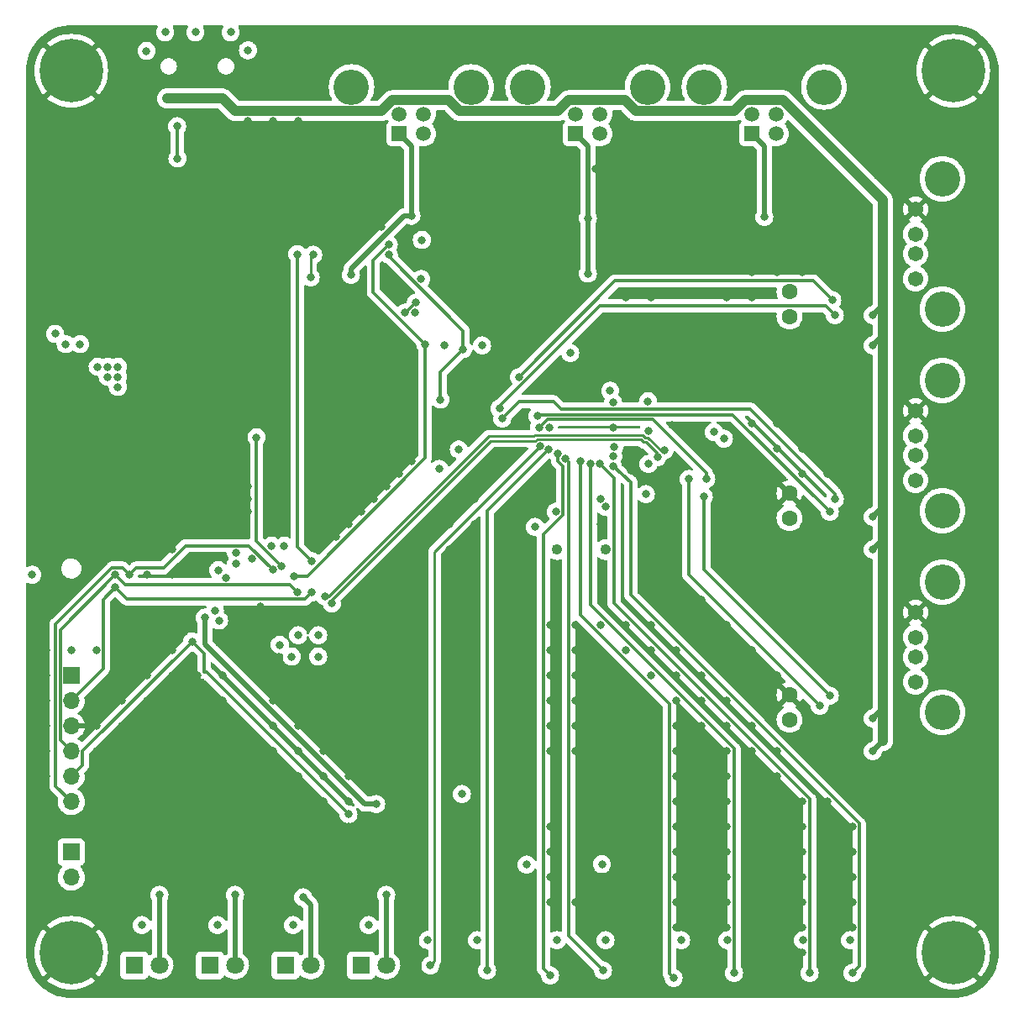
<source format=gbl>
%TF.GenerationSoftware,KiCad,Pcbnew,(5.99.0-12724-g8c8d66a181)*%
%TF.CreationDate,2021-10-24T11:17:51+02:00*%
%TF.ProjectId,MUXUS,4d555855-532e-46b6-9963-61645f706362,rev?*%
%TF.SameCoordinates,Original*%
%TF.FileFunction,Copper,L4,Bot*%
%TF.FilePolarity,Positive*%
%FSLAX46Y46*%
G04 Gerber Fmt 4.6, Leading zero omitted, Abs format (unit mm)*
G04 Created by KiCad (PCBNEW (5.99.0-12724-g8c8d66a181)) date 2021-10-24 11:17:51*
%MOMM*%
%LPD*%
G01*
G04 APERTURE LIST*
%TA.AperFunction,ComponentPad*%
%ADD10C,1.600000*%
%TD*%
%TA.AperFunction,ComponentPad*%
%ADD11R,1.800000X1.800000*%
%TD*%
%TA.AperFunction,ComponentPad*%
%ADD12C,1.800000*%
%TD*%
%TA.AperFunction,ComponentPad*%
%ADD13C,0.800000*%
%TD*%
%TA.AperFunction,ComponentPad*%
%ADD14C,6.400000*%
%TD*%
%TA.AperFunction,ComponentPad*%
%ADD15C,1.545000*%
%TD*%
%TA.AperFunction,ComponentPad*%
%ADD16C,3.570000*%
%TD*%
%TA.AperFunction,ComponentPad*%
%ADD17C,1.080000*%
%TD*%
%TA.AperFunction,ComponentPad*%
%ADD18R,1.500000X1.500000*%
%TD*%
%TA.AperFunction,ComponentPad*%
%ADD19C,1.500000*%
%TD*%
%TA.AperFunction,ComponentPad*%
%ADD20R,1.700000X1.700000*%
%TD*%
%TA.AperFunction,ComponentPad*%
%ADD21O,1.700000X1.700000*%
%TD*%
%TA.AperFunction,ViaPad*%
%ADD22C,0.800000*%
%TD*%
%TA.AperFunction,Conductor*%
%ADD23C,1.000000*%
%TD*%
%TA.AperFunction,Conductor*%
%ADD24C,0.500000*%
%TD*%
%TA.AperFunction,Conductor*%
%ADD25C,0.300000*%
%TD*%
%TA.AperFunction,Conductor*%
%ADD26C,0.250000*%
%TD*%
%TA.AperFunction,Conductor*%
%ADD27C,0.261112*%
%TD*%
G04 APERTURE END LIST*
D10*
X92710000Y-85725000D03*
X92710000Y-83225000D03*
D11*
X26670000Y-110490000D03*
D12*
X29210000Y-110490000D03*
D11*
X34290000Y-110490000D03*
D12*
X36830000Y-110490000D03*
D11*
X41910000Y-110490000D03*
D12*
X44450000Y-110490000D03*
D13*
X109220000Y-22720000D03*
D14*
X109220000Y-20320000D03*
D13*
X107522944Y-18622944D03*
X110917056Y-18622944D03*
X110917056Y-22017056D03*
X106820000Y-20320000D03*
X107522944Y-22017056D03*
X111620000Y-20320000D03*
X109220000Y-17920000D03*
X17920000Y-20320000D03*
X20320000Y-22720000D03*
X18622944Y-22017056D03*
X22720000Y-20320000D03*
X20320000Y-17920000D03*
X22017056Y-22017056D03*
X22017056Y-18622944D03*
X18622944Y-18622944D03*
D14*
X20320000Y-20320000D03*
D13*
X110917056Y-110917056D03*
X109220000Y-111620000D03*
X111620000Y-109220000D03*
X109220000Y-106820000D03*
D14*
X109220000Y-109220000D03*
D13*
X110917056Y-107522944D03*
X107522944Y-110917056D03*
X106820000Y-109220000D03*
X107522944Y-107522944D03*
D15*
X105410000Y-81915000D03*
X105410000Y-79415000D03*
X105410000Y-77415000D03*
X105410000Y-74915000D03*
D16*
X108120000Y-84985000D03*
X108120000Y-71845000D03*
D17*
X69315000Y-68580000D03*
X74195000Y-68580000D03*
D18*
X53340000Y-26670000D03*
D19*
X55840000Y-26670000D03*
X55840000Y-24670000D03*
X53340000Y-24670000D03*
D16*
X60610000Y-21960000D03*
X48570000Y-21960000D03*
D18*
X88900000Y-26670000D03*
D19*
X91400000Y-26670000D03*
X91400000Y-24670000D03*
X88900000Y-24670000D03*
D16*
X96170000Y-21960000D03*
X84130000Y-21960000D03*
D18*
X71120000Y-26670000D03*
D19*
X73620000Y-26670000D03*
X73620000Y-24670000D03*
X71120000Y-24670000D03*
D16*
X66350000Y-21960000D03*
X78390000Y-21960000D03*
D13*
X22017056Y-110917056D03*
X22720000Y-109220000D03*
X20320000Y-111620000D03*
X20320000Y-106820000D03*
X22017056Y-107522944D03*
X18622944Y-110917056D03*
X18622944Y-107522944D03*
D14*
X20320000Y-109220000D03*
D13*
X17920000Y-109220000D03*
D11*
X49530000Y-110490000D03*
D12*
X52070000Y-110490000D03*
D15*
X105410000Y-41275000D03*
X105410000Y-38775000D03*
X105410000Y-36775000D03*
X105410000Y-34275000D03*
D16*
X108120000Y-44345000D03*
X108120000Y-31205000D03*
D10*
X92710000Y-45085000D03*
X92710000Y-42585000D03*
D15*
X105410000Y-61595000D03*
X105410000Y-59095000D03*
X105410000Y-57095000D03*
X105410000Y-54595000D03*
D16*
X108120000Y-64665000D03*
X108120000Y-51525000D03*
D10*
X92710000Y-65405000D03*
X92710000Y-62905000D03*
D20*
X20320000Y-99060000D03*
D21*
X20320000Y-101600000D03*
D20*
X20320000Y-81280000D03*
D21*
X20320000Y-83820000D03*
X20320000Y-86360000D03*
X20320000Y-88900000D03*
X20320000Y-91440000D03*
X20320000Y-93980000D03*
D22*
X55880000Y-83820000D03*
X41910000Y-64770000D03*
X93980000Y-76200000D03*
X88900000Y-78740000D03*
X48260000Y-48260000D03*
X96520000Y-96520000D03*
X93980000Y-93980000D03*
X106680000Y-88900000D03*
X111760000Y-76200000D03*
X50800000Y-81280000D03*
X83820000Y-83820000D03*
X40640000Y-106680000D03*
X86360000Y-76200000D03*
X86360000Y-17780000D03*
X101600000Y-25400000D03*
X76200000Y-35560000D03*
X17780000Y-63500000D03*
X88900000Y-43180000D03*
X63500000Y-33020000D03*
X93980000Y-50800000D03*
X83820000Y-104140000D03*
X78740000Y-93980000D03*
X81280000Y-99060000D03*
X30480000Y-35560000D03*
X60960000Y-81280000D03*
X104140000Y-27940000D03*
X27940000Y-50800000D03*
X91440000Y-40640000D03*
X88900000Y-50800000D03*
X111760000Y-58420000D03*
X96520000Y-93980000D03*
X55880000Y-81280000D03*
X83820000Y-99060000D03*
X43180000Y-93980000D03*
X106680000Y-27940000D03*
X91440000Y-88900000D03*
X96520000Y-111760000D03*
X106680000Y-96520000D03*
X81280000Y-33020000D03*
X60960000Y-104140000D03*
X50800000Y-91440000D03*
X67564000Y-64008000D03*
X33020000Y-88900000D03*
X83820000Y-73660000D03*
X40640000Y-33020000D03*
X50800000Y-83820000D03*
X48260000Y-86360000D03*
X91440000Y-96520000D03*
X101600000Y-109220000D03*
X71120000Y-83820000D03*
X91440000Y-60960000D03*
X66040000Y-73660000D03*
X81280000Y-71120000D03*
X40640000Y-62230000D03*
X81280000Y-48260000D03*
X35560000Y-48260000D03*
X58420000Y-71120000D03*
X76200000Y-101600000D03*
X35560000Y-25400000D03*
X111760000Y-78740000D03*
X99060000Y-96520000D03*
X50800000Y-76200000D03*
X27940000Y-101600000D03*
X30480000Y-81280000D03*
X58420000Y-86360000D03*
X27940000Y-93980000D03*
X55880000Y-104140000D03*
X93980000Y-33020000D03*
X43180000Y-27940000D03*
X60960000Y-33020000D03*
X78740000Y-43180000D03*
X55880000Y-71120000D03*
X50800000Y-45720000D03*
X27940000Y-45720000D03*
X41910000Y-60960000D03*
X22860000Y-86360000D03*
X50800000Y-78740000D03*
X96520000Y-76200000D03*
X55880000Y-99060000D03*
X58420000Y-33020000D03*
X68580000Y-86360000D03*
X60960000Y-68580000D03*
X88900000Y-81280000D03*
X33020000Y-96520000D03*
X96520000Y-104140000D03*
X83820000Y-48260000D03*
X78740000Y-88900000D03*
X66040000Y-86360000D03*
X40640000Y-88900000D03*
X60960000Y-83820000D03*
X111760000Y-48260000D03*
X48260000Y-66040000D03*
X68580000Y-101600000D03*
X25400000Y-17780000D03*
X88900000Y-63500000D03*
X76200000Y-81280000D03*
X55880000Y-96520000D03*
X96520000Y-35560000D03*
X91440000Y-111760000D03*
X22860000Y-63500000D03*
X101600000Y-106680000D03*
X33020000Y-99060000D03*
X88900000Y-104140000D03*
X22860000Y-58420000D03*
X99060000Y-101600000D03*
X73660000Y-38100000D03*
X38100000Y-25400000D03*
X58420000Y-63500000D03*
X35560000Y-43180000D03*
X109220000Y-88900000D03*
X91440000Y-35560000D03*
X111760000Y-101600000D03*
X111760000Y-27940000D03*
X30480000Y-76200000D03*
X101600000Y-96520000D03*
X88900000Y-60960000D03*
X17780000Y-50800000D03*
X55880000Y-66040000D03*
X48260000Y-50800000D03*
X33020000Y-50800000D03*
X63500000Y-83820000D03*
X68580000Y-43180000D03*
X106680000Y-104140000D03*
X91440000Y-17780000D03*
X60960000Y-86360000D03*
X45720000Y-30480000D03*
X27940000Y-68580000D03*
X73167000Y-30226000D03*
X88900000Y-83820000D03*
X30480000Y-106680000D03*
X55880000Y-78740000D03*
X45720000Y-60960000D03*
X45720000Y-48260000D03*
X96520000Y-99060000D03*
X96520000Y-106680000D03*
X86360000Y-30480000D03*
X55880000Y-101600000D03*
X60960000Y-43180000D03*
X43180000Y-96520000D03*
X111760000Y-73660000D03*
X78740000Y-101600000D03*
X45720000Y-83820000D03*
X49530000Y-64770000D03*
X27940000Y-58420000D03*
X25400000Y-101600000D03*
X83820000Y-106680000D03*
X36830000Y-63500000D03*
X60960000Y-63500000D03*
X96520000Y-40640000D03*
X50800000Y-86360000D03*
X63500000Y-43180000D03*
X58420000Y-78740000D03*
X78740000Y-68580000D03*
X78740000Y-38100000D03*
X53340000Y-83820000D03*
X33020000Y-86360000D03*
X53340000Y-86360000D03*
X25400000Y-25400000D03*
X27940000Y-40640000D03*
X53340000Y-76200000D03*
X63500000Y-71120000D03*
X86360000Y-106680000D03*
X73660000Y-104140000D03*
X73660000Y-86360000D03*
X104140000Y-17780000D03*
X17780000Y-91440000D03*
X111760000Y-60960000D03*
X30480000Y-99060000D03*
X86360000Y-81280000D03*
X27940000Y-81280000D03*
X25400000Y-93980000D03*
X50800000Y-73660000D03*
X91440000Y-91440000D03*
X22860000Y-88900000D03*
X33020000Y-104140000D03*
X111760000Y-68580000D03*
X22860000Y-91440000D03*
X22860000Y-93980000D03*
X104140000Y-35560000D03*
X88900000Y-106680000D03*
X25400000Y-99060000D03*
X30480000Y-91440000D03*
X88900000Y-30480000D03*
X53340000Y-88900000D03*
X91440000Y-99060000D03*
X35560000Y-50800000D03*
X109220000Y-25400000D03*
X88900000Y-17780000D03*
X68580000Y-81280000D03*
X38100000Y-111760000D03*
X86360000Y-48260000D03*
X83820000Y-81280000D03*
X17780000Y-27940000D03*
X17780000Y-86360000D03*
X104140000Y-93980000D03*
X45720000Y-27940000D03*
X78740000Y-35560000D03*
X80866000Y-56040000D03*
X38100000Y-64770000D03*
X25400000Y-58420000D03*
X58420000Y-81280000D03*
X81280000Y-96520000D03*
X45720000Y-91440000D03*
X101600000Y-104140000D03*
X41910000Y-63500000D03*
X83820000Y-53340000D03*
X78740000Y-81280000D03*
X111760000Y-88900000D03*
X25400000Y-83820000D03*
X81280000Y-88900000D03*
X43180000Y-81280000D03*
X91440000Y-55880000D03*
X68580000Y-17780000D03*
X25400000Y-86360000D03*
X55880000Y-88900000D03*
X58420000Y-68580000D03*
X27940000Y-63500000D03*
X25400000Y-96520000D03*
X93980000Y-58420000D03*
X78740000Y-17780000D03*
X111760000Y-96520000D03*
X30480000Y-101600000D03*
X30480000Y-109220000D03*
X43180000Y-99060000D03*
X48260000Y-45720000D03*
X45720000Y-96520000D03*
X22860000Y-96520000D03*
X86360000Y-45720000D03*
X81280000Y-91440000D03*
X20320000Y-43180000D03*
X35560000Y-96520000D03*
X45720000Y-38100000D03*
X88900000Y-99060000D03*
X25400000Y-60960000D03*
X58420000Y-73660000D03*
X86360000Y-99060000D03*
X91440000Y-106680000D03*
X58420000Y-17780000D03*
X83820000Y-38100000D03*
X76200000Y-106680000D03*
X54610000Y-59690000D03*
X104140000Y-101600000D03*
X50800000Y-101600000D03*
X43180000Y-83820000D03*
X22860000Y-104140000D03*
X25400000Y-55880000D03*
X54610000Y-52070000D03*
X76708000Y-60579000D03*
X38100000Y-63500000D03*
X17780000Y-93980000D03*
X88900000Y-101600000D03*
X86360000Y-66040000D03*
X86360000Y-68580000D03*
X52070000Y-62230000D03*
X38100000Y-109220000D03*
X93980000Y-53340000D03*
X65532000Y-48260000D03*
X50800000Y-71120000D03*
X73660000Y-91440000D03*
X81280000Y-30480000D03*
X35560000Y-40640000D03*
X17780000Y-68580000D03*
X71120000Y-76200000D03*
X68580000Y-96520000D03*
X33020000Y-60960000D03*
X91440000Y-73660000D03*
X30480000Y-55880000D03*
X30480000Y-58420000D03*
X30480000Y-66040000D03*
X111760000Y-38100000D03*
X43180000Y-91440000D03*
X40640000Y-66040000D03*
X22860000Y-83820000D03*
X86360000Y-88900000D03*
X38100000Y-27940000D03*
X83820000Y-101600000D03*
X40640000Y-96520000D03*
X43180000Y-33020000D03*
X81280000Y-106680000D03*
X63500000Y-91440000D03*
X71120000Y-81280000D03*
X48260000Y-101600000D03*
X40640000Y-27940000D03*
X106680000Y-99060000D03*
X86360000Y-53340000D03*
X101600000Y-20320000D03*
X86360000Y-96520000D03*
X55880000Y-86360000D03*
X25400000Y-104140000D03*
X93980000Y-106680000D03*
X111760000Y-104140000D03*
X33020000Y-81280000D03*
X83820000Y-91440000D03*
X71120000Y-30480000D03*
X53340000Y-43180000D03*
X111760000Y-83820000D03*
X78740000Y-76200000D03*
X91440000Y-58420000D03*
X22860000Y-101600000D03*
X60960000Y-76200000D03*
X43180000Y-30480000D03*
X91440000Y-71120000D03*
X45720000Y-17780000D03*
X20320000Y-63500000D03*
X17780000Y-55880000D03*
X40640000Y-48260000D03*
X88900000Y-96520000D03*
X25400000Y-78740000D03*
X93980000Y-73660000D03*
X109220000Y-93980000D03*
X17780000Y-101600000D03*
X58420000Y-88900000D03*
X45720000Y-111760000D03*
X22860000Y-66040000D03*
X30480000Y-60960000D03*
X45720000Y-45720000D03*
X78740000Y-86360000D03*
X68580000Y-104140000D03*
X17780000Y-83820000D03*
X17780000Y-25400000D03*
X81280000Y-104140000D03*
X53340000Y-71120000D03*
X68580000Y-88900000D03*
X50800000Y-63500000D03*
X66040000Y-17780000D03*
X25400000Y-106680000D03*
X71120000Y-86360000D03*
X53340000Y-68580000D03*
X45720000Y-88900000D03*
X51562000Y-36068000D03*
X17780000Y-58420000D03*
X58420000Y-30480000D03*
X17780000Y-60960000D03*
X81280000Y-35560000D03*
X40640000Y-25400000D03*
X96520000Y-101600000D03*
X46990000Y-67310000D03*
X78740000Y-91440000D03*
X88900000Y-93980000D03*
X111760000Y-66040000D03*
X99060000Y-25400000D03*
X81280000Y-93980000D03*
X27940000Y-88900000D03*
X71120000Y-78740000D03*
X27940000Y-71120000D03*
X86360000Y-60960000D03*
X78740000Y-104140000D03*
X20320000Y-68580000D03*
X76200000Y-38100000D03*
X63500000Y-78740000D03*
X96520000Y-91440000D03*
X76200000Y-91440000D03*
X58420000Y-104140000D03*
X86360000Y-78740000D03*
X40640000Y-45720000D03*
X63500000Y-104140000D03*
X76200000Y-33020000D03*
X44450000Y-60960000D03*
X35306000Y-27940000D03*
X86360000Y-63500000D03*
X104140000Y-22860000D03*
X63500000Y-68580000D03*
X40640000Y-63500000D03*
X99060000Y-106680000D03*
X101600000Y-111760000D03*
X86360000Y-50800000D03*
X30480000Y-111760000D03*
X43180000Y-25400000D03*
X27940000Y-48260000D03*
X58420000Y-96520000D03*
X30480000Y-96520000D03*
X88900000Y-66040000D03*
X53340000Y-73660000D03*
X17780000Y-96520000D03*
X109220000Y-27940000D03*
X76200000Y-104140000D03*
X111760000Y-55880000D03*
X60960000Y-78740000D03*
X22860000Y-99060000D03*
X55880000Y-76200000D03*
X53340000Y-52070000D03*
X88900000Y-91440000D03*
X88900000Y-88900000D03*
X25400000Y-66040000D03*
X53340000Y-33020000D03*
X83820000Y-96520000D03*
X48260000Y-43180000D03*
X33020000Y-35560000D03*
X78740000Y-109220000D03*
X78740000Y-96520000D03*
X86360000Y-43180000D03*
X68580000Y-30480000D03*
X78740000Y-99060000D03*
X104140000Y-25400000D03*
X63500000Y-59690000D03*
X76200000Y-83820000D03*
X27940000Y-78740000D03*
X54610000Y-53340000D03*
X63500000Y-86360000D03*
X45720000Y-33020000D03*
X40640000Y-93980000D03*
X63500000Y-30480000D03*
X25400000Y-88900000D03*
X76200000Y-30480000D03*
X111760000Y-86360000D03*
X43180000Y-88900000D03*
X20320000Y-50800000D03*
X45720000Y-109220000D03*
X45720000Y-81280000D03*
X40640000Y-101600000D03*
X99252999Y-35367001D03*
X30480000Y-93980000D03*
X30480000Y-63500000D03*
X63500000Y-106680000D03*
X55880000Y-17780000D03*
X40640000Y-30480000D03*
X68580000Y-76200000D03*
X83820000Y-76200000D03*
X91440000Y-101600000D03*
X93980000Y-99060000D03*
X33020000Y-93980000D03*
X78740000Y-71120000D03*
X63500000Y-35560000D03*
X99060000Y-22860000D03*
X48260000Y-93980000D03*
X111760000Y-43180000D03*
X55880000Y-106680000D03*
X88900000Y-48260000D03*
X93980000Y-96520000D03*
X74930000Y-56260288D03*
X106680000Y-101600000D03*
X25400000Y-20320000D03*
X111760000Y-99060000D03*
X111760000Y-45720000D03*
X88900000Y-86360000D03*
X53340000Y-81280000D03*
X40640000Y-104140000D03*
X20320000Y-60960000D03*
X53340000Y-101600000D03*
X53340000Y-54610000D03*
X48260000Y-83820000D03*
X88900000Y-53340000D03*
X91440000Y-48260000D03*
X86360000Y-86360000D03*
X86360000Y-104140000D03*
X35037500Y-45197500D03*
X78740000Y-83820000D03*
X40640000Y-64770000D03*
X76200000Y-17780000D03*
X27940000Y-99060000D03*
X99060000Y-93980000D03*
X83820000Y-17780000D03*
X53340000Y-109220000D03*
X86360000Y-101600000D03*
X96520000Y-60960000D03*
X60960000Y-88900000D03*
X35560000Y-81280000D03*
X25400000Y-68580000D03*
X88900000Y-40640000D03*
X50800000Y-17780000D03*
X48260000Y-91440000D03*
X93980000Y-109220000D03*
X30480000Y-71120000D03*
X17780000Y-53340000D03*
X33020000Y-91440000D03*
X30480000Y-86360000D03*
X54610000Y-55880000D03*
X99060000Y-91440000D03*
X111760000Y-33020000D03*
X68580000Y-78740000D03*
X104140000Y-20320000D03*
X27940000Y-60960000D03*
X45720000Y-50800000D03*
X40640000Y-50800000D03*
X30480000Y-83820000D03*
X38100000Y-62230000D03*
X83820000Y-45720000D03*
X60960000Y-66040000D03*
X93980000Y-35560000D03*
X35560000Y-93980000D03*
X88900000Y-58420000D03*
X111760000Y-53340000D03*
X109220000Y-101600000D03*
X83820000Y-50800000D03*
X109220000Y-96520000D03*
X104140000Y-96520000D03*
X48260000Y-81280000D03*
X66040000Y-78740000D03*
X111760000Y-81280000D03*
X93980000Y-40640000D03*
X48260000Y-99060000D03*
X33020000Y-55880000D03*
X44450000Y-62230000D03*
X39370000Y-74295000D03*
X88900000Y-55880000D03*
X27940000Y-83820000D03*
X48260000Y-96520000D03*
X81280000Y-38100000D03*
X76200000Y-78740000D03*
X81280000Y-76200000D03*
X78740000Y-30480000D03*
X73660000Y-17780000D03*
X83820000Y-78740000D03*
X106680000Y-93980000D03*
X111760000Y-50800000D03*
X73660000Y-76200000D03*
X73660000Y-81280000D03*
X60960000Y-71120000D03*
X86360000Y-91440000D03*
X78740000Y-33020000D03*
X81280000Y-83820000D03*
X45720000Y-86360000D03*
X53340000Y-104140000D03*
X20320000Y-58420000D03*
X17780000Y-104140000D03*
X60960000Y-35560000D03*
X78740000Y-106680000D03*
X41910000Y-62230000D03*
X71120000Y-17780000D03*
X41275000Y-79375000D03*
X30480000Y-88900000D03*
X53340000Y-60960000D03*
X20320000Y-25400000D03*
X35560000Y-101600000D03*
X55880000Y-68580000D03*
X81280000Y-101600000D03*
X43180000Y-86360000D03*
X101600000Y-17780000D03*
X40640000Y-40640000D03*
X99060000Y-99060000D03*
X91440000Y-104140000D03*
X101600000Y-22860000D03*
X66040000Y-76200000D03*
X109220000Y-99060000D03*
X45720000Y-99060000D03*
X22860000Y-68580000D03*
X73660000Y-35560000D03*
X38100000Y-30480000D03*
X101600000Y-99060000D03*
X86360000Y-83820000D03*
X17360000Y-30060000D03*
X73660000Y-66040000D03*
X63500000Y-76200000D03*
X81280000Y-66040000D03*
X96520000Y-109220000D03*
X96520000Y-17780000D03*
X88900000Y-68580000D03*
X33020000Y-45720000D03*
X83820000Y-86360000D03*
X40640000Y-91440000D03*
X58420000Y-83820000D03*
X48260000Y-104140000D03*
X73660000Y-88900000D03*
X93980000Y-17780000D03*
X91440000Y-81280000D03*
X81280000Y-17780000D03*
X93980000Y-55880000D03*
X104140000Y-99060000D03*
X76200000Y-93980000D03*
X60960000Y-30480000D03*
X93980000Y-71120000D03*
X91440000Y-68580000D03*
X45720000Y-93980000D03*
X54610000Y-54610000D03*
X60960000Y-17780000D03*
X34798000Y-65278000D03*
X68580000Y-83820000D03*
X40640000Y-43180000D03*
X50800000Y-48260000D03*
X104140000Y-88900000D03*
X66040000Y-71120000D03*
X99060000Y-104140000D03*
X99060000Y-17780000D03*
X27940000Y-86360000D03*
X73660000Y-78740000D03*
X71120000Y-104140000D03*
X81280000Y-73660000D03*
X101600000Y-27940000D03*
X55880000Y-93980000D03*
X22860000Y-55880000D03*
X93980000Y-101600000D03*
X88900000Y-71120000D03*
X27940000Y-66040000D03*
X53340000Y-111760000D03*
X66040000Y-83820000D03*
X53340000Y-99060000D03*
X66040000Y-104140000D03*
X33020000Y-58420000D03*
X111760000Y-91440000D03*
X101600000Y-93980000D03*
X66040000Y-81280000D03*
X33020000Y-101600000D03*
X27940000Y-55880000D03*
X63500000Y-73660000D03*
X68580000Y-99060000D03*
X104140000Y-91440000D03*
X30480000Y-45720000D03*
X58420000Y-76200000D03*
X63500000Y-66040000D03*
X35560000Y-91440000D03*
X35560000Y-88900000D03*
X91440000Y-53340000D03*
X91440000Y-109220000D03*
X17780000Y-99060000D03*
X25400000Y-91440000D03*
X66040000Y-88900000D03*
X55880000Y-73660000D03*
X78740000Y-111760000D03*
X41783000Y-76835000D03*
X53340000Y-17780000D03*
X22860000Y-60960000D03*
X63500000Y-81280000D03*
X106680000Y-25400000D03*
X106680000Y-91440000D03*
X104140000Y-33020000D03*
X111760000Y-35560000D03*
X60960000Y-73660000D03*
X109220000Y-91440000D03*
X81280000Y-68580000D03*
X17780000Y-48260000D03*
X99252999Y-76007001D03*
X20320000Y-45720000D03*
X81280000Y-81280000D03*
X53340000Y-106680000D03*
X45720000Y-101600000D03*
X111760000Y-63500000D03*
X25400000Y-63500000D03*
X88900000Y-45720000D03*
X30480000Y-68580000D03*
X86360000Y-93980000D03*
X76200000Y-88900000D03*
X17780000Y-66040000D03*
X17780000Y-78740000D03*
X76200000Y-43180000D03*
X40640000Y-60960000D03*
X17780000Y-81280000D03*
X58420000Y-66040000D03*
X71120000Y-88900000D03*
X33020000Y-106680000D03*
X45720000Y-35560000D03*
X40640000Y-83820000D03*
X22860000Y-25400000D03*
X27940000Y-91440000D03*
X20320000Y-104140000D03*
X20320000Y-55880000D03*
X27940000Y-76200000D03*
X58420000Y-99060000D03*
X35560000Y-86360000D03*
X25400000Y-22860000D03*
X66040000Y-68580000D03*
X45720000Y-106680000D03*
X20320000Y-96520000D03*
X20320000Y-66040000D03*
X63500000Y-17780000D03*
X35560000Y-83820000D03*
X109220000Y-104140000D03*
X25400000Y-76200000D03*
X101600000Y-91440000D03*
X30480000Y-104140000D03*
X25400000Y-81280000D03*
X93980000Y-30480000D03*
X40640000Y-86360000D03*
X48260000Y-88900000D03*
X50800000Y-88900000D03*
X20320000Y-53340000D03*
X35560000Y-99060000D03*
X17780000Y-88900000D03*
X66040000Y-43180000D03*
X54610000Y-50800000D03*
X111760000Y-40640000D03*
X111760000Y-25400000D03*
X99060000Y-20320000D03*
X111760000Y-93980000D03*
X96520000Y-58420000D03*
X63500000Y-88900000D03*
X53340000Y-78740000D03*
X43180000Y-35560000D03*
X111760000Y-71120000D03*
X91440000Y-50800000D03*
X71120000Y-38100000D03*
X48260000Y-17780000D03*
X83820000Y-93980000D03*
X81280000Y-86360000D03*
X22860000Y-53340000D03*
X81280000Y-78740000D03*
X73660000Y-83820000D03*
X27940000Y-96520000D03*
X58420000Y-106680000D03*
X83820000Y-88900000D03*
X99060000Y-27940000D03*
X30480000Y-78740000D03*
X40640000Y-81280000D03*
X93980000Y-104140000D03*
X76200000Y-86360000D03*
X91440000Y-93980000D03*
X78740000Y-50800000D03*
X33020000Y-53340000D03*
X111760000Y-30480000D03*
X104140000Y-106680000D03*
X81280000Y-50800000D03*
X78740000Y-73660000D03*
X33020000Y-83820000D03*
X104140000Y-104140000D03*
X101600000Y-101600000D03*
X58420000Y-101600000D03*
X76200000Y-76200000D03*
X78740000Y-78740000D03*
X30480000Y-33020000D03*
X93980000Y-60960000D03*
X32831000Y-16445000D03*
X38130000Y-18258000D03*
X27910000Y-18318000D03*
X36387000Y-16445000D03*
X29783000Y-16445000D03*
X66214005Y-100330000D03*
X42672000Y-106426000D03*
X36920000Y-68871000D03*
X73660000Y-63500000D03*
X74168000Y-107950000D03*
X78486000Y-59944000D03*
X73804005Y-100294000D03*
X43180000Y-77216000D03*
X25016000Y-52200000D03*
X69257000Y-107950000D03*
X78498000Y-56630000D03*
X16383000Y-71120000D03*
X35052000Y-106426000D03*
X81788000Y-107950000D03*
X45212000Y-79375000D03*
X86445000Y-107950000D03*
X25016000Y-50168000D03*
X18699750Y-46832250D03*
X70612000Y-48768000D03*
X27432000Y-106426000D03*
X67056000Y-66294000D03*
X22984000Y-50168000D03*
X61214000Y-107950000D03*
X24000000Y-50168000D03*
X35902000Y-71413000D03*
X45212000Y-77216000D03*
X55659000Y-37371000D03*
X59690000Y-93218000D03*
X36920000Y-70014000D03*
X56262999Y-107950000D03*
X20320000Y-78740000D03*
X41328500Y-78178500D03*
X78450000Y-53630000D03*
X35140000Y-70651000D03*
X42545000Y-79375000D03*
X24000000Y-51184000D03*
X50292000Y-106426000D03*
X57912000Y-48006000D03*
X98806000Y-107950000D03*
X61722000Y-48006000D03*
X19752500Y-47885000D03*
X21203000Y-47885000D03*
X55595500Y-41305500D03*
X59374500Y-58481500D03*
X25016000Y-51184000D03*
X94065000Y-107950000D03*
X101092000Y-85598000D03*
X101092000Y-65278000D03*
X35560000Y-23114000D03*
X101092000Y-44958000D03*
X29974000Y-23116000D03*
X101092000Y-88900000D03*
X101092000Y-68580000D03*
X101092000Y-48006000D03*
X38573788Y-69503212D03*
X33782000Y-75438000D03*
X51054000Y-94234000D03*
X32512000Y-77851000D03*
X48260000Y-95250000D03*
X74930000Y-60198000D03*
X99060000Y-111252000D03*
X94742000Y-111252000D03*
X73571003Y-59944000D03*
X72644000Y-59944000D03*
X87122000Y-111252000D03*
X71628000Y-59690000D03*
X81026000Y-111760000D03*
X73914000Y-110998000D03*
X70113312Y-59442208D03*
X68580000Y-111506000D03*
X69342000Y-58928000D03*
X62230000Y-110998000D03*
X68443431Y-58459143D03*
X56515000Y-110490000D03*
X67564000Y-58166000D03*
X29210000Y-103378000D03*
X36830000Y-103378000D03*
X43688000Y-103632000D03*
X52070000Y-103378000D03*
X43110623Y-38804377D03*
X44577000Y-69757979D03*
X44450000Y-41148000D03*
X44704000Y-38862000D03*
X31025941Y-29172059D03*
X30988000Y-25908000D03*
X41529000Y-70231000D03*
X38989000Y-57277000D03*
X48514000Y-40894000D03*
X54610000Y-34935076D03*
X72390000Y-35179000D03*
X72390000Y-40767000D03*
X43145996Y-72887444D03*
X24765000Y-71120000D03*
X44577000Y-72892817D03*
X24765000Y-72390000D03*
X40640000Y-70612000D03*
X26162000Y-71120000D03*
X22860000Y-78740000D03*
X90170000Y-35052000D03*
X57404000Y-60452000D03*
X69174999Y-64770000D03*
X55992559Y-47864559D03*
X42799000Y-71247000D03*
X52324000Y-37846000D03*
X59817000Y-48387000D03*
X57531000Y-53467000D03*
X52324000Y-38862000D03*
X74951982Y-59163776D03*
X53975000Y-44704000D03*
X55035400Y-43688000D03*
X54950509Y-44658416D03*
X75062976Y-58243443D03*
X79401315Y-59282685D03*
X46582685Y-74014685D03*
X80110685Y-58573315D03*
X45873315Y-73305315D03*
X74930000Y-53752119D03*
X86106000Y-57404000D03*
X85090000Y-56746444D03*
X74642134Y-52580336D03*
X63500000Y-54356000D03*
X97282000Y-44958000D03*
X65434288Y-51210288D03*
X97028000Y-43434000D03*
X96774000Y-64770000D03*
X67322000Y-55130000D03*
X63754000Y-55372000D03*
X97282000Y-63500000D03*
X82550000Y-61468000D03*
X84328000Y-61468000D03*
X67480576Y-56260288D03*
X95758000Y-84328000D03*
X96774000Y-83312000D03*
X68482288Y-56260288D03*
X84074000Y-63246000D03*
X78232000Y-62992000D03*
X74174208Y-64271312D03*
X40513000Y-68199000D03*
X34798000Y-74722000D03*
X35222987Y-75735987D03*
X41783000Y-68199000D03*
D23*
X70459039Y-23292999D02*
X76153237Y-23292999D01*
D24*
X102108000Y-67564000D02*
X101092000Y-68580000D01*
X102108000Y-84582000D02*
X101092000Y-85598000D01*
D23*
X52679039Y-23292999D02*
X58373237Y-23292999D01*
X69380037Y-24372001D02*
X70459039Y-23292999D01*
X58373237Y-23292999D02*
X59452239Y-24372001D01*
X35560000Y-23114000D02*
X36818001Y-24372001D01*
X87160037Y-24372001D02*
X88239039Y-23292999D01*
X76153237Y-23292999D02*
X77232239Y-24372001D01*
X29974000Y-23116000D02*
X35558000Y-23116000D01*
D24*
X102108000Y-87884000D02*
X101092000Y-88900000D01*
D23*
X51600037Y-24372001D02*
X52679039Y-23292999D01*
X88239039Y-23292999D02*
X92060961Y-23292999D01*
D24*
X102108000Y-46990000D02*
X101092000Y-48006000D01*
D23*
X59452239Y-24372001D02*
X69380037Y-24372001D01*
D24*
X102108000Y-43942000D02*
X101092000Y-44958000D01*
D23*
X77232239Y-24372001D02*
X87160037Y-24372001D01*
X36818001Y-24372001D02*
X51600037Y-24372001D01*
D24*
X102108000Y-64262000D02*
X101092000Y-65278000D01*
D23*
X35558000Y-23116000D02*
X35560000Y-23114000D01*
X102108000Y-33340038D02*
X102108000Y-87884000D01*
X92060961Y-23292999D02*
X102108000Y-33340038D01*
D24*
X51054000Y-94234000D02*
X49904038Y-94234000D01*
X33782000Y-78111962D02*
X33782000Y-75438000D01*
X49904038Y-94234000D02*
X33782000Y-78111962D01*
D25*
X21447001Y-90312999D02*
X21447001Y-88915999D01*
X33697001Y-79036001D02*
X33697001Y-80955039D01*
X33965039Y-80955039D02*
X48260000Y-95250000D01*
X20320000Y-91440000D02*
X21447001Y-90312999D01*
X33697001Y-80955039D02*
X33965039Y-80955039D01*
X32512000Y-77851000D02*
X33697001Y-79036001D01*
X21447001Y-88915999D02*
X32512000Y-77851000D01*
X99737001Y-110574999D02*
X99737001Y-96195039D01*
X76708000Y-73166038D02*
X76708000Y-61757425D01*
X99060000Y-111252000D02*
X99737001Y-110574999D01*
X99737001Y-96195039D02*
X76708000Y-73166038D01*
X74930000Y-60198000D02*
X76708000Y-61757425D01*
X75012001Y-74010039D02*
X75012001Y-61384998D01*
X94742000Y-93740038D02*
X75012001Y-74010039D01*
X73571003Y-59944000D02*
X75012001Y-61384998D01*
X94742000Y-111252000D02*
X94742000Y-93740038D01*
X87122000Y-88660038D02*
X72644000Y-74182038D01*
X87122000Y-111252000D02*
X87122000Y-88660038D01*
X72644000Y-74182038D02*
X72644000Y-59944000D01*
X81026000Y-111760000D02*
X80602999Y-111336999D01*
X80602999Y-84144961D02*
X71628000Y-75169962D01*
X80602999Y-111336999D02*
X80602999Y-84144961D01*
X71628000Y-75169962D02*
X71628000Y-59690000D01*
X70113312Y-59442208D02*
X70442999Y-59771895D01*
X70442999Y-107526999D02*
X73914000Y-110998000D01*
X70442999Y-59771895D02*
X70442999Y-107526999D01*
X69342000Y-59672858D02*
X69852000Y-60182858D01*
X67902999Y-67043962D02*
X67902999Y-110828999D01*
X67902999Y-110828999D02*
X68580000Y-111506000D01*
X69852000Y-60182858D02*
X69852000Y-65094961D01*
X69852000Y-65094961D02*
X67902999Y-67043962D01*
X69342000Y-58928000D02*
X69342000Y-59672858D01*
X62230000Y-64672574D02*
X62230000Y-110998000D01*
X68443431Y-58459143D02*
X62230000Y-64672574D01*
D26*
X56914999Y-110090001D02*
X56914999Y-68815001D01*
X56515000Y-110490000D02*
X56914999Y-110090001D01*
X56914999Y-68815001D02*
X67564000Y-58166000D01*
D24*
X29210000Y-103378000D02*
X29210000Y-110490000D01*
X36830000Y-103378000D02*
X36830000Y-110490000D01*
X44450000Y-104394000D02*
X44450000Y-110490000D01*
X43688000Y-103632000D02*
X44450000Y-104394000D01*
X52070000Y-103378000D02*
X52070000Y-110490000D01*
D25*
X43110623Y-68291602D02*
X44577000Y-69757979D01*
X43110623Y-38804377D02*
X43110623Y-68291602D01*
D27*
X44450000Y-41148000D02*
X44450000Y-39116000D01*
X44450000Y-39116000D02*
X44704000Y-38862000D01*
D25*
X30988000Y-25908000D02*
X30988000Y-29134118D01*
X38989000Y-57277000D02*
X38989000Y-67676962D01*
X41529000Y-70216962D02*
X41529000Y-70231000D01*
X38989000Y-67676962D02*
X41529000Y-70216962D01*
X30988000Y-29134118D02*
X31025941Y-29172059D01*
D24*
X48514000Y-40894000D02*
X48514000Y-40265962D01*
X53844886Y-34935076D02*
X54610000Y-34935076D01*
X48514000Y-40265962D02*
X53844886Y-34935076D01*
X54610000Y-34935076D02*
X54610000Y-27940000D01*
X54610000Y-27940000D02*
X53340000Y-26670000D01*
X72390000Y-27940000D02*
X71120000Y-26670000D01*
X72390000Y-35179000D02*
X72390000Y-27940000D01*
X72390000Y-40767000D02*
X72390000Y-35179000D01*
D25*
X24765000Y-71120000D02*
X25735001Y-72090001D01*
X19192999Y-87772999D02*
X19192999Y-76692001D01*
X20320000Y-88900000D02*
X19192999Y-87772999D01*
X42348553Y-72090001D02*
X43145996Y-72887444D01*
X19192999Y-76692001D02*
X24765000Y-71120000D01*
X25735001Y-72090001D02*
X42348553Y-72090001D01*
X25939445Y-73564445D02*
X24765000Y-72390000D01*
X23537001Y-80602999D02*
X23537001Y-73617999D01*
X43905372Y-73564445D02*
X25939445Y-73564445D01*
X23537001Y-73617999D02*
X24765000Y-72390000D01*
X44577000Y-72892817D02*
X43905372Y-73564445D01*
X20320000Y-83820000D02*
X23537001Y-80602999D01*
X38221999Y-68193999D02*
X31867963Y-68193999D01*
X18765989Y-92425989D02*
X18765989Y-76117049D01*
X24440039Y-70442999D02*
X25484999Y-70442999D01*
X26839001Y-70442999D02*
X26162000Y-71120000D01*
X20320000Y-93980000D02*
X18765989Y-92425989D01*
X18765989Y-76117049D02*
X24440039Y-70442999D01*
X29618963Y-70442999D02*
X26839001Y-70442999D01*
X31867963Y-68193999D02*
X29618963Y-70442999D01*
X25484999Y-70442999D02*
X26162000Y-71120000D01*
X38221999Y-68193999D02*
X40640000Y-70612000D01*
D24*
X90170000Y-35052000D02*
X90170000Y-27940000D01*
X90170000Y-27940000D02*
X88900000Y-26670000D01*
D25*
X42799000Y-71247000D02*
X44089941Y-71247000D01*
X55992559Y-59344382D02*
X55992559Y-57545441D01*
X44089941Y-71247000D02*
X55992559Y-59344382D01*
X50757999Y-39412001D02*
X52324000Y-37846000D01*
X55992559Y-47864559D02*
X50757999Y-42629999D01*
X55992559Y-57545441D02*
X55992559Y-47864559D01*
X50757999Y-42629999D02*
X50757999Y-39412001D01*
X59817000Y-48387000D02*
X57531000Y-50673000D01*
X59817000Y-48387000D02*
X59817000Y-46528962D01*
X52324000Y-39035962D02*
X52324000Y-38862000D01*
X59817000Y-46528962D02*
X52324000Y-39035962D01*
X57531000Y-50673000D02*
X57531000Y-53467000D01*
D27*
X54991000Y-43688000D02*
X55035400Y-43688000D01*
X53975000Y-44704000D02*
X54991000Y-43688000D01*
X77990052Y-57751860D02*
X77746635Y-57508443D01*
X62580163Y-57636156D02*
X46582685Y-73633634D01*
X77746635Y-57508443D02*
X67248372Y-57508443D01*
X79401315Y-58901634D02*
X78251541Y-57751860D01*
X79401315Y-59282685D02*
X79401315Y-58901634D01*
X78251541Y-57751860D02*
X77990052Y-57751860D01*
X46582685Y-73633634D02*
X46582685Y-74014685D01*
X67120659Y-57636156D02*
X62580163Y-57636156D01*
X67248372Y-57508443D02*
X67120659Y-57636156D01*
X79729634Y-58573315D02*
X78443876Y-57287557D01*
X80110685Y-58573315D02*
X79729634Y-58573315D01*
X67056052Y-57044140D02*
X66928348Y-57171844D01*
X78182372Y-57287557D02*
X77938955Y-57044140D01*
X78443876Y-57287557D02*
X78182372Y-57287557D01*
X62387837Y-57171844D02*
X46254366Y-73305315D01*
X66928348Y-57171844D02*
X62387837Y-57171844D01*
X77938955Y-57044140D02*
X67056052Y-57044140D01*
X46254366Y-73305315D02*
X45873315Y-73305315D01*
D25*
X96331999Y-44007999D02*
X97282000Y-44958000D01*
X63500000Y-54102000D02*
X63500000Y-54356000D01*
X73594001Y-44007999D02*
X96331999Y-44007999D01*
X73594001Y-44007999D02*
X63500000Y-54102000D01*
X75136577Y-41507999D02*
X65434288Y-51210288D01*
X95101999Y-41507999D02*
X75136577Y-41507999D01*
X97028000Y-43434000D02*
X95101999Y-41507999D01*
X96774000Y-64770000D02*
X87010269Y-55006269D01*
X67445731Y-55006269D02*
X67322000Y-55130000D01*
X87010269Y-55006269D02*
X67445731Y-55006269D01*
X68904961Y-53678999D02*
X65447001Y-53678999D01*
X65447001Y-53678999D02*
X63754000Y-55372000D01*
X69655081Y-54429119D02*
X68904961Y-53678999D01*
X97282000Y-63500000D02*
X97282000Y-62934315D01*
X88776804Y-54429119D02*
X69655081Y-54429119D01*
X97282000Y-62934315D02*
X88776804Y-54429119D01*
X68307585Y-55433279D02*
X67480576Y-56260288D01*
X84328000Y-61468000D02*
X84328000Y-60854155D01*
X78907124Y-55433279D02*
X68307585Y-55433279D01*
X82550000Y-61468000D02*
X82550000Y-71120000D01*
X82550000Y-71120000D02*
X95758000Y-84328000D01*
X84328000Y-60854155D02*
X78907124Y-55433279D01*
X84074000Y-63246000D02*
X84074000Y-70612000D01*
X84074000Y-70612000D02*
X96774000Y-83312000D01*
%TA.AperFunction,Conductor*%
G36*
X28986251Y-15768002D02*
G01*
X29032744Y-15821658D01*
X29042848Y-15891932D01*
X29027249Y-15937000D01*
X28975964Y-16025829D01*
X28948473Y-16073444D01*
X28889458Y-16255072D01*
X28869496Y-16445000D01*
X28870186Y-16451565D01*
X28886532Y-16607084D01*
X28889458Y-16634928D01*
X28948473Y-16816556D01*
X29043960Y-16981944D01*
X29048378Y-16986851D01*
X29048379Y-16986852D01*
X29155813Y-17106170D01*
X29171747Y-17123866D01*
X29326248Y-17236118D01*
X29332276Y-17238802D01*
X29332278Y-17238803D01*
X29494681Y-17311109D01*
X29500712Y-17313794D01*
X29594113Y-17333647D01*
X29681056Y-17352128D01*
X29681061Y-17352128D01*
X29687513Y-17353500D01*
X29878487Y-17353500D01*
X29884939Y-17352128D01*
X29884944Y-17352128D01*
X29971887Y-17333647D01*
X30065288Y-17313794D01*
X30071319Y-17311109D01*
X30233722Y-17238803D01*
X30233724Y-17238802D01*
X30239752Y-17236118D01*
X30394253Y-17123866D01*
X30410187Y-17106170D01*
X30517621Y-16986852D01*
X30517622Y-16986851D01*
X30522040Y-16981944D01*
X30617527Y-16816556D01*
X30676542Y-16634928D01*
X30679469Y-16607084D01*
X30695814Y-16451565D01*
X30696504Y-16445000D01*
X30676542Y-16255072D01*
X30617527Y-16073444D01*
X30590037Y-16025829D01*
X30538751Y-15937000D01*
X30522013Y-15868005D01*
X30545233Y-15800913D01*
X30601041Y-15757026D01*
X30647870Y-15748000D01*
X31966130Y-15748000D01*
X32034251Y-15768002D01*
X32080744Y-15821658D01*
X32090848Y-15891932D01*
X32075249Y-15937000D01*
X32023964Y-16025829D01*
X31996473Y-16073444D01*
X31937458Y-16255072D01*
X31917496Y-16445000D01*
X31918186Y-16451565D01*
X31934532Y-16607084D01*
X31937458Y-16634928D01*
X31996473Y-16816556D01*
X32091960Y-16981944D01*
X32096378Y-16986851D01*
X32096379Y-16986852D01*
X32203813Y-17106170D01*
X32219747Y-17123866D01*
X32374248Y-17236118D01*
X32380276Y-17238802D01*
X32380278Y-17238803D01*
X32542681Y-17311109D01*
X32548712Y-17313794D01*
X32642113Y-17333647D01*
X32729056Y-17352128D01*
X32729061Y-17352128D01*
X32735513Y-17353500D01*
X32926487Y-17353500D01*
X32932939Y-17352128D01*
X32932944Y-17352128D01*
X33019887Y-17333647D01*
X33113288Y-17313794D01*
X33119319Y-17311109D01*
X33281722Y-17238803D01*
X33281724Y-17238802D01*
X33287752Y-17236118D01*
X33442253Y-17123866D01*
X33458187Y-17106170D01*
X33565621Y-16986852D01*
X33565622Y-16986851D01*
X33570040Y-16981944D01*
X33665527Y-16816556D01*
X33724542Y-16634928D01*
X33727469Y-16607084D01*
X33743814Y-16451565D01*
X33744504Y-16445000D01*
X33724542Y-16255072D01*
X33665527Y-16073444D01*
X33638037Y-16025829D01*
X33586751Y-15937000D01*
X33570013Y-15868005D01*
X33593233Y-15800913D01*
X33649041Y-15757026D01*
X33695870Y-15748000D01*
X35522130Y-15748000D01*
X35590251Y-15768002D01*
X35636744Y-15821658D01*
X35646848Y-15891932D01*
X35631249Y-15937000D01*
X35579964Y-16025829D01*
X35552473Y-16073444D01*
X35493458Y-16255072D01*
X35473496Y-16445000D01*
X35474186Y-16451565D01*
X35490532Y-16607084D01*
X35493458Y-16634928D01*
X35552473Y-16816556D01*
X35647960Y-16981944D01*
X35652378Y-16986851D01*
X35652379Y-16986852D01*
X35759813Y-17106170D01*
X35775747Y-17123866D01*
X35930248Y-17236118D01*
X35936276Y-17238802D01*
X35936278Y-17238803D01*
X36098681Y-17311109D01*
X36104712Y-17313794D01*
X36198113Y-17333647D01*
X36285056Y-17352128D01*
X36285061Y-17352128D01*
X36291513Y-17353500D01*
X36482487Y-17353500D01*
X36488939Y-17352128D01*
X36488944Y-17352128D01*
X36575887Y-17333647D01*
X36669288Y-17313794D01*
X36675319Y-17311109D01*
X36837722Y-17238803D01*
X36837724Y-17238802D01*
X36843752Y-17236118D01*
X36998253Y-17123866D01*
X37014187Y-17106170D01*
X37121621Y-16986852D01*
X37121622Y-16986851D01*
X37126040Y-16981944D01*
X37221527Y-16816556D01*
X37280542Y-16634928D01*
X37283469Y-16607084D01*
X37299814Y-16451565D01*
X37300504Y-16445000D01*
X37280542Y-16255072D01*
X37221527Y-16073444D01*
X37194037Y-16025829D01*
X37142751Y-15937000D01*
X37126013Y-15868005D01*
X37149233Y-15800913D01*
X37205041Y-15757026D01*
X37251870Y-15748000D01*
X109170672Y-15748000D01*
X109190057Y-15749500D01*
X109204858Y-15751805D01*
X109204861Y-15751805D01*
X109213730Y-15753186D01*
X109234158Y-15750515D01*
X109255983Y-15749571D01*
X109612981Y-15765158D01*
X109623929Y-15766116D01*
X109816197Y-15791428D01*
X110008465Y-15816741D01*
X110019291Y-15818650D01*
X110397951Y-15902598D01*
X110408568Y-15905443D01*
X110508655Y-15937000D01*
X110778473Y-16022073D01*
X110788787Y-16025826D01*
X111147143Y-16174262D01*
X111157087Y-16178900D01*
X111501117Y-16357990D01*
X111510637Y-16363486D01*
X111837754Y-16571883D01*
X111846758Y-16578188D01*
X112154458Y-16814295D01*
X112162878Y-16821360D01*
X112393760Y-17032923D01*
X112448836Y-17083391D01*
X112456605Y-17091160D01*
X112490133Y-17127749D01*
X112718640Y-17377122D01*
X112725705Y-17385542D01*
X112961812Y-17693242D01*
X112968117Y-17702246D01*
X113086265Y-17887700D01*
X113176514Y-18029363D01*
X113182009Y-18038882D01*
X113330727Y-18324565D01*
X113361096Y-18382904D01*
X113365738Y-18392857D01*
X113491005Y-18695279D01*
X113514171Y-18751206D01*
X113517927Y-18761527D01*
X113547381Y-18854944D01*
X113634557Y-19131432D01*
X113637402Y-19142049D01*
X113721350Y-19520709D01*
X113723259Y-19531535D01*
X113773884Y-19916070D01*
X113774842Y-19927019D01*
X113787454Y-20215882D01*
X113790104Y-20276584D01*
X113788724Y-20301460D01*
X113786814Y-20313730D01*
X113790936Y-20345251D01*
X113792000Y-20361589D01*
X113792000Y-109170672D01*
X113790500Y-109190056D01*
X113786814Y-109213730D01*
X113789485Y-109234158D01*
X113790429Y-109255983D01*
X113776084Y-109584539D01*
X113774842Y-109612980D01*
X113773884Y-109623929D01*
X113769297Y-109658768D01*
X113723259Y-110008465D01*
X113721350Y-110019291D01*
X113637402Y-110397951D01*
X113634557Y-110408568D01*
X113586067Y-110562359D01*
X113521403Y-110767451D01*
X113517930Y-110778465D01*
X113514174Y-110788787D01*
X113368123Y-111141386D01*
X113365742Y-111147134D01*
X113361100Y-111157087D01*
X113185609Y-111494203D01*
X113182010Y-111501117D01*
X113176515Y-111510635D01*
X113083426Y-111656755D01*
X112968117Y-111837754D01*
X112961812Y-111846758D01*
X112725705Y-112154458D01*
X112718640Y-112162878D01*
X112462187Y-112442749D01*
X112456609Y-112448836D01*
X112448840Y-112456605D01*
X112277881Y-112613260D01*
X112162878Y-112718640D01*
X112154458Y-112725705D01*
X111846758Y-112961812D01*
X111837754Y-112968117D01*
X111510637Y-113176514D01*
X111501118Y-113182009D01*
X111157087Y-113361100D01*
X111147143Y-113365738D01*
X110788787Y-113514174D01*
X110778473Y-113517927D01*
X110578993Y-113580823D01*
X110408568Y-113634557D01*
X110397951Y-113637402D01*
X110019291Y-113721350D01*
X110008465Y-113723259D01*
X109623930Y-113773884D01*
X109612981Y-113774842D01*
X109263416Y-113790104D01*
X109238540Y-113788724D01*
X109236684Y-113788435D01*
X109235142Y-113788195D01*
X109235141Y-113788195D01*
X109226270Y-113786814D01*
X109194749Y-113790936D01*
X109178411Y-113792000D01*
X20369328Y-113792000D01*
X20349943Y-113790500D01*
X20335142Y-113788195D01*
X20335139Y-113788195D01*
X20326270Y-113786814D01*
X20305842Y-113789485D01*
X20284017Y-113790429D01*
X19927019Y-113774842D01*
X19916070Y-113773884D01*
X19531535Y-113723259D01*
X19520709Y-113721350D01*
X19142049Y-113637402D01*
X19131432Y-113634557D01*
X18961007Y-113580823D01*
X18761527Y-113517927D01*
X18751213Y-113514174D01*
X18392857Y-113365738D01*
X18382913Y-113361100D01*
X18038882Y-113182009D01*
X18029363Y-113176514D01*
X17702246Y-112968117D01*
X17693242Y-112961812D01*
X17385542Y-112725705D01*
X17377122Y-112718640D01*
X17262119Y-112613260D01*
X17091160Y-112456605D01*
X17083391Y-112448836D01*
X17077814Y-112442749D01*
X16821360Y-112162878D01*
X16814295Y-112154458D01*
X16709116Y-112017386D01*
X17887759Y-112017386D01*
X17895216Y-112027753D01*
X18134935Y-112221874D01*
X18140272Y-112225751D01*
X18460685Y-112433830D01*
X18466394Y-112437127D01*
X18806811Y-112610578D01*
X18812836Y-112613260D01*
X19169502Y-112750171D01*
X19175784Y-112752212D01*
X19544816Y-112851094D01*
X19551266Y-112852465D01*
X19928629Y-112912234D01*
X19935167Y-112912920D01*
X20316699Y-112932916D01*
X20323301Y-112932916D01*
X20704833Y-112912920D01*
X20711371Y-112912234D01*
X21088734Y-112852465D01*
X21095184Y-112851094D01*
X21464216Y-112752212D01*
X21470498Y-112750171D01*
X21827164Y-112613260D01*
X21833189Y-112610578D01*
X22173606Y-112437127D01*
X22179315Y-112433830D01*
X22499728Y-112225751D01*
X22505065Y-112221874D01*
X22743835Y-112028522D01*
X22752300Y-112016267D01*
X22745966Y-112005176D01*
X20332812Y-109592022D01*
X20318868Y-109584408D01*
X20317035Y-109584539D01*
X20310420Y-109588790D01*
X17894900Y-112004310D01*
X17887759Y-112017386D01*
X16709116Y-112017386D01*
X16578188Y-111846758D01*
X16571883Y-111837754D01*
X16456574Y-111656755D01*
X16363485Y-111510635D01*
X16357990Y-111501117D01*
X16354391Y-111494203D01*
X16178900Y-111157087D01*
X16174258Y-111147134D01*
X16171878Y-111141386D01*
X16025826Y-110788787D01*
X16022070Y-110778465D01*
X16018598Y-110767451D01*
X15953933Y-110562359D01*
X15905443Y-110408568D01*
X15902598Y-110397951D01*
X15818650Y-110019291D01*
X15816741Y-110008465D01*
X15770703Y-109658768D01*
X15766116Y-109623929D01*
X15765158Y-109612980D01*
X15749896Y-109263416D01*
X15751276Y-109238537D01*
X15751805Y-109235142D01*
X15751805Y-109235141D01*
X15753186Y-109226270D01*
X15752798Y-109223301D01*
X16607084Y-109223301D01*
X16627080Y-109604833D01*
X16627766Y-109611371D01*
X16687535Y-109988734D01*
X16688906Y-109995184D01*
X16787788Y-110364216D01*
X16789829Y-110370498D01*
X16926740Y-110727164D01*
X16929422Y-110733189D01*
X17102872Y-111073603D01*
X17106169Y-111079313D01*
X17314253Y-111399735D01*
X17318123Y-111405061D01*
X17511478Y-111643835D01*
X17523733Y-111652300D01*
X17534824Y-111645966D01*
X19947978Y-109232812D01*
X19954356Y-109221132D01*
X20684408Y-109221132D01*
X20684539Y-109222965D01*
X20688790Y-109229580D01*
X23104310Y-111645100D01*
X23117386Y-111652241D01*
X23127753Y-111644784D01*
X23295095Y-111438134D01*
X25261500Y-111438134D01*
X25268255Y-111500316D01*
X25319385Y-111636705D01*
X25406739Y-111753261D01*
X25523295Y-111840615D01*
X25659684Y-111891745D01*
X25721866Y-111898500D01*
X27618134Y-111898500D01*
X27680316Y-111891745D01*
X27816705Y-111840615D01*
X27933261Y-111753261D01*
X28020615Y-111636705D01*
X28045180Y-111571178D01*
X28087822Y-111514414D01*
X28154383Y-111489714D01*
X28223732Y-111504921D01*
X28243647Y-111518464D01*
X28333418Y-111592993D01*
X28399349Y-111647730D01*
X28599322Y-111764584D01*
X28604147Y-111766426D01*
X28604148Y-111766427D01*
X28648140Y-111783226D01*
X28815694Y-111847209D01*
X28820760Y-111848240D01*
X28820761Y-111848240D01*
X28873846Y-111859040D01*
X29042656Y-111893385D01*
X29172089Y-111898131D01*
X29268949Y-111901683D01*
X29268953Y-111901683D01*
X29274113Y-111901872D01*
X29279233Y-111901216D01*
X29279235Y-111901216D01*
X29353166Y-111891745D01*
X29503847Y-111872442D01*
X29508795Y-111870957D01*
X29508802Y-111870956D01*
X29720747Y-111807369D01*
X29725690Y-111805886D01*
X29771945Y-111783226D01*
X29929049Y-111706262D01*
X29929052Y-111706260D01*
X29933684Y-111703991D01*
X30122243Y-111569494D01*
X30254062Y-111438134D01*
X32881500Y-111438134D01*
X32888255Y-111500316D01*
X32939385Y-111636705D01*
X33026739Y-111753261D01*
X33143295Y-111840615D01*
X33279684Y-111891745D01*
X33341866Y-111898500D01*
X35238134Y-111898500D01*
X35300316Y-111891745D01*
X35436705Y-111840615D01*
X35553261Y-111753261D01*
X35640615Y-111636705D01*
X35665180Y-111571178D01*
X35707822Y-111514414D01*
X35774383Y-111489714D01*
X35843732Y-111504921D01*
X35863647Y-111518464D01*
X35953418Y-111592993D01*
X36019349Y-111647730D01*
X36219322Y-111764584D01*
X36224147Y-111766426D01*
X36224148Y-111766427D01*
X36268140Y-111783226D01*
X36435694Y-111847209D01*
X36440760Y-111848240D01*
X36440761Y-111848240D01*
X36493846Y-111859040D01*
X36662656Y-111893385D01*
X36792089Y-111898131D01*
X36888949Y-111901683D01*
X36888953Y-111901683D01*
X36894113Y-111901872D01*
X36899233Y-111901216D01*
X36899235Y-111901216D01*
X36973166Y-111891745D01*
X37123847Y-111872442D01*
X37128795Y-111870957D01*
X37128802Y-111870956D01*
X37340747Y-111807369D01*
X37345690Y-111805886D01*
X37391945Y-111783226D01*
X37549049Y-111706262D01*
X37549052Y-111706260D01*
X37553684Y-111703991D01*
X37742243Y-111569494D01*
X37874062Y-111438134D01*
X40501500Y-111438134D01*
X40508255Y-111500316D01*
X40559385Y-111636705D01*
X40646739Y-111753261D01*
X40763295Y-111840615D01*
X40899684Y-111891745D01*
X40961866Y-111898500D01*
X42858134Y-111898500D01*
X42920316Y-111891745D01*
X43056705Y-111840615D01*
X43173261Y-111753261D01*
X43260615Y-111636705D01*
X43285180Y-111571178D01*
X43327822Y-111514414D01*
X43394383Y-111489714D01*
X43463732Y-111504921D01*
X43483647Y-111518464D01*
X43573418Y-111592993D01*
X43639349Y-111647730D01*
X43839322Y-111764584D01*
X43844147Y-111766426D01*
X43844148Y-111766427D01*
X43888140Y-111783226D01*
X44055694Y-111847209D01*
X44060760Y-111848240D01*
X44060761Y-111848240D01*
X44113846Y-111859040D01*
X44282656Y-111893385D01*
X44412089Y-111898131D01*
X44508949Y-111901683D01*
X44508953Y-111901683D01*
X44514113Y-111901872D01*
X44519233Y-111901216D01*
X44519235Y-111901216D01*
X44593166Y-111891745D01*
X44743847Y-111872442D01*
X44748795Y-111870957D01*
X44748802Y-111870956D01*
X44960747Y-111807369D01*
X44965690Y-111805886D01*
X45011945Y-111783226D01*
X45169049Y-111706262D01*
X45169052Y-111706260D01*
X45173684Y-111703991D01*
X45362243Y-111569494D01*
X45494062Y-111438134D01*
X48121500Y-111438134D01*
X48128255Y-111500316D01*
X48179385Y-111636705D01*
X48266739Y-111753261D01*
X48383295Y-111840615D01*
X48519684Y-111891745D01*
X48581866Y-111898500D01*
X50478134Y-111898500D01*
X50540316Y-111891745D01*
X50676705Y-111840615D01*
X50793261Y-111753261D01*
X50880615Y-111636705D01*
X50905180Y-111571178D01*
X50947822Y-111514414D01*
X51014383Y-111489714D01*
X51083732Y-111504921D01*
X51103647Y-111518464D01*
X51193418Y-111592993D01*
X51259349Y-111647730D01*
X51459322Y-111764584D01*
X51464147Y-111766426D01*
X51464148Y-111766427D01*
X51508140Y-111783226D01*
X51675694Y-111847209D01*
X51680760Y-111848240D01*
X51680761Y-111848240D01*
X51733846Y-111859040D01*
X51902656Y-111893385D01*
X52032089Y-111898131D01*
X52128949Y-111901683D01*
X52128953Y-111901683D01*
X52134113Y-111901872D01*
X52139233Y-111901216D01*
X52139235Y-111901216D01*
X52213166Y-111891745D01*
X52363847Y-111872442D01*
X52368795Y-111870957D01*
X52368802Y-111870956D01*
X52580747Y-111807369D01*
X52585690Y-111805886D01*
X52631945Y-111783226D01*
X52789049Y-111706262D01*
X52789052Y-111706260D01*
X52793684Y-111703991D01*
X52982243Y-111569494D01*
X53146303Y-111406005D01*
X53150809Y-111399735D01*
X53172494Y-111369556D01*
X53281458Y-111217917D01*
X53294795Y-111190933D01*
X53381784Y-111014922D01*
X53381785Y-111014920D01*
X53384078Y-111010280D01*
X53451408Y-110788671D01*
X53481640Y-110559041D01*
X53483327Y-110490000D01*
X53475759Y-110397951D01*
X53464773Y-110264318D01*
X53464772Y-110264312D01*
X53464349Y-110259167D01*
X53428862Y-110117887D01*
X53409184Y-110039544D01*
X53409183Y-110039540D01*
X53407925Y-110034533D01*
X53398962Y-110013919D01*
X53317630Y-109826868D01*
X53317628Y-109826865D01*
X53315570Y-109822131D01*
X53189764Y-109627665D01*
X53157332Y-109592022D01*
X53058481Y-109483387D01*
X53033887Y-109456358D01*
X53029836Y-109453159D01*
X53029832Y-109453155D01*
X52876408Y-109331989D01*
X52835345Y-109274072D01*
X52828500Y-109233107D01*
X52828500Y-103914999D01*
X52845381Y-103851999D01*
X52901223Y-103755279D01*
X52901224Y-103755278D01*
X52904527Y-103749556D01*
X52963542Y-103567928D01*
X52983504Y-103378000D01*
X52963542Y-103188072D01*
X52904527Y-103006444D01*
X52878616Y-102961564D01*
X52812341Y-102846774D01*
X52809040Y-102841056D01*
X52694033Y-102713327D01*
X52685675Y-102704045D01*
X52685674Y-102704044D01*
X52681253Y-102699134D01*
X52526752Y-102586882D01*
X52520724Y-102584198D01*
X52520722Y-102584197D01*
X52358319Y-102511891D01*
X52358318Y-102511891D01*
X52352288Y-102509206D01*
X52231300Y-102483489D01*
X52171944Y-102470872D01*
X52171939Y-102470872D01*
X52165487Y-102469500D01*
X51974513Y-102469500D01*
X51968061Y-102470872D01*
X51968056Y-102470872D01*
X51908700Y-102483489D01*
X51787712Y-102509206D01*
X51781682Y-102511891D01*
X51781681Y-102511891D01*
X51619278Y-102584197D01*
X51619276Y-102584198D01*
X51613248Y-102586882D01*
X51458747Y-102699134D01*
X51454326Y-102704044D01*
X51454325Y-102704045D01*
X51445968Y-102713327D01*
X51330960Y-102841056D01*
X51327659Y-102846774D01*
X51261385Y-102961564D01*
X51235473Y-103006444D01*
X51176458Y-103188072D01*
X51156496Y-103378000D01*
X51176458Y-103567928D01*
X51235473Y-103749556D01*
X51238776Y-103755278D01*
X51238777Y-103755279D01*
X51294619Y-103851999D01*
X51311500Y-103914999D01*
X51311500Y-105904589D01*
X51291498Y-105972710D01*
X51237842Y-106019203D01*
X51167568Y-106029307D01*
X51102988Y-105999813D01*
X51076381Y-105967589D01*
X51034341Y-105894774D01*
X51031040Y-105889056D01*
X50977346Y-105829422D01*
X50907675Y-105752045D01*
X50907674Y-105752044D01*
X50903253Y-105747134D01*
X50748752Y-105634882D01*
X50742724Y-105632198D01*
X50742722Y-105632197D01*
X50580319Y-105559891D01*
X50580318Y-105559891D01*
X50574288Y-105557206D01*
X50480887Y-105537353D01*
X50393944Y-105518872D01*
X50393939Y-105518872D01*
X50387487Y-105517500D01*
X50196513Y-105517500D01*
X50190061Y-105518872D01*
X50190056Y-105518872D01*
X50103112Y-105537353D01*
X50009712Y-105557206D01*
X50003682Y-105559891D01*
X50003681Y-105559891D01*
X49841278Y-105632197D01*
X49841276Y-105632198D01*
X49835248Y-105634882D01*
X49680747Y-105747134D01*
X49676326Y-105752044D01*
X49676325Y-105752045D01*
X49606655Y-105829422D01*
X49552960Y-105889056D01*
X49457473Y-106054444D01*
X49398458Y-106236072D01*
X49378496Y-106426000D01*
X49398458Y-106615928D01*
X49457473Y-106797556D01*
X49552960Y-106962944D01*
X49557378Y-106967851D01*
X49557379Y-106967852D01*
X49658208Y-107079834D01*
X49680747Y-107104866D01*
X49779843Y-107176864D01*
X49824843Y-107209558D01*
X49835248Y-107217118D01*
X49841276Y-107219802D01*
X49841278Y-107219803D01*
X50001514Y-107291144D01*
X50009712Y-107294794D01*
X50103113Y-107314647D01*
X50190056Y-107333128D01*
X50190061Y-107333128D01*
X50196513Y-107334500D01*
X50387487Y-107334500D01*
X50393939Y-107333128D01*
X50393944Y-107333128D01*
X50480887Y-107314647D01*
X50574288Y-107294794D01*
X50582486Y-107291144D01*
X50742722Y-107219803D01*
X50742724Y-107219802D01*
X50748752Y-107217118D01*
X50759158Y-107209558D01*
X50804157Y-107176864D01*
X50903253Y-107104866D01*
X50925792Y-107079834D01*
X51026621Y-106967852D01*
X51026622Y-106967851D01*
X51031040Y-106962944D01*
X51076381Y-106884411D01*
X51127763Y-106835418D01*
X51197477Y-106821982D01*
X51263388Y-106848368D01*
X51304570Y-106906200D01*
X51311500Y-106947411D01*
X51311500Y-109235127D01*
X51291498Y-109303248D01*
X51261154Y-109335886D01*
X51131655Y-109433117D01*
X51114170Y-109451414D01*
X51052646Y-109486844D01*
X50981733Y-109483387D01*
X50923947Y-109442141D01*
X50905094Y-109408592D01*
X50883768Y-109351705D01*
X50883767Y-109351703D01*
X50880615Y-109343295D01*
X50793261Y-109226739D01*
X50676705Y-109139385D01*
X50540316Y-109088255D01*
X50478134Y-109081500D01*
X48581866Y-109081500D01*
X48519684Y-109088255D01*
X48383295Y-109139385D01*
X48266739Y-109226739D01*
X48179385Y-109343295D01*
X48128255Y-109479684D01*
X48121500Y-109541866D01*
X48121500Y-111438134D01*
X45494062Y-111438134D01*
X45526303Y-111406005D01*
X45530809Y-111399735D01*
X45552494Y-111369556D01*
X45661458Y-111217917D01*
X45674795Y-111190933D01*
X45761784Y-111014922D01*
X45761785Y-111014920D01*
X45764078Y-111010280D01*
X45831408Y-110788671D01*
X45861640Y-110559041D01*
X45863327Y-110490000D01*
X45855759Y-110397951D01*
X45844773Y-110264318D01*
X45844772Y-110264312D01*
X45844349Y-110259167D01*
X45808862Y-110117887D01*
X45789184Y-110039544D01*
X45789183Y-110039540D01*
X45787925Y-110034533D01*
X45778962Y-110013919D01*
X45697630Y-109826868D01*
X45697628Y-109826865D01*
X45695570Y-109822131D01*
X45569764Y-109627665D01*
X45537332Y-109592022D01*
X45438481Y-109483387D01*
X45413887Y-109456358D01*
X45409836Y-109453159D01*
X45409832Y-109453155D01*
X45256408Y-109331989D01*
X45215345Y-109274072D01*
X45208500Y-109233107D01*
X45208500Y-104461070D01*
X45209933Y-104442120D01*
X45212099Y-104427885D01*
X45212099Y-104427881D01*
X45213199Y-104420651D01*
X45208915Y-104367982D01*
X45208500Y-104357767D01*
X45208500Y-104349707D01*
X45205209Y-104321480D01*
X45204778Y-104317121D01*
X45199453Y-104251660D01*
X45198860Y-104244364D01*
X45196605Y-104237403D01*
X45195418Y-104231463D01*
X45194029Y-104225588D01*
X45193182Y-104218319D01*
X45168264Y-104149670D01*
X45166847Y-104145542D01*
X45146607Y-104083064D01*
X45146606Y-104083062D01*
X45144351Y-104076101D01*
X45140555Y-104069846D01*
X45138049Y-104064372D01*
X45135330Y-104058942D01*
X45132833Y-104052063D01*
X45128820Y-104045942D01*
X45092814Y-103991024D01*
X45090467Y-103987305D01*
X45052595Y-103924893D01*
X45045197Y-103916516D01*
X45045224Y-103916492D01*
X45042571Y-103913500D01*
X45039868Y-103910267D01*
X45035856Y-103904148D01*
X44979617Y-103850872D01*
X44977175Y-103848494D01*
X44608125Y-103479444D01*
X44577387Y-103429285D01*
X44562857Y-103384565D01*
X44522527Y-103260444D01*
X44427040Y-103095056D01*
X44347254Y-103006444D01*
X44303675Y-102958045D01*
X44303674Y-102958044D01*
X44299253Y-102953134D01*
X44185739Y-102870661D01*
X44150094Y-102844763D01*
X44150093Y-102844762D01*
X44144752Y-102840882D01*
X44138724Y-102838198D01*
X44138722Y-102838197D01*
X43976319Y-102765891D01*
X43976318Y-102765891D01*
X43970288Y-102763206D01*
X43876887Y-102743353D01*
X43789944Y-102724872D01*
X43789939Y-102724872D01*
X43783487Y-102723500D01*
X43592513Y-102723500D01*
X43586061Y-102724872D01*
X43586056Y-102724872D01*
X43499113Y-102743353D01*
X43405712Y-102763206D01*
X43399682Y-102765891D01*
X43399681Y-102765891D01*
X43237278Y-102838197D01*
X43237276Y-102838198D01*
X43231248Y-102840882D01*
X43225907Y-102844762D01*
X43225906Y-102844763D01*
X43190261Y-102870661D01*
X43076747Y-102953134D01*
X43072326Y-102958044D01*
X43072325Y-102958045D01*
X43028747Y-103006444D01*
X42948960Y-103095056D01*
X42853473Y-103260444D01*
X42794458Y-103442072D01*
X42774496Y-103632000D01*
X42794458Y-103821928D01*
X42853473Y-104003556D01*
X42948960Y-104168944D01*
X42953378Y-104173851D01*
X42953379Y-104173852D01*
X42993417Y-104218319D01*
X43076747Y-104310866D01*
X43231248Y-104423118D01*
X43237276Y-104425802D01*
X43237278Y-104425803D01*
X43399681Y-104498109D01*
X43405712Y-104500794D01*
X43412167Y-104502166D01*
X43412176Y-104502169D01*
X43468772Y-104514199D01*
X43531669Y-104548350D01*
X43654595Y-104671276D01*
X43688621Y-104733588D01*
X43691500Y-104760371D01*
X43691500Y-105904589D01*
X43671498Y-105972710D01*
X43617842Y-106019203D01*
X43547568Y-106029307D01*
X43482988Y-105999813D01*
X43456381Y-105967589D01*
X43414341Y-105894774D01*
X43411040Y-105889056D01*
X43357346Y-105829422D01*
X43287675Y-105752045D01*
X43287674Y-105752044D01*
X43283253Y-105747134D01*
X43128752Y-105634882D01*
X43122724Y-105632198D01*
X43122722Y-105632197D01*
X42960319Y-105559891D01*
X42960318Y-105559891D01*
X42954288Y-105557206D01*
X42860887Y-105537353D01*
X42773944Y-105518872D01*
X42773939Y-105518872D01*
X42767487Y-105517500D01*
X42576513Y-105517500D01*
X42570061Y-105518872D01*
X42570056Y-105518872D01*
X42483112Y-105537353D01*
X42389712Y-105557206D01*
X42383682Y-105559891D01*
X42383681Y-105559891D01*
X42221278Y-105632197D01*
X42221276Y-105632198D01*
X42215248Y-105634882D01*
X42060747Y-105747134D01*
X42056326Y-105752044D01*
X42056325Y-105752045D01*
X41986655Y-105829422D01*
X41932960Y-105889056D01*
X41837473Y-106054444D01*
X41778458Y-106236072D01*
X41758496Y-106426000D01*
X41778458Y-106615928D01*
X41837473Y-106797556D01*
X41932960Y-106962944D01*
X41937378Y-106967851D01*
X41937379Y-106967852D01*
X42038208Y-107079834D01*
X42060747Y-107104866D01*
X42159843Y-107176864D01*
X42204843Y-107209558D01*
X42215248Y-107217118D01*
X42221276Y-107219802D01*
X42221278Y-107219803D01*
X42381514Y-107291144D01*
X42389712Y-107294794D01*
X42483113Y-107314647D01*
X42570056Y-107333128D01*
X42570061Y-107333128D01*
X42576513Y-107334500D01*
X42767487Y-107334500D01*
X42773939Y-107333128D01*
X42773944Y-107333128D01*
X42860887Y-107314647D01*
X42954288Y-107294794D01*
X42962486Y-107291144D01*
X43122722Y-107219803D01*
X43122724Y-107219802D01*
X43128752Y-107217118D01*
X43139158Y-107209558D01*
X43184157Y-107176864D01*
X43283253Y-107104866D01*
X43305792Y-107079834D01*
X43406621Y-106967852D01*
X43406622Y-106967851D01*
X43411040Y-106962944D01*
X43456381Y-106884411D01*
X43507763Y-106835418D01*
X43577477Y-106821982D01*
X43643388Y-106848368D01*
X43684570Y-106906200D01*
X43691500Y-106947411D01*
X43691500Y-109235127D01*
X43671498Y-109303248D01*
X43641154Y-109335886D01*
X43511655Y-109433117D01*
X43494170Y-109451414D01*
X43432646Y-109486844D01*
X43361733Y-109483387D01*
X43303947Y-109442141D01*
X43285094Y-109408592D01*
X43263768Y-109351705D01*
X43263767Y-109351703D01*
X43260615Y-109343295D01*
X43173261Y-109226739D01*
X43056705Y-109139385D01*
X42920316Y-109088255D01*
X42858134Y-109081500D01*
X40961866Y-109081500D01*
X40899684Y-109088255D01*
X40763295Y-109139385D01*
X40646739Y-109226739D01*
X40559385Y-109343295D01*
X40508255Y-109479684D01*
X40501500Y-109541866D01*
X40501500Y-111438134D01*
X37874062Y-111438134D01*
X37906303Y-111406005D01*
X37910809Y-111399735D01*
X37932494Y-111369556D01*
X38041458Y-111217917D01*
X38054795Y-111190933D01*
X38141784Y-111014922D01*
X38141785Y-111014920D01*
X38144078Y-111010280D01*
X38211408Y-110788671D01*
X38241640Y-110559041D01*
X38243327Y-110490000D01*
X38235759Y-110397951D01*
X38224773Y-110264318D01*
X38224772Y-110264312D01*
X38224349Y-110259167D01*
X38188862Y-110117887D01*
X38169184Y-110039544D01*
X38169183Y-110039540D01*
X38167925Y-110034533D01*
X38158962Y-110013919D01*
X38077630Y-109826868D01*
X38077628Y-109826865D01*
X38075570Y-109822131D01*
X37949764Y-109627665D01*
X37917332Y-109592022D01*
X37818481Y-109483387D01*
X37793887Y-109456358D01*
X37789836Y-109453159D01*
X37789832Y-109453155D01*
X37636408Y-109331989D01*
X37595345Y-109274072D01*
X37588500Y-109233107D01*
X37588500Y-103914999D01*
X37605381Y-103851999D01*
X37661223Y-103755279D01*
X37661224Y-103755278D01*
X37664527Y-103749556D01*
X37723542Y-103567928D01*
X37743504Y-103378000D01*
X37723542Y-103188072D01*
X37664527Y-103006444D01*
X37638616Y-102961564D01*
X37572341Y-102846774D01*
X37569040Y-102841056D01*
X37454033Y-102713327D01*
X37445675Y-102704045D01*
X37445674Y-102704044D01*
X37441253Y-102699134D01*
X37286752Y-102586882D01*
X37280724Y-102584198D01*
X37280722Y-102584197D01*
X37118319Y-102511891D01*
X37118318Y-102511891D01*
X37112288Y-102509206D01*
X36991300Y-102483489D01*
X36931944Y-102470872D01*
X36931939Y-102470872D01*
X36925487Y-102469500D01*
X36734513Y-102469500D01*
X36728061Y-102470872D01*
X36728056Y-102470872D01*
X36668700Y-102483489D01*
X36547712Y-102509206D01*
X36541682Y-102511891D01*
X36541681Y-102511891D01*
X36379278Y-102584197D01*
X36379276Y-102584198D01*
X36373248Y-102586882D01*
X36218747Y-102699134D01*
X36214326Y-102704044D01*
X36214325Y-102704045D01*
X36205968Y-102713327D01*
X36090960Y-102841056D01*
X36087659Y-102846774D01*
X36021385Y-102961564D01*
X35995473Y-103006444D01*
X35936458Y-103188072D01*
X35916496Y-103378000D01*
X35936458Y-103567928D01*
X35995473Y-103749556D01*
X35998776Y-103755278D01*
X35998777Y-103755279D01*
X36054619Y-103851999D01*
X36071500Y-103914999D01*
X36071500Y-105904589D01*
X36051498Y-105972710D01*
X35997842Y-106019203D01*
X35927568Y-106029307D01*
X35862988Y-105999813D01*
X35836381Y-105967589D01*
X35794341Y-105894774D01*
X35791040Y-105889056D01*
X35737346Y-105829422D01*
X35667675Y-105752045D01*
X35667674Y-105752044D01*
X35663253Y-105747134D01*
X35508752Y-105634882D01*
X35502724Y-105632198D01*
X35502722Y-105632197D01*
X35340319Y-105559891D01*
X35340318Y-105559891D01*
X35334288Y-105557206D01*
X35240887Y-105537353D01*
X35153944Y-105518872D01*
X35153939Y-105518872D01*
X35147487Y-105517500D01*
X34956513Y-105517500D01*
X34950061Y-105518872D01*
X34950056Y-105518872D01*
X34863113Y-105537353D01*
X34769712Y-105557206D01*
X34763682Y-105559891D01*
X34763681Y-105559891D01*
X34601278Y-105632197D01*
X34601276Y-105632198D01*
X34595248Y-105634882D01*
X34440747Y-105747134D01*
X34436326Y-105752044D01*
X34436325Y-105752045D01*
X34366655Y-105829422D01*
X34312960Y-105889056D01*
X34217473Y-106054444D01*
X34158458Y-106236072D01*
X34138496Y-106426000D01*
X34158458Y-106615928D01*
X34217473Y-106797556D01*
X34312960Y-106962944D01*
X34317378Y-106967851D01*
X34317379Y-106967852D01*
X34418208Y-107079834D01*
X34440747Y-107104866D01*
X34539843Y-107176864D01*
X34584843Y-107209558D01*
X34595248Y-107217118D01*
X34601276Y-107219802D01*
X34601278Y-107219803D01*
X34761514Y-107291144D01*
X34769712Y-107294794D01*
X34863113Y-107314647D01*
X34950056Y-107333128D01*
X34950061Y-107333128D01*
X34956513Y-107334500D01*
X35147487Y-107334500D01*
X35153939Y-107333128D01*
X35153944Y-107333128D01*
X35240887Y-107314647D01*
X35334288Y-107294794D01*
X35342486Y-107291144D01*
X35502722Y-107219803D01*
X35502724Y-107219802D01*
X35508752Y-107217118D01*
X35519158Y-107209558D01*
X35564157Y-107176864D01*
X35663253Y-107104866D01*
X35685792Y-107079834D01*
X35786621Y-106967852D01*
X35786622Y-106967851D01*
X35791040Y-106962944D01*
X35836381Y-106884411D01*
X35887763Y-106835418D01*
X35957477Y-106821982D01*
X36023388Y-106848368D01*
X36064570Y-106906200D01*
X36071500Y-106947411D01*
X36071500Y-109235127D01*
X36051498Y-109303248D01*
X36021154Y-109335886D01*
X35891655Y-109433117D01*
X35874170Y-109451414D01*
X35812646Y-109486844D01*
X35741733Y-109483387D01*
X35683947Y-109442141D01*
X35665094Y-109408592D01*
X35643768Y-109351705D01*
X35643767Y-109351703D01*
X35640615Y-109343295D01*
X35553261Y-109226739D01*
X35436705Y-109139385D01*
X35300316Y-109088255D01*
X35238134Y-109081500D01*
X33341866Y-109081500D01*
X33279684Y-109088255D01*
X33143295Y-109139385D01*
X33026739Y-109226739D01*
X32939385Y-109343295D01*
X32888255Y-109479684D01*
X32881500Y-109541866D01*
X32881500Y-111438134D01*
X30254062Y-111438134D01*
X30286303Y-111406005D01*
X30290809Y-111399735D01*
X30312494Y-111369556D01*
X30421458Y-111217917D01*
X30434795Y-111190933D01*
X30521784Y-111014922D01*
X30521785Y-111014920D01*
X30524078Y-111010280D01*
X30591408Y-110788671D01*
X30621640Y-110559041D01*
X30623327Y-110490000D01*
X30615759Y-110397951D01*
X30604773Y-110264318D01*
X30604772Y-110264312D01*
X30604349Y-110259167D01*
X30568862Y-110117887D01*
X30549184Y-110039544D01*
X30549183Y-110039540D01*
X30547925Y-110034533D01*
X30538962Y-110013919D01*
X30457630Y-109826868D01*
X30457628Y-109826865D01*
X30455570Y-109822131D01*
X30329764Y-109627665D01*
X30297332Y-109592022D01*
X30198481Y-109483387D01*
X30173887Y-109456358D01*
X30169836Y-109453159D01*
X30169832Y-109453155D01*
X30016408Y-109331989D01*
X29975345Y-109274072D01*
X29968500Y-109233107D01*
X29968500Y-103914999D01*
X29985381Y-103851999D01*
X30041223Y-103755279D01*
X30041224Y-103755278D01*
X30044527Y-103749556D01*
X30103542Y-103567928D01*
X30123504Y-103378000D01*
X30103542Y-103188072D01*
X30044527Y-103006444D01*
X30018616Y-102961564D01*
X29952341Y-102846774D01*
X29949040Y-102841056D01*
X29834033Y-102713327D01*
X29825675Y-102704045D01*
X29825674Y-102704044D01*
X29821253Y-102699134D01*
X29666752Y-102586882D01*
X29660724Y-102584198D01*
X29660722Y-102584197D01*
X29498319Y-102511891D01*
X29498318Y-102511891D01*
X29492288Y-102509206D01*
X29371300Y-102483489D01*
X29311944Y-102470872D01*
X29311939Y-102470872D01*
X29305487Y-102469500D01*
X29114513Y-102469500D01*
X29108061Y-102470872D01*
X29108056Y-102470872D01*
X29048700Y-102483489D01*
X28927712Y-102509206D01*
X28921682Y-102511891D01*
X28921681Y-102511891D01*
X28759278Y-102584197D01*
X28759276Y-102584198D01*
X28753248Y-102586882D01*
X28598747Y-102699134D01*
X28594326Y-102704044D01*
X28594325Y-102704045D01*
X28585968Y-102713327D01*
X28470960Y-102841056D01*
X28467659Y-102846774D01*
X28401385Y-102961564D01*
X28375473Y-103006444D01*
X28316458Y-103188072D01*
X28296496Y-103378000D01*
X28316458Y-103567928D01*
X28375473Y-103749556D01*
X28378776Y-103755278D01*
X28378777Y-103755279D01*
X28434619Y-103851999D01*
X28451500Y-103914999D01*
X28451500Y-105904589D01*
X28431498Y-105972710D01*
X28377842Y-106019203D01*
X28307568Y-106029307D01*
X28242988Y-105999813D01*
X28216381Y-105967589D01*
X28174341Y-105894774D01*
X28171040Y-105889056D01*
X28117346Y-105829422D01*
X28047675Y-105752045D01*
X28047674Y-105752044D01*
X28043253Y-105747134D01*
X27888752Y-105634882D01*
X27882724Y-105632198D01*
X27882722Y-105632197D01*
X27720319Y-105559891D01*
X27720318Y-105559891D01*
X27714288Y-105557206D01*
X27620887Y-105537353D01*
X27533944Y-105518872D01*
X27533939Y-105518872D01*
X27527487Y-105517500D01*
X27336513Y-105517500D01*
X27330061Y-105518872D01*
X27330056Y-105518872D01*
X27243113Y-105537353D01*
X27149712Y-105557206D01*
X27143682Y-105559891D01*
X27143681Y-105559891D01*
X26981278Y-105632197D01*
X26981276Y-105632198D01*
X26975248Y-105634882D01*
X26820747Y-105747134D01*
X26816326Y-105752044D01*
X26816325Y-105752045D01*
X26746655Y-105829422D01*
X26692960Y-105889056D01*
X26597473Y-106054444D01*
X26538458Y-106236072D01*
X26518496Y-106426000D01*
X26538458Y-106615928D01*
X26597473Y-106797556D01*
X26692960Y-106962944D01*
X26697378Y-106967851D01*
X26697379Y-106967852D01*
X26798208Y-107079834D01*
X26820747Y-107104866D01*
X26919843Y-107176864D01*
X26964843Y-107209558D01*
X26975248Y-107217118D01*
X26981276Y-107219802D01*
X26981278Y-107219803D01*
X27141514Y-107291144D01*
X27149712Y-107294794D01*
X27243113Y-107314647D01*
X27330056Y-107333128D01*
X27330061Y-107333128D01*
X27336513Y-107334500D01*
X27527487Y-107334500D01*
X27533939Y-107333128D01*
X27533944Y-107333128D01*
X27620887Y-107314647D01*
X27714288Y-107294794D01*
X27722486Y-107291144D01*
X27882722Y-107219803D01*
X27882724Y-107219802D01*
X27888752Y-107217118D01*
X27899158Y-107209558D01*
X27944157Y-107176864D01*
X28043253Y-107104866D01*
X28065792Y-107079834D01*
X28166621Y-106967852D01*
X28166622Y-106967851D01*
X28171040Y-106962944D01*
X28216381Y-106884411D01*
X28267763Y-106835418D01*
X28337477Y-106821982D01*
X28403388Y-106848368D01*
X28444570Y-106906200D01*
X28451500Y-106947411D01*
X28451500Y-109235127D01*
X28431498Y-109303248D01*
X28401154Y-109335886D01*
X28271655Y-109433117D01*
X28254170Y-109451414D01*
X28192646Y-109486844D01*
X28121733Y-109483387D01*
X28063947Y-109442141D01*
X28045094Y-109408592D01*
X28023768Y-109351705D01*
X28023767Y-109351703D01*
X28020615Y-109343295D01*
X27933261Y-109226739D01*
X27816705Y-109139385D01*
X27680316Y-109088255D01*
X27618134Y-109081500D01*
X25721866Y-109081500D01*
X25659684Y-109088255D01*
X25523295Y-109139385D01*
X25406739Y-109226739D01*
X25319385Y-109343295D01*
X25268255Y-109479684D01*
X25261500Y-109541866D01*
X25261500Y-111438134D01*
X23295095Y-111438134D01*
X23321877Y-111405061D01*
X23325747Y-111399735D01*
X23533831Y-111079313D01*
X23537128Y-111073603D01*
X23710578Y-110733189D01*
X23713260Y-110727164D01*
X23850171Y-110370498D01*
X23852212Y-110364216D01*
X23951094Y-109995184D01*
X23952465Y-109988734D01*
X24012234Y-109611371D01*
X24012920Y-109604833D01*
X24032916Y-109223301D01*
X24032916Y-109216699D01*
X24012920Y-108835167D01*
X24012234Y-108828629D01*
X23952465Y-108451266D01*
X23951094Y-108444816D01*
X23852212Y-108075784D01*
X23850171Y-108069502D01*
X23713260Y-107712836D01*
X23710578Y-107706811D01*
X23537128Y-107366397D01*
X23533831Y-107360687D01*
X23325747Y-107040265D01*
X23321877Y-107034939D01*
X23128522Y-106796165D01*
X23116267Y-106787700D01*
X23105176Y-106794034D01*
X20692022Y-109207188D01*
X20684408Y-109221132D01*
X19954356Y-109221132D01*
X19955592Y-109218868D01*
X19955461Y-109217035D01*
X19951210Y-109210420D01*
X17535690Y-106794900D01*
X17522614Y-106787759D01*
X17512247Y-106795216D01*
X17318123Y-107034939D01*
X17314253Y-107040265D01*
X17106169Y-107360687D01*
X17102872Y-107366397D01*
X16929422Y-107706811D01*
X16926740Y-107712836D01*
X16789829Y-108069502D01*
X16787788Y-108075784D01*
X16688906Y-108444816D01*
X16687535Y-108451266D01*
X16627766Y-108828629D01*
X16627080Y-108835167D01*
X16607084Y-109216699D01*
X16607084Y-109223301D01*
X15752798Y-109223301D01*
X15749064Y-109194748D01*
X15748000Y-109178411D01*
X15748000Y-106423733D01*
X17887700Y-106423733D01*
X17894034Y-106434824D01*
X20307188Y-108847978D01*
X20321132Y-108855592D01*
X20322965Y-108855461D01*
X20329580Y-108851210D01*
X22745100Y-106435690D01*
X22752241Y-106422614D01*
X22744784Y-106412247D01*
X22505065Y-106218126D01*
X22499728Y-106214249D01*
X22179315Y-106006170D01*
X22173606Y-106002873D01*
X21833189Y-105829422D01*
X21827164Y-105826740D01*
X21470498Y-105689829D01*
X21464216Y-105687788D01*
X21095184Y-105588906D01*
X21088734Y-105587535D01*
X20711371Y-105527766D01*
X20704833Y-105527080D01*
X20323301Y-105507084D01*
X20316699Y-105507084D01*
X19935167Y-105527080D01*
X19928629Y-105527766D01*
X19551266Y-105587535D01*
X19544816Y-105588906D01*
X19175784Y-105687788D01*
X19169502Y-105689829D01*
X18812836Y-105826740D01*
X18806811Y-105829422D01*
X18466397Y-106002872D01*
X18460687Y-106006169D01*
X18140265Y-106214253D01*
X18134939Y-106218123D01*
X17896165Y-106411478D01*
X17887700Y-106423733D01*
X15748000Y-106423733D01*
X15748000Y-101566695D01*
X18957251Y-101566695D01*
X18957548Y-101571848D01*
X18957548Y-101571851D01*
X18963011Y-101666590D01*
X18970110Y-101789715D01*
X18971247Y-101794761D01*
X18971248Y-101794767D01*
X18991119Y-101882939D01*
X19019222Y-102007639D01*
X19103266Y-102214616D01*
X19219987Y-102405088D01*
X19366250Y-102573938D01*
X19538126Y-102716632D01*
X19731000Y-102829338D01*
X19735825Y-102831180D01*
X19735826Y-102831181D01*
X19761686Y-102841056D01*
X19939692Y-102909030D01*
X19944760Y-102910061D01*
X19944763Y-102910062D01*
X20052017Y-102931883D01*
X20158597Y-102953567D01*
X20163772Y-102953757D01*
X20163774Y-102953757D01*
X20376673Y-102961564D01*
X20376677Y-102961564D01*
X20381837Y-102961753D01*
X20386957Y-102961097D01*
X20386959Y-102961097D01*
X20598288Y-102934025D01*
X20598289Y-102934025D01*
X20603416Y-102933368D01*
X20608366Y-102931883D01*
X20812429Y-102870661D01*
X20812434Y-102870659D01*
X20817384Y-102869174D01*
X21017994Y-102770896D01*
X21199860Y-102641173D01*
X21250447Y-102590763D01*
X21281209Y-102560107D01*
X21358096Y-102483489D01*
X21417594Y-102400689D01*
X21485435Y-102306277D01*
X21488453Y-102302077D01*
X21587430Y-102101811D01*
X21652370Y-101888069D01*
X21681529Y-101666590D01*
X21683156Y-101600000D01*
X21664852Y-101377361D01*
X21610431Y-101160702D01*
X21521354Y-100955840D01*
X21463845Y-100866944D01*
X21402822Y-100772617D01*
X21402820Y-100772614D01*
X21400014Y-100768277D01*
X21396532Y-100764450D01*
X21252798Y-100606488D01*
X21221746Y-100542642D01*
X21230141Y-100472143D01*
X21275317Y-100417375D01*
X21301761Y-100403706D01*
X21408297Y-100363767D01*
X21416705Y-100360615D01*
X21533261Y-100273261D01*
X21620615Y-100156705D01*
X21671745Y-100020316D01*
X21678500Y-99958134D01*
X21678500Y-98161866D01*
X21671745Y-98099684D01*
X21620615Y-97963295D01*
X21533261Y-97846739D01*
X21416705Y-97759385D01*
X21280316Y-97708255D01*
X21218134Y-97701500D01*
X19421866Y-97701500D01*
X19359684Y-97708255D01*
X19223295Y-97759385D01*
X19106739Y-97846739D01*
X19019385Y-97963295D01*
X18968255Y-98099684D01*
X18961500Y-98161866D01*
X18961500Y-99958134D01*
X18968255Y-100020316D01*
X19019385Y-100156705D01*
X19106739Y-100273261D01*
X19223295Y-100360615D01*
X19231704Y-100363767D01*
X19231705Y-100363768D01*
X19340451Y-100404535D01*
X19397216Y-100447176D01*
X19421916Y-100513738D01*
X19406709Y-100583087D01*
X19387316Y-100609568D01*
X19333813Y-100665556D01*
X19260629Y-100742138D01*
X19134743Y-100926680D01*
X19119003Y-100960590D01*
X19046290Y-101117237D01*
X19040688Y-101129305D01*
X18980989Y-101344570D01*
X18957251Y-101566695D01*
X15748000Y-101566695D01*
X15748000Y-76096201D01*
X18102583Y-76096201D01*
X18105694Y-76129107D01*
X18106930Y-76142187D01*
X18107489Y-76154045D01*
X18107489Y-92343933D01*
X18106930Y-92355789D01*
X18105201Y-92363526D01*
X18105450Y-92371448D01*
X18107427Y-92434358D01*
X18107489Y-92438316D01*
X18107489Y-92467421D01*
X18108045Y-92471821D01*
X18108977Y-92483653D01*
X18110427Y-92529820D01*
X18112639Y-92537433D01*
X18112639Y-92537434D01*
X18116408Y-92550405D01*
X18120419Y-92569771D01*
X18123107Y-92591053D01*
X18126023Y-92598418D01*
X18126024Y-92598422D01*
X18140115Y-92634010D01*
X18143954Y-92645220D01*
X18156844Y-92689589D01*
X18167764Y-92708054D01*
X18176455Y-92725794D01*
X18184354Y-92745745D01*
X18211505Y-92783115D01*
X18218022Y-92793037D01*
X18237496Y-92825966D01*
X18237499Y-92825970D01*
X18241536Y-92832796D01*
X18256700Y-92847960D01*
X18269540Y-92862993D01*
X18282148Y-92880346D01*
X18317741Y-92909791D01*
X18326521Y-92917781D01*
X18962101Y-93553361D01*
X18996127Y-93615673D01*
X18994424Y-93676125D01*
X18980989Y-93724570D01*
X18957251Y-93946695D01*
X18957548Y-93951848D01*
X18957548Y-93951851D01*
X18965174Y-94084109D01*
X18970110Y-94169715D01*
X18971247Y-94174761D01*
X18971248Y-94174767D01*
X18983118Y-94227435D01*
X19019222Y-94387639D01*
X19103266Y-94594616D01*
X19105965Y-94599020D01*
X19211320Y-94770944D01*
X19219987Y-94785088D01*
X19366250Y-94953938D01*
X19538126Y-95096632D01*
X19731000Y-95209338D01*
X19939692Y-95289030D01*
X19944760Y-95290061D01*
X19944763Y-95290062D01*
X20052017Y-95311883D01*
X20158597Y-95333567D01*
X20163772Y-95333757D01*
X20163774Y-95333757D01*
X20376673Y-95341564D01*
X20376677Y-95341564D01*
X20381837Y-95341753D01*
X20386957Y-95341097D01*
X20386959Y-95341097D01*
X20598288Y-95314025D01*
X20598289Y-95314025D01*
X20603416Y-95313368D01*
X20645967Y-95300602D01*
X20812429Y-95250661D01*
X20812434Y-95250659D01*
X20817384Y-95249174D01*
X21017994Y-95150896D01*
X21199860Y-95021173D01*
X21228358Y-94992775D01*
X21281209Y-94940107D01*
X21358096Y-94863489D01*
X21417594Y-94780689D01*
X21485435Y-94686277D01*
X21488453Y-94682077D01*
X21523444Y-94611279D01*
X21585136Y-94486453D01*
X21585137Y-94486451D01*
X21587430Y-94481811D01*
X21652370Y-94268069D01*
X21681529Y-94046590D01*
X21682445Y-94009118D01*
X21683074Y-93983365D01*
X21683074Y-93983361D01*
X21683156Y-93980000D01*
X21664852Y-93757361D01*
X21610431Y-93540702D01*
X21521354Y-93335840D01*
X21400014Y-93148277D01*
X21249670Y-92983051D01*
X21245619Y-92979852D01*
X21245615Y-92979848D01*
X21078414Y-92847800D01*
X21078410Y-92847798D01*
X21074359Y-92844598D01*
X21033053Y-92821796D01*
X20983084Y-92771364D01*
X20968312Y-92701921D01*
X20993428Y-92635516D01*
X21020780Y-92608909D01*
X21075647Y-92569773D01*
X21199860Y-92481173D01*
X21209733Y-92471335D01*
X21328191Y-92353290D01*
X21358096Y-92323489D01*
X21488453Y-92142077D01*
X21587430Y-91941811D01*
X21652370Y-91728069D01*
X21681529Y-91506590D01*
X21683156Y-91440000D01*
X21664852Y-91217361D01*
X21643919Y-91134022D01*
X21646723Y-91063081D01*
X21677028Y-91014232D01*
X21854606Y-90836654D01*
X21863386Y-90828664D01*
X21863388Y-90828662D01*
X21870081Y-90824415D01*
X21918606Y-90772741D01*
X21921360Y-90769900D01*
X21941928Y-90749332D01*
X21944648Y-90745825D01*
X21952354Y-90736803D01*
X21978545Y-90708912D01*
X21983973Y-90703132D01*
X21987795Y-90696180D01*
X21994304Y-90684341D01*
X22005158Y-90667817D01*
X22013446Y-90657131D01*
X22018305Y-90650867D01*
X22021453Y-90643593D01*
X22036655Y-90608464D01*
X22041877Y-90597804D01*
X22060306Y-90564283D01*
X22060307Y-90564281D01*
X22064125Y-90557336D01*
X22069460Y-90536558D01*
X22075859Y-90517868D01*
X22084381Y-90498175D01*
X22091607Y-90452551D01*
X22094014Y-90440928D01*
X22103529Y-90403867D01*
X22105501Y-90396187D01*
X22105501Y-90374740D01*
X22107052Y-90355030D01*
X22109167Y-90341676D01*
X22110407Y-90333847D01*
X22106060Y-90287858D01*
X22105501Y-90276003D01*
X22105501Y-89240949D01*
X22125503Y-89172828D01*
X22142406Y-89151854D01*
X32422905Y-78871355D01*
X32485217Y-78837329D01*
X32556032Y-78842394D01*
X32601095Y-78871355D01*
X33001596Y-79271856D01*
X33035622Y-79334168D01*
X33038501Y-79360951D01*
X33038501Y-80880884D01*
X33036269Y-80904493D01*
X33034577Y-80913363D01*
X33037374Y-80957815D01*
X33038252Y-80971774D01*
X33038501Y-80979686D01*
X33038501Y-80996471D01*
X33038998Y-81000404D01*
X33040605Y-81013129D01*
X33041349Y-81021005D01*
X33045024Y-81079410D01*
X33047472Y-81086943D01*
X33047811Y-81087986D01*
X33052987Y-81111144D01*
X33054119Y-81120103D01*
X33057035Y-81127468D01*
X33057036Y-81127472D01*
X33075674Y-81174545D01*
X33078356Y-81181995D01*
X33092671Y-81226051D01*
X33096437Y-81237643D01*
X33100685Y-81244337D01*
X33100688Y-81244343D01*
X33101277Y-81245271D01*
X33112040Y-81266394D01*
X33115366Y-81274795D01*
X33134812Y-81301560D01*
X33149775Y-81322155D01*
X33154224Y-81328702D01*
X33185585Y-81378119D01*
X33191365Y-81383547D01*
X33191366Y-81383548D01*
X33192174Y-81384307D01*
X33207850Y-81402088D01*
X33213160Y-81409396D01*
X33219269Y-81414450D01*
X33219270Y-81414451D01*
X33258256Y-81446704D01*
X33264190Y-81451935D01*
X33283659Y-81470217D01*
X33306868Y-81492011D01*
X33313810Y-81495827D01*
X33313815Y-81495831D01*
X33314785Y-81496364D01*
X33334396Y-81509691D01*
X33341355Y-81515448D01*
X33394002Y-81540222D01*
X33394316Y-81540370D01*
X33401368Y-81543963D01*
X33452664Y-81572163D01*
X33460342Y-81574134D01*
X33460344Y-81574135D01*
X33460877Y-81574272D01*
X33461411Y-81574409D01*
X33483723Y-81582442D01*
X33484721Y-81582912D01*
X33484724Y-81582913D01*
X33491896Y-81586288D01*
X33499683Y-81587773D01*
X33499685Y-81587774D01*
X33528393Y-81593250D01*
X33549405Y-81597258D01*
X33557121Y-81598983D01*
X33613813Y-81613539D01*
X33622846Y-81613539D01*
X33646455Y-81615771D01*
X33647539Y-81615978D01*
X33647541Y-81615978D01*
X33655325Y-81617463D01*
X33655237Y-81617924D01*
X33717101Y-81640397D01*
X33731552Y-81652812D01*
X47317030Y-95238290D01*
X47351056Y-95300602D01*
X47353244Y-95314211D01*
X47366458Y-95439928D01*
X47425473Y-95621556D01*
X47520960Y-95786944D01*
X47525378Y-95791851D01*
X47525379Y-95791852D01*
X47594724Y-95868867D01*
X47648747Y-95928866D01*
X47803248Y-96041118D01*
X47809276Y-96043802D01*
X47809278Y-96043803D01*
X47933541Y-96099128D01*
X47977712Y-96118794D01*
X48065175Y-96137385D01*
X48158056Y-96157128D01*
X48158061Y-96157128D01*
X48164513Y-96158500D01*
X48355487Y-96158500D01*
X48361939Y-96157128D01*
X48361944Y-96157128D01*
X48454825Y-96137385D01*
X48542288Y-96118794D01*
X48586459Y-96099128D01*
X48710722Y-96043803D01*
X48710724Y-96043802D01*
X48716752Y-96041118D01*
X48871253Y-95928866D01*
X48925276Y-95868867D01*
X48994621Y-95791852D01*
X48994622Y-95791851D01*
X48999040Y-95786944D01*
X49094527Y-95621556D01*
X49153542Y-95439928D01*
X49163861Y-95341753D01*
X49172814Y-95256565D01*
X49173504Y-95250000D01*
X49162772Y-95147892D01*
X49154232Y-95066635D01*
X49154232Y-95066633D01*
X49153542Y-95060072D01*
X49094527Y-94878444D01*
X49052228Y-94805180D01*
X49035490Y-94736185D01*
X49058710Y-94669093D01*
X49114518Y-94625206D01*
X49185193Y-94618457D01*
X49250442Y-94653085D01*
X49320268Y-94722911D01*
X49332654Y-94737323D01*
X49341187Y-94748918D01*
X49341192Y-94748923D01*
X49345530Y-94754818D01*
X49351108Y-94759557D01*
X49351111Y-94759560D01*
X49385806Y-94789035D01*
X49393322Y-94795965D01*
X49399018Y-94801661D01*
X49401879Y-94803924D01*
X49401884Y-94803929D01*
X49421304Y-94819293D01*
X49424705Y-94822082D01*
X49480323Y-94869333D01*
X49486836Y-94872659D01*
X49491875Y-94876020D01*
X49497017Y-94879196D01*
X49502754Y-94883734D01*
X49568913Y-94914655D01*
X49572807Y-94916558D01*
X49637846Y-94949769D01*
X49644955Y-94951508D01*
X49650589Y-94953604D01*
X49656359Y-94955523D01*
X49662988Y-94958622D01*
X49670151Y-94960112D01*
X49670154Y-94960113D01*
X49720868Y-94970661D01*
X49734473Y-94973491D01*
X49738739Y-94974457D01*
X49809648Y-94991808D01*
X49815250Y-94992156D01*
X49815253Y-94992156D01*
X49820802Y-94992500D01*
X49820800Y-94992535D01*
X49824772Y-94992775D01*
X49828993Y-94993152D01*
X49836153Y-94994641D01*
X49913580Y-94992546D01*
X49916988Y-94992500D01*
X50511413Y-94992500D01*
X50585472Y-95016563D01*
X50591902Y-95021235D01*
X50591909Y-95021239D01*
X50597248Y-95025118D01*
X50603276Y-95027802D01*
X50603278Y-95027803D01*
X50763734Y-95099242D01*
X50771712Y-95102794D01*
X50865113Y-95122647D01*
X50952056Y-95141128D01*
X50952061Y-95141128D01*
X50958513Y-95142500D01*
X51149487Y-95142500D01*
X51155939Y-95141128D01*
X51155944Y-95141128D01*
X51242887Y-95122647D01*
X51336288Y-95102794D01*
X51344266Y-95099242D01*
X51504722Y-95027803D01*
X51504724Y-95027802D01*
X51510752Y-95025118D01*
X51516097Y-95021235D01*
X51581200Y-94973934D01*
X51665253Y-94912866D01*
X51748282Y-94820653D01*
X51788621Y-94775852D01*
X51788622Y-94775851D01*
X51793040Y-94770944D01*
X51888527Y-94605556D01*
X51947542Y-94423928D01*
X51952177Y-94379834D01*
X51966814Y-94240565D01*
X51967504Y-94234000D01*
X51961278Y-94174767D01*
X51948232Y-94050635D01*
X51948232Y-94050633D01*
X51947542Y-94044072D01*
X51888527Y-93862444D01*
X51793040Y-93697056D01*
X51774197Y-93676128D01*
X51669675Y-93560045D01*
X51669674Y-93560044D01*
X51665253Y-93555134D01*
X51555647Y-93475500D01*
X51516094Y-93446763D01*
X51516093Y-93446762D01*
X51510752Y-93442882D01*
X51504724Y-93440198D01*
X51504722Y-93440197D01*
X51342319Y-93367891D01*
X51342318Y-93367891D01*
X51336288Y-93365206D01*
X51242888Y-93345353D01*
X51155944Y-93326872D01*
X51155939Y-93326872D01*
X51149487Y-93325500D01*
X50958513Y-93325500D01*
X50952061Y-93326872D01*
X50952056Y-93326872D01*
X50865112Y-93345353D01*
X50771712Y-93365206D01*
X50765682Y-93367891D01*
X50765681Y-93367891D01*
X50603278Y-93440197D01*
X50603276Y-93440198D01*
X50597248Y-93442882D01*
X50591909Y-93446761D01*
X50591902Y-93446765D01*
X50585472Y-93451437D01*
X50511413Y-93475500D01*
X50270409Y-93475500D01*
X50202288Y-93455498D01*
X50181314Y-93438595D01*
X34921219Y-78178500D01*
X40414996Y-78178500D01*
X40434958Y-78368428D01*
X40493973Y-78550056D01*
X40589460Y-78715444D01*
X40593878Y-78720351D01*
X40593879Y-78720352D01*
X40699860Y-78838056D01*
X40717247Y-78857366D01*
X40816343Y-78929364D01*
X40825761Y-78936206D01*
X40871748Y-78969618D01*
X40877776Y-78972302D01*
X40877778Y-78972303D01*
X40961839Y-79009729D01*
X41046212Y-79047294D01*
X41139612Y-79067147D01*
X41226556Y-79085628D01*
X41226561Y-79085628D01*
X41233013Y-79087000D01*
X41423987Y-79087000D01*
X41437303Y-79084170D01*
X41497566Y-79071361D01*
X41568357Y-79076764D01*
X41624989Y-79119581D01*
X41649482Y-79186218D01*
X41649072Y-79207772D01*
X41631496Y-79375000D01*
X41632186Y-79381565D01*
X41648187Y-79533803D01*
X41651458Y-79564928D01*
X41710473Y-79746556D01*
X41805960Y-79911944D01*
X41810378Y-79916851D01*
X41810379Y-79916852D01*
X41861150Y-79973239D01*
X41933747Y-80053866D01*
X42088248Y-80166118D01*
X42094276Y-80168802D01*
X42094278Y-80168803D01*
X42110688Y-80176109D01*
X42262712Y-80243794D01*
X42356113Y-80263647D01*
X42443056Y-80282128D01*
X42443061Y-80282128D01*
X42449513Y-80283500D01*
X42640487Y-80283500D01*
X42646939Y-80282128D01*
X42646944Y-80282128D01*
X42733887Y-80263647D01*
X42827288Y-80243794D01*
X42979312Y-80176109D01*
X42995722Y-80168803D01*
X42995724Y-80168802D01*
X43001752Y-80166118D01*
X43156253Y-80053866D01*
X43228850Y-79973239D01*
X43279621Y-79916852D01*
X43279622Y-79916851D01*
X43284040Y-79911944D01*
X43379527Y-79746556D01*
X43438542Y-79564928D01*
X43441814Y-79533803D01*
X43457814Y-79381565D01*
X43458504Y-79375000D01*
X44298496Y-79375000D01*
X44299186Y-79381565D01*
X44315187Y-79533803D01*
X44318458Y-79564928D01*
X44377473Y-79746556D01*
X44472960Y-79911944D01*
X44477378Y-79916851D01*
X44477379Y-79916852D01*
X44528150Y-79973239D01*
X44600747Y-80053866D01*
X44755248Y-80166118D01*
X44761276Y-80168802D01*
X44761278Y-80168803D01*
X44777688Y-80176109D01*
X44929712Y-80243794D01*
X45023113Y-80263647D01*
X45110056Y-80282128D01*
X45110061Y-80282128D01*
X45116513Y-80283500D01*
X45307487Y-80283500D01*
X45313939Y-80282128D01*
X45313944Y-80282128D01*
X45400887Y-80263647D01*
X45494288Y-80243794D01*
X45646312Y-80176109D01*
X45662722Y-80168803D01*
X45662724Y-80168802D01*
X45668752Y-80166118D01*
X45823253Y-80053866D01*
X45895850Y-79973239D01*
X45946621Y-79916852D01*
X45946622Y-79916851D01*
X45951040Y-79911944D01*
X46046527Y-79746556D01*
X46105542Y-79564928D01*
X46108814Y-79533803D01*
X46124814Y-79381565D01*
X46125504Y-79375000D01*
X46107929Y-79207779D01*
X46106232Y-79191635D01*
X46106232Y-79191633D01*
X46105542Y-79185072D01*
X46046527Y-79003444D01*
X46033286Y-78980509D01*
X45970265Y-78871355D01*
X45951040Y-78838056D01*
X45823253Y-78696134D01*
X45668752Y-78583882D01*
X45662724Y-78581198D01*
X45662722Y-78581197D01*
X45500319Y-78508891D01*
X45500318Y-78508891D01*
X45494288Y-78506206D01*
X45400888Y-78486353D01*
X45313944Y-78467872D01*
X45313939Y-78467872D01*
X45307487Y-78466500D01*
X45116513Y-78466500D01*
X45110061Y-78467872D01*
X45110056Y-78467872D01*
X45023112Y-78486353D01*
X44929712Y-78506206D01*
X44923682Y-78508891D01*
X44923681Y-78508891D01*
X44761278Y-78581197D01*
X44761276Y-78581198D01*
X44755248Y-78583882D01*
X44600747Y-78696134D01*
X44472960Y-78838056D01*
X44453735Y-78871355D01*
X44390715Y-78980509D01*
X44377473Y-79003444D01*
X44318458Y-79185072D01*
X44317768Y-79191633D01*
X44317768Y-79191635D01*
X44316071Y-79207779D01*
X44298496Y-79375000D01*
X43458504Y-79375000D01*
X43440929Y-79207779D01*
X43439232Y-79191635D01*
X43439232Y-79191633D01*
X43438542Y-79185072D01*
X43379527Y-79003444D01*
X43366286Y-78980509D01*
X43303265Y-78871355D01*
X43284040Y-78838056D01*
X43156253Y-78696134D01*
X43001752Y-78583882D01*
X42995724Y-78581198D01*
X42995722Y-78581197D01*
X42833319Y-78508891D01*
X42833318Y-78508891D01*
X42827288Y-78506206D01*
X42733888Y-78486353D01*
X42646944Y-78467872D01*
X42646939Y-78467872D01*
X42640487Y-78466500D01*
X42449513Y-78466500D01*
X42443053Y-78467873D01*
X42443054Y-78467873D01*
X42375934Y-78482139D01*
X42305143Y-78476736D01*
X42248511Y-78433919D01*
X42224018Y-78367282D01*
X42224428Y-78345728D01*
X42242004Y-78178500D01*
X42236184Y-78123128D01*
X42222732Y-77995135D01*
X42222732Y-77995133D01*
X42222042Y-77988572D01*
X42163027Y-77806944D01*
X42067540Y-77641556D01*
X42008638Y-77576138D01*
X41944175Y-77504545D01*
X41944174Y-77504544D01*
X41939753Y-77499634D01*
X41785252Y-77387382D01*
X41779224Y-77384698D01*
X41779222Y-77384697D01*
X41616819Y-77312391D01*
X41616818Y-77312391D01*
X41610788Y-77309706D01*
X41517388Y-77289853D01*
X41430444Y-77271372D01*
X41430439Y-77271372D01*
X41423987Y-77270000D01*
X41233013Y-77270000D01*
X41226561Y-77271372D01*
X41226556Y-77271372D01*
X41139612Y-77289853D01*
X41046212Y-77309706D01*
X41040182Y-77312391D01*
X41040181Y-77312391D01*
X40877778Y-77384697D01*
X40877776Y-77384698D01*
X40871748Y-77387382D01*
X40717247Y-77499634D01*
X40712826Y-77504544D01*
X40712825Y-77504545D01*
X40648363Y-77576138D01*
X40589460Y-77641556D01*
X40493973Y-77806944D01*
X40434958Y-77988572D01*
X40434268Y-77995133D01*
X40434268Y-77995135D01*
X40420816Y-78123128D01*
X40414996Y-78178500D01*
X34921219Y-78178500D01*
X34577405Y-77834686D01*
X34543379Y-77772374D01*
X34540500Y-77745591D01*
X34540500Y-77216000D01*
X42266496Y-77216000D01*
X42267186Y-77222565D01*
X42284917Y-77391263D01*
X42286458Y-77405928D01*
X42345473Y-77587556D01*
X42440960Y-77752944D01*
X42445378Y-77757851D01*
X42445379Y-77757852D01*
X42458455Y-77772374D01*
X42568747Y-77894866D01*
X42723248Y-78007118D01*
X42729276Y-78009802D01*
X42729278Y-78009803D01*
X42891681Y-78082109D01*
X42897712Y-78084794D01*
X42991113Y-78104647D01*
X43078056Y-78123128D01*
X43078061Y-78123128D01*
X43084513Y-78124500D01*
X43275487Y-78124500D01*
X43281939Y-78123128D01*
X43281944Y-78123128D01*
X43368887Y-78104647D01*
X43462288Y-78084794D01*
X43468319Y-78082109D01*
X43630722Y-78009803D01*
X43630724Y-78009802D01*
X43636752Y-78007118D01*
X43791253Y-77894866D01*
X43901545Y-77772374D01*
X43914621Y-77757852D01*
X43914622Y-77757851D01*
X43919040Y-77752944D01*
X44014527Y-77587556D01*
X44073542Y-77405928D01*
X44073682Y-77404599D01*
X44106482Y-77343844D01*
X44168632Y-77309523D01*
X44239471Y-77314252D01*
X44296508Y-77356528D01*
X44318276Y-77404192D01*
X44318458Y-77405928D01*
X44377473Y-77587556D01*
X44472960Y-77752944D01*
X44477378Y-77757851D01*
X44477379Y-77757852D01*
X44490455Y-77772374D01*
X44600747Y-77894866D01*
X44755248Y-78007118D01*
X44761276Y-78009802D01*
X44761278Y-78009803D01*
X44923681Y-78082109D01*
X44929712Y-78084794D01*
X45023113Y-78104647D01*
X45110056Y-78123128D01*
X45110061Y-78123128D01*
X45116513Y-78124500D01*
X45307487Y-78124500D01*
X45313939Y-78123128D01*
X45313944Y-78123128D01*
X45400887Y-78104647D01*
X45494288Y-78084794D01*
X45500319Y-78082109D01*
X45662722Y-78009803D01*
X45662724Y-78009802D01*
X45668752Y-78007118D01*
X45823253Y-77894866D01*
X45933545Y-77772374D01*
X45946621Y-77757852D01*
X45946622Y-77757851D01*
X45951040Y-77752944D01*
X46046527Y-77587556D01*
X46105542Y-77405928D01*
X46107084Y-77391263D01*
X46124814Y-77222565D01*
X46125504Y-77216000D01*
X46120485Y-77168251D01*
X46106232Y-77032635D01*
X46106232Y-77032633D01*
X46105542Y-77026072D01*
X46046527Y-76844444D01*
X46041075Y-76835000D01*
X45954341Y-76684774D01*
X45951040Y-76679056D01*
X45873515Y-76592955D01*
X45827675Y-76542045D01*
X45827674Y-76542044D01*
X45823253Y-76537134D01*
X45696445Y-76445002D01*
X45674094Y-76428763D01*
X45674093Y-76428762D01*
X45668752Y-76424882D01*
X45662724Y-76422198D01*
X45662722Y-76422197D01*
X45500319Y-76349891D01*
X45500318Y-76349891D01*
X45494288Y-76347206D01*
X45400888Y-76327353D01*
X45313944Y-76308872D01*
X45313939Y-76308872D01*
X45307487Y-76307500D01*
X45116513Y-76307500D01*
X45110061Y-76308872D01*
X45110056Y-76308872D01*
X45023112Y-76327353D01*
X44929712Y-76347206D01*
X44923682Y-76349891D01*
X44923681Y-76349891D01*
X44761278Y-76422197D01*
X44761276Y-76422198D01*
X44755248Y-76424882D01*
X44749907Y-76428762D01*
X44749906Y-76428763D01*
X44727555Y-76445002D01*
X44600747Y-76537134D01*
X44596326Y-76542044D01*
X44596325Y-76542045D01*
X44550486Y-76592955D01*
X44472960Y-76679056D01*
X44469659Y-76684774D01*
X44382926Y-76835000D01*
X44377473Y-76844444D01*
X44318458Y-77026072D01*
X44318318Y-77027401D01*
X44285518Y-77088156D01*
X44223368Y-77122477D01*
X44152529Y-77117748D01*
X44095492Y-77075472D01*
X44073724Y-77027808D01*
X44073542Y-77026072D01*
X44014527Y-76844444D01*
X44009075Y-76835000D01*
X43922341Y-76684774D01*
X43919040Y-76679056D01*
X43841515Y-76592955D01*
X43795675Y-76542045D01*
X43795674Y-76542044D01*
X43791253Y-76537134D01*
X43664445Y-76445002D01*
X43642094Y-76428763D01*
X43642093Y-76428762D01*
X43636752Y-76424882D01*
X43630724Y-76422198D01*
X43630722Y-76422197D01*
X43468319Y-76349891D01*
X43468318Y-76349891D01*
X43462288Y-76347206D01*
X43368888Y-76327353D01*
X43281944Y-76308872D01*
X43281939Y-76308872D01*
X43275487Y-76307500D01*
X43084513Y-76307500D01*
X43078061Y-76308872D01*
X43078056Y-76308872D01*
X42991112Y-76327353D01*
X42897712Y-76347206D01*
X42891682Y-76349891D01*
X42891681Y-76349891D01*
X42729278Y-76422197D01*
X42729276Y-76422198D01*
X42723248Y-76424882D01*
X42717907Y-76428762D01*
X42717906Y-76428763D01*
X42695555Y-76445002D01*
X42568747Y-76537134D01*
X42564326Y-76542044D01*
X42564325Y-76542045D01*
X42518486Y-76592955D01*
X42440960Y-76679056D01*
X42437659Y-76684774D01*
X42350926Y-76835000D01*
X42345473Y-76844444D01*
X42286458Y-77026072D01*
X42285768Y-77032633D01*
X42285768Y-77032635D01*
X42271515Y-77168251D01*
X42266496Y-77216000D01*
X34540500Y-77216000D01*
X34540500Y-76610388D01*
X34560502Y-76542267D01*
X34614158Y-76495774D01*
X34684432Y-76485670D01*
X34740560Y-76508451D01*
X34766235Y-76527105D01*
X34772263Y-76529789D01*
X34772265Y-76529790D01*
X34895252Y-76584547D01*
X34940699Y-76604781D01*
X35034100Y-76624634D01*
X35121043Y-76643115D01*
X35121048Y-76643115D01*
X35127500Y-76644487D01*
X35318474Y-76644487D01*
X35324926Y-76643115D01*
X35324931Y-76643115D01*
X35411874Y-76624634D01*
X35505275Y-76604781D01*
X35550722Y-76584547D01*
X35673709Y-76529790D01*
X35673711Y-76529789D01*
X35679739Y-76527105D01*
X35834240Y-76414853D01*
X35938504Y-76299056D01*
X35957608Y-76277839D01*
X35957609Y-76277838D01*
X35962027Y-76272931D01*
X36057514Y-76107543D01*
X36116529Y-75925915D01*
X36117502Y-75916664D01*
X36135801Y-75742552D01*
X36136491Y-75735987D01*
X36128520Y-75660148D01*
X36117219Y-75552622D01*
X36117219Y-75552620D01*
X36116529Y-75546059D01*
X36057514Y-75364431D01*
X35962027Y-75199043D01*
X35848294Y-75072729D01*
X35838662Y-75062032D01*
X35838661Y-75062031D01*
X35834240Y-75057121D01*
X35746341Y-74993258D01*
X35702987Y-74937035D01*
X35695092Y-74878152D01*
X35710814Y-74728565D01*
X35711504Y-74722000D01*
X35695301Y-74567834D01*
X35692232Y-74538635D01*
X35692232Y-74538633D01*
X35691542Y-74532072D01*
X35644691Y-74387881D01*
X35642663Y-74316914D01*
X35679326Y-74256116D01*
X35743038Y-74224790D01*
X35764524Y-74222945D01*
X43823316Y-74222945D01*
X43835172Y-74223504D01*
X43835175Y-74223504D01*
X43842909Y-74225233D01*
X43913741Y-74223007D01*
X43917699Y-74222945D01*
X43946804Y-74222945D01*
X43951204Y-74222389D01*
X43963036Y-74221457D01*
X44009203Y-74220007D01*
X44029793Y-74214025D01*
X44049154Y-74210015D01*
X44056788Y-74209051D01*
X44062576Y-74208320D01*
X44062577Y-74208320D01*
X44070436Y-74207327D01*
X44077801Y-74204411D01*
X44077805Y-74204410D01*
X44113393Y-74190319D01*
X44124603Y-74186480D01*
X44168972Y-74173590D01*
X44187437Y-74162670D01*
X44205177Y-74153979D01*
X44225128Y-74146080D01*
X44262501Y-74118927D01*
X44272420Y-74112412D01*
X44305349Y-74092938D01*
X44305353Y-74092935D01*
X44312179Y-74088898D01*
X44327343Y-74073734D01*
X44342377Y-74060893D01*
X44359729Y-74048286D01*
X44389170Y-74012697D01*
X44397161Y-74003915D01*
X44562856Y-73838221D01*
X44625168Y-73804196D01*
X44651951Y-73801317D01*
X44672487Y-73801317D01*
X44678939Y-73799945D01*
X44678944Y-73799945D01*
X44777677Y-73778958D01*
X44859288Y-73761611D01*
X44937361Y-73726851D01*
X45007727Y-73717417D01*
X45072024Y-73747523D01*
X45097728Y-73778958D01*
X45134275Y-73842259D01*
X45138693Y-73847166D01*
X45138694Y-73847167D01*
X45227848Y-73946183D01*
X45262062Y-73984181D01*
X45311887Y-74020381D01*
X45385321Y-74073734D01*
X45416563Y-74096433D01*
X45422591Y-74099117D01*
X45422593Y-74099118D01*
X45580803Y-74169557D01*
X45591027Y-74174109D01*
X45597482Y-74175481D01*
X45597491Y-74175484D01*
X45614621Y-74179125D01*
X45677094Y-74212853D01*
X45708255Y-74263434D01*
X45748158Y-74386241D01*
X45751461Y-74391963D01*
X45751462Y-74391964D01*
X45765828Y-74416846D01*
X45843645Y-74551629D01*
X45848063Y-74556536D01*
X45848064Y-74556537D01*
X45965064Y-74686479D01*
X45971432Y-74693551D01*
X46125933Y-74805803D01*
X46131961Y-74808487D01*
X46131963Y-74808488D01*
X46288432Y-74878152D01*
X46300397Y-74883479D01*
X46383090Y-74901056D01*
X46480741Y-74921813D01*
X46480746Y-74921813D01*
X46487198Y-74923185D01*
X46678172Y-74923185D01*
X46684624Y-74921813D01*
X46684629Y-74921813D01*
X46782280Y-74901056D01*
X46864973Y-74883479D01*
X46876938Y-74878152D01*
X47033407Y-74808488D01*
X47033409Y-74808487D01*
X47039437Y-74805803D01*
X47193938Y-74693551D01*
X47200306Y-74686479D01*
X47317306Y-74556537D01*
X47317307Y-74556536D01*
X47321725Y-74551629D01*
X47399542Y-74416846D01*
X47413908Y-74391964D01*
X47413909Y-74391963D01*
X47417212Y-74386241D01*
X47476227Y-74204613D01*
X47477416Y-74193306D01*
X47495499Y-74021250D01*
X47496189Y-74014685D01*
X47488649Y-73942949D01*
X47476917Y-73831320D01*
X47476917Y-73831318D01*
X47476227Y-73824757D01*
X47474189Y-73818483D01*
X47474187Y-73818476D01*
X47455723Y-73761650D01*
X47453696Y-73690683D01*
X47486461Y-73633620D01*
X62807964Y-58312117D01*
X62870276Y-58278091D01*
X62897059Y-58275212D01*
X66254694Y-58275212D01*
X66322815Y-58295214D01*
X66369308Y-58348870D01*
X66379412Y-58419144D01*
X66349918Y-58483724D01*
X66343789Y-58490307D01*
X61404730Y-63429365D01*
X56522746Y-68311349D01*
X56514460Y-68318889D01*
X56507981Y-68323001D01*
X56502556Y-68328778D01*
X56461356Y-68372652D01*
X56458601Y-68375494D01*
X56438864Y-68395231D01*
X56436384Y-68398428D01*
X56428681Y-68407448D01*
X56398413Y-68439680D01*
X56394594Y-68446626D01*
X56394592Y-68446629D01*
X56388651Y-68457435D01*
X56377800Y-68473954D01*
X56365385Y-68489960D01*
X56362240Y-68497229D01*
X56362237Y-68497233D01*
X56347825Y-68530538D01*
X56342608Y-68541188D01*
X56321304Y-68579941D01*
X56319333Y-68587616D01*
X56319333Y-68587617D01*
X56316266Y-68599563D01*
X56309862Y-68618267D01*
X56301818Y-68636856D01*
X56300579Y-68644679D01*
X56300576Y-68644689D01*
X56294900Y-68680525D01*
X56292494Y-68692145D01*
X56281499Y-68734971D01*
X56281499Y-68755225D01*
X56279948Y-68774935D01*
X56276779Y-68794944D01*
X56277525Y-68802836D01*
X56280940Y-68838962D01*
X56281499Y-68850820D01*
X56281499Y-106916762D01*
X56261497Y-106984883D01*
X56207841Y-107031376D01*
X56170766Y-107041500D01*
X56167512Y-107041500D01*
X55980711Y-107081206D01*
X55974681Y-107083891D01*
X55974680Y-107083891D01*
X55812277Y-107156197D01*
X55812275Y-107156198D01*
X55806247Y-107158882D01*
X55651746Y-107271134D01*
X55523959Y-107413056D01*
X55428472Y-107578444D01*
X55369457Y-107760072D01*
X55349495Y-107950000D01*
X55369457Y-108139928D01*
X55428472Y-108321556D01*
X55523959Y-108486944D01*
X55651746Y-108628866D01*
X55806247Y-108741118D01*
X55812275Y-108743802D01*
X55812277Y-108743803D01*
X55972066Y-108814945D01*
X55980711Y-108818794D01*
X56167512Y-108858500D01*
X56170061Y-108858500D01*
X56234328Y-108884942D01*
X56274957Y-108943165D01*
X56281499Y-108983238D01*
X56281499Y-109517659D01*
X56261497Y-109585780D01*
X56206748Y-109632766D01*
X56064278Y-109696197D01*
X56064276Y-109696198D01*
X56058248Y-109698882D01*
X55903747Y-109811134D01*
X55775960Y-109953056D01*
X55728919Y-110034533D01*
X55685315Y-110110058D01*
X55680473Y-110118444D01*
X55621458Y-110300072D01*
X55620768Y-110306633D01*
X55620768Y-110306635D01*
X55612720Y-110383206D01*
X55601496Y-110490000D01*
X55602186Y-110496565D01*
X55619527Y-110661551D01*
X55621458Y-110679928D01*
X55680473Y-110861556D01*
X55775960Y-111026944D01*
X55780378Y-111031851D01*
X55780379Y-111031852D01*
X55867600Y-111128721D01*
X55903747Y-111168866D01*
X55964875Y-111213278D01*
X56049189Y-111274536D01*
X56058248Y-111281118D01*
X56064276Y-111283802D01*
X56064278Y-111283803D01*
X56206988Y-111347341D01*
X56232712Y-111358794D01*
X56325096Y-111378431D01*
X56413056Y-111397128D01*
X56413061Y-111397128D01*
X56419513Y-111398500D01*
X56610487Y-111398500D01*
X56616939Y-111397128D01*
X56616944Y-111397128D01*
X56704904Y-111378431D01*
X56797288Y-111358794D01*
X56823012Y-111347341D01*
X56965722Y-111283803D01*
X56965724Y-111283802D01*
X56971752Y-111281118D01*
X56980812Y-111274536D01*
X57065125Y-111213278D01*
X57126253Y-111168866D01*
X57162400Y-111128721D01*
X57249621Y-111031852D01*
X57249622Y-111031851D01*
X57254040Y-111026944D01*
X57349527Y-110861556D01*
X57408542Y-110679928D01*
X57410474Y-110661551D01*
X57428206Y-110492836D01*
X57453953Y-110428785D01*
X57464613Y-110415042D01*
X57467758Y-110407773D01*
X57467761Y-110407769D01*
X57482173Y-110374464D01*
X57487390Y-110363814D01*
X57508694Y-110325061D01*
X57513732Y-110305438D01*
X57520136Y-110286735D01*
X57525032Y-110275421D01*
X57525032Y-110275420D01*
X57528180Y-110268146D01*
X57529419Y-110260323D01*
X57529422Y-110260313D01*
X57535098Y-110224477D01*
X57537504Y-110212857D01*
X57546527Y-110177712D01*
X57546527Y-110177711D01*
X57548499Y-110170031D01*
X57548499Y-110149777D01*
X57550050Y-110130066D01*
X57551979Y-110117887D01*
X57553219Y-110110058D01*
X57549058Y-110066039D01*
X57548499Y-110054182D01*
X57548499Y-93218000D01*
X58776496Y-93218000D01*
X58777186Y-93224565D01*
X58791824Y-93363834D01*
X58796458Y-93407928D01*
X58855473Y-93589556D01*
X58950960Y-93754944D01*
X59078747Y-93896866D01*
X59233248Y-94009118D01*
X59239276Y-94011802D01*
X59239278Y-94011803D01*
X59401681Y-94084109D01*
X59407712Y-94086794D01*
X59501113Y-94106647D01*
X59588056Y-94125128D01*
X59588061Y-94125128D01*
X59594513Y-94126500D01*
X59785487Y-94126500D01*
X59791939Y-94125128D01*
X59791944Y-94125128D01*
X59878887Y-94106647D01*
X59972288Y-94086794D01*
X59978319Y-94084109D01*
X60140722Y-94011803D01*
X60140724Y-94011802D01*
X60146752Y-94009118D01*
X60301253Y-93896866D01*
X60429040Y-93754944D01*
X60524527Y-93589556D01*
X60583542Y-93407928D01*
X60588177Y-93363834D01*
X60602814Y-93224565D01*
X60603504Y-93218000D01*
X60583542Y-93028072D01*
X60524527Y-92846444D01*
X60429040Y-92681056D01*
X60328841Y-92569773D01*
X60305675Y-92544045D01*
X60305674Y-92544044D01*
X60301253Y-92539134D01*
X60197104Y-92463465D01*
X60152094Y-92430763D01*
X60152093Y-92430762D01*
X60146752Y-92426882D01*
X60140724Y-92424198D01*
X60140722Y-92424197D01*
X59978319Y-92351891D01*
X59978318Y-92351891D01*
X59972288Y-92349206D01*
X59851300Y-92323489D01*
X59791944Y-92310872D01*
X59791939Y-92310872D01*
X59785487Y-92309500D01*
X59594513Y-92309500D01*
X59588061Y-92310872D01*
X59588056Y-92310872D01*
X59528700Y-92323489D01*
X59407712Y-92349206D01*
X59401682Y-92351891D01*
X59401681Y-92351891D01*
X59239278Y-92424197D01*
X59239276Y-92424198D01*
X59233248Y-92426882D01*
X59227907Y-92430762D01*
X59227906Y-92430763D01*
X59182896Y-92463465D01*
X59078747Y-92539134D01*
X59074326Y-92544044D01*
X59074325Y-92544045D01*
X59051160Y-92569773D01*
X58950960Y-92681056D01*
X58855473Y-92846444D01*
X58796458Y-93028072D01*
X58776496Y-93218000D01*
X57548499Y-93218000D01*
X57548499Y-69129595D01*
X57568501Y-69061474D01*
X57585404Y-69040500D01*
X61356405Y-65269499D01*
X61418717Y-65235473D01*
X61489532Y-65240538D01*
X61546368Y-65283085D01*
X61571179Y-65349605D01*
X61571500Y-65358594D01*
X61571500Y-106941595D01*
X61551498Y-107009716D01*
X61497842Y-107056209D01*
X61427568Y-107066313D01*
X61419303Y-107064842D01*
X61315944Y-107042872D01*
X61315939Y-107042872D01*
X61309487Y-107041500D01*
X61118513Y-107041500D01*
X61112061Y-107042872D01*
X61112056Y-107042872D01*
X61025113Y-107061353D01*
X60931712Y-107081206D01*
X60925682Y-107083891D01*
X60925681Y-107083891D01*
X60763278Y-107156197D01*
X60763276Y-107156198D01*
X60757248Y-107158882D01*
X60602747Y-107271134D01*
X60474960Y-107413056D01*
X60379473Y-107578444D01*
X60320458Y-107760072D01*
X60300496Y-107950000D01*
X60320458Y-108139928D01*
X60379473Y-108321556D01*
X60474960Y-108486944D01*
X60602747Y-108628866D01*
X60757248Y-108741118D01*
X60763276Y-108743802D01*
X60763278Y-108743803D01*
X60923067Y-108814945D01*
X60931712Y-108818794D01*
X61025113Y-108838647D01*
X61112056Y-108857128D01*
X61112061Y-108857128D01*
X61118513Y-108858500D01*
X61309487Y-108858500D01*
X61315939Y-108857128D01*
X61315944Y-108857128D01*
X61419303Y-108835158D01*
X61490094Y-108840560D01*
X61546727Y-108883377D01*
X61571220Y-108950015D01*
X61571500Y-108958405D01*
X61571500Y-110323241D01*
X61551498Y-110391362D01*
X61539136Y-110407551D01*
X61490960Y-110461056D01*
X61395473Y-110626444D01*
X61336458Y-110808072D01*
X61335768Y-110814633D01*
X61335768Y-110814635D01*
X61319839Y-110966197D01*
X61316496Y-110998000D01*
X61317186Y-111004565D01*
X61334863Y-111172749D01*
X61336458Y-111187928D01*
X61395473Y-111369556D01*
X61490960Y-111534944D01*
X61495378Y-111539851D01*
X61495379Y-111539852D01*
X61596628Y-111652300D01*
X61618747Y-111676866D01*
X61659207Y-111706262D01*
X61742207Y-111766565D01*
X61773248Y-111789118D01*
X61779276Y-111791802D01*
X61779278Y-111791803D01*
X61941681Y-111864109D01*
X61947712Y-111866794D01*
X62041112Y-111886647D01*
X62128056Y-111905128D01*
X62128061Y-111905128D01*
X62134513Y-111906500D01*
X62325487Y-111906500D01*
X62331939Y-111905128D01*
X62331944Y-111905128D01*
X62418887Y-111886647D01*
X62512288Y-111866794D01*
X62518319Y-111864109D01*
X62680722Y-111791803D01*
X62680724Y-111791802D01*
X62686752Y-111789118D01*
X62717794Y-111766565D01*
X62800793Y-111706262D01*
X62841253Y-111676866D01*
X62863372Y-111652300D01*
X62964621Y-111539852D01*
X62964622Y-111539851D01*
X62969040Y-111534944D01*
X63064527Y-111369556D01*
X63123542Y-111187928D01*
X63125138Y-111172749D01*
X63142814Y-111004565D01*
X63143504Y-110998000D01*
X63140161Y-110966197D01*
X63124232Y-110814635D01*
X63124232Y-110814633D01*
X63123542Y-110808072D01*
X63064527Y-110626444D01*
X62969040Y-110461056D01*
X62920864Y-110407551D01*
X62890146Y-110343544D01*
X62888500Y-110323241D01*
X62888500Y-64997524D01*
X62908502Y-64929403D01*
X62925405Y-64908429D01*
X68401173Y-59432660D01*
X68463485Y-59398634D01*
X68534300Y-59403699D01*
X68591136Y-59446246D01*
X68599385Y-59458752D01*
X68602960Y-59464944D01*
X68607378Y-59469851D01*
X68607379Y-59469852D01*
X68650113Y-59517313D01*
X68680831Y-59581320D01*
X68681735Y-59608056D01*
X68681212Y-59610395D01*
X68681461Y-59618314D01*
X68683438Y-59681227D01*
X68683500Y-59685185D01*
X68683500Y-59714290D01*
X68684056Y-59718690D01*
X68684988Y-59730522D01*
X68686438Y-59776689D01*
X68688650Y-59784302D01*
X68688650Y-59784303D01*
X68692419Y-59797274D01*
X68696430Y-59816640D01*
X68699118Y-59837922D01*
X68702034Y-59845287D01*
X68702035Y-59845291D01*
X68716126Y-59880879D01*
X68719965Y-59892089D01*
X68732855Y-59936458D01*
X68743775Y-59954923D01*
X68752466Y-59972663D01*
X68760365Y-59992614D01*
X68767035Y-60001794D01*
X68787516Y-60029984D01*
X68794033Y-60039906D01*
X68813507Y-60072835D01*
X68813510Y-60072839D01*
X68817547Y-60079665D01*
X68832711Y-60094829D01*
X68845551Y-60109862D01*
X68858159Y-60127215D01*
X68883580Y-60148245D01*
X68893752Y-60156660D01*
X68902532Y-60164650D01*
X69156595Y-60418713D01*
X69190621Y-60481025D01*
X69193500Y-60507808D01*
X69193500Y-63736762D01*
X69173498Y-63804883D01*
X69119842Y-63851376D01*
X69082766Y-63861500D01*
X69079512Y-63861500D01*
X68892711Y-63901206D01*
X68886681Y-63903891D01*
X68886680Y-63903891D01*
X68724277Y-63976197D01*
X68724275Y-63976198D01*
X68718247Y-63978882D01*
X68712906Y-63982762D01*
X68712905Y-63982763D01*
X68662842Y-64019136D01*
X68563746Y-64091134D01*
X68559325Y-64096044D01*
X68559324Y-64096045D01*
X68467687Y-64197819D01*
X68435959Y-64233056D01*
X68432658Y-64238774D01*
X68363137Y-64359188D01*
X68340472Y-64398444D01*
X68281457Y-64580072D01*
X68280767Y-64586633D01*
X68280767Y-64586635D01*
X68278937Y-64604045D01*
X68261495Y-64770000D01*
X68262185Y-64776565D01*
X68279917Y-64945271D01*
X68281457Y-64959928D01*
X68340472Y-65141556D01*
X68435959Y-65306944D01*
X68474371Y-65349605D01*
X68485203Y-65361635D01*
X68515920Y-65425643D01*
X68507155Y-65496097D01*
X68480661Y-65535040D01*
X68080843Y-65934858D01*
X68018531Y-65968884D01*
X67947716Y-65963819D01*
X67890880Y-65921272D01*
X67882629Y-65908763D01*
X67798342Y-65762774D01*
X67798339Y-65762769D01*
X67795040Y-65757056D01*
X67667253Y-65615134D01*
X67568157Y-65543136D01*
X67518094Y-65506763D01*
X67518093Y-65506762D01*
X67512752Y-65502882D01*
X67506724Y-65500198D01*
X67506722Y-65500197D01*
X67344319Y-65427891D01*
X67344318Y-65427891D01*
X67338288Y-65425206D01*
X67243227Y-65405000D01*
X67157944Y-65386872D01*
X67157939Y-65386872D01*
X67151487Y-65385500D01*
X66960513Y-65385500D01*
X66954061Y-65386872D01*
X66954056Y-65386872D01*
X66868773Y-65405000D01*
X66773712Y-65425206D01*
X66767682Y-65427891D01*
X66767681Y-65427891D01*
X66605278Y-65500197D01*
X66605276Y-65500198D01*
X66599248Y-65502882D01*
X66593907Y-65506762D01*
X66593906Y-65506763D01*
X66543843Y-65543136D01*
X66444747Y-65615134D01*
X66316960Y-65757056D01*
X66221473Y-65922444D01*
X66162458Y-66104072D01*
X66161768Y-66110633D01*
X66161768Y-66110635D01*
X66145016Y-66270020D01*
X66142496Y-66294000D01*
X66162458Y-66483928D01*
X66221473Y-66665556D01*
X66316960Y-66830944D01*
X66321378Y-66835851D01*
X66321379Y-66835852D01*
X66436243Y-66963421D01*
X66444747Y-66972866D01*
X66599248Y-67085118D01*
X66605276Y-67087802D01*
X66605278Y-67087803D01*
X66767681Y-67160109D01*
X66773712Y-67162794D01*
X66867112Y-67182647D01*
X66954056Y-67201128D01*
X66954061Y-67201128D01*
X66960513Y-67202500D01*
X67118499Y-67202500D01*
X67186620Y-67222502D01*
X67233113Y-67276158D01*
X67244499Y-67328500D01*
X67244499Y-99827631D01*
X67224497Y-99895752D01*
X67170841Y-99942245D01*
X67100567Y-99952349D01*
X67035987Y-99922855D01*
X67009380Y-99890631D01*
X66956346Y-99798774D01*
X66953045Y-99793056D01*
X66920631Y-99757056D01*
X66829680Y-99656045D01*
X66829679Y-99656044D01*
X66825258Y-99651134D01*
X66670757Y-99538882D01*
X66664729Y-99536198D01*
X66664727Y-99536197D01*
X66502324Y-99463891D01*
X66502323Y-99463891D01*
X66496293Y-99461206D01*
X66402892Y-99441353D01*
X66315949Y-99422872D01*
X66315944Y-99422872D01*
X66309492Y-99421500D01*
X66118518Y-99421500D01*
X66112066Y-99422872D01*
X66112061Y-99422872D01*
X66025118Y-99441353D01*
X65931717Y-99461206D01*
X65925687Y-99463891D01*
X65925686Y-99463891D01*
X65763283Y-99536197D01*
X65763281Y-99536198D01*
X65757253Y-99538882D01*
X65602752Y-99651134D01*
X65598331Y-99656044D01*
X65598330Y-99656045D01*
X65507380Y-99757056D01*
X65474965Y-99793056D01*
X65471664Y-99798774D01*
X65388831Y-99942245D01*
X65379478Y-99958444D01*
X65320463Y-100140072D01*
X65319773Y-100146633D01*
X65319773Y-100146635D01*
X65307219Y-100266081D01*
X65300501Y-100330000D01*
X65301191Y-100336565D01*
X65315990Y-100477365D01*
X65320463Y-100519928D01*
X65379478Y-100701556D01*
X65382781Y-100707278D01*
X65382782Y-100707279D01*
X65402908Y-100742138D01*
X65474965Y-100866944D01*
X65479383Y-100871851D01*
X65479384Y-100871852D01*
X65570337Y-100972866D01*
X65602752Y-101008866D01*
X65757253Y-101121118D01*
X65763281Y-101123802D01*
X65763283Y-101123803D01*
X65857431Y-101165720D01*
X65931717Y-101198794D01*
X66025117Y-101218647D01*
X66112061Y-101237128D01*
X66112066Y-101237128D01*
X66118518Y-101238500D01*
X66309492Y-101238500D01*
X66315944Y-101237128D01*
X66315949Y-101237128D01*
X66402892Y-101218647D01*
X66496293Y-101198794D01*
X66570579Y-101165720D01*
X66664727Y-101123803D01*
X66664729Y-101123802D01*
X66670757Y-101121118D01*
X66825258Y-101008866D01*
X66857673Y-100972866D01*
X66948626Y-100871852D01*
X66948627Y-100871851D01*
X66953045Y-100866944D01*
X67009380Y-100769369D01*
X67060762Y-100720376D01*
X67130476Y-100706940D01*
X67196387Y-100733326D01*
X67237569Y-100791158D01*
X67244499Y-100832369D01*
X67244499Y-110746943D01*
X67243940Y-110758799D01*
X67242211Y-110766536D01*
X67242916Y-110788962D01*
X67244437Y-110837368D01*
X67244499Y-110841326D01*
X67244499Y-110870431D01*
X67245055Y-110874831D01*
X67245987Y-110886663D01*
X67247437Y-110932830D01*
X67249649Y-110940443D01*
X67249649Y-110940444D01*
X67253418Y-110953415D01*
X67257429Y-110972781D01*
X67260117Y-110994063D01*
X67263033Y-111001428D01*
X67263034Y-111001432D01*
X67277125Y-111037020D01*
X67280964Y-111048230D01*
X67293854Y-111092599D01*
X67304774Y-111111064D01*
X67313465Y-111128804D01*
X67321364Y-111148755D01*
X67348515Y-111186125D01*
X67355032Y-111196047D01*
X67374506Y-111228976D01*
X67374509Y-111228980D01*
X67378546Y-111235806D01*
X67393710Y-111250970D01*
X67406550Y-111266003D01*
X67419158Y-111283356D01*
X67451116Y-111309794D01*
X67454751Y-111312801D01*
X67463531Y-111320791D01*
X67637030Y-111494290D01*
X67671056Y-111556602D01*
X67673244Y-111570211D01*
X67686458Y-111695928D01*
X67688498Y-111702205D01*
X67688498Y-111702207D01*
X67717610Y-111791803D01*
X67745473Y-111877556D01*
X67748776Y-111883278D01*
X67748777Y-111883279D01*
X67754612Y-111893385D01*
X67840960Y-112042944D01*
X67845378Y-112047851D01*
X67845379Y-112047852D01*
X67945299Y-112158824D01*
X67968747Y-112184866D01*
X68123248Y-112297118D01*
X68129276Y-112299802D01*
X68129278Y-112299803D01*
X68291681Y-112372109D01*
X68297712Y-112374794D01*
X68391112Y-112394647D01*
X68478056Y-112413128D01*
X68478061Y-112413128D01*
X68484513Y-112414500D01*
X68675487Y-112414500D01*
X68681939Y-112413128D01*
X68681944Y-112413128D01*
X68768888Y-112394647D01*
X68862288Y-112374794D01*
X68868319Y-112372109D01*
X69030722Y-112299803D01*
X69030724Y-112299802D01*
X69036752Y-112297118D01*
X69191253Y-112184866D01*
X69214701Y-112158824D01*
X69314621Y-112047852D01*
X69314622Y-112047851D01*
X69319040Y-112042944D01*
X69405388Y-111893385D01*
X69411223Y-111883279D01*
X69411224Y-111883278D01*
X69414527Y-111877556D01*
X69473542Y-111695928D01*
X69475138Y-111680749D01*
X69492814Y-111512565D01*
X69493504Y-111506000D01*
X69486728Y-111441531D01*
X69474232Y-111322635D01*
X69474232Y-111322633D01*
X69473542Y-111316072D01*
X69414527Y-111134444D01*
X69401025Y-111111057D01*
X69341640Y-111008200D01*
X69319040Y-110969056D01*
X69298588Y-110946341D01*
X69195675Y-110832045D01*
X69195674Y-110832044D01*
X69191253Y-110827134D01*
X69036752Y-110714882D01*
X69030724Y-110712198D01*
X69030722Y-110712197D01*
X68868319Y-110639891D01*
X68868318Y-110639891D01*
X68862288Y-110637206D01*
X68675487Y-110597500D01*
X68672938Y-110597500D01*
X68608671Y-110571058D01*
X68568042Y-110512836D01*
X68561499Y-110472762D01*
X68561499Y-108814945D01*
X68581501Y-108746824D01*
X68635157Y-108700331D01*
X68705431Y-108690227D01*
X68761561Y-108713010D01*
X68800248Y-108741118D01*
X68806276Y-108743802D01*
X68806278Y-108743803D01*
X68966067Y-108814945D01*
X68974712Y-108818794D01*
X69068113Y-108838647D01*
X69155056Y-108857128D01*
X69155061Y-108857128D01*
X69161513Y-108858500D01*
X69352487Y-108858500D01*
X69358939Y-108857128D01*
X69358944Y-108857128D01*
X69445887Y-108838647D01*
X69539288Y-108818794D01*
X69547933Y-108814945D01*
X69707722Y-108743803D01*
X69707724Y-108743802D01*
X69713752Y-108741118D01*
X69868253Y-108628866D01*
X69996040Y-108486944D01*
X70088035Y-108327604D01*
X70139417Y-108278611D01*
X70209131Y-108265175D01*
X70275042Y-108291561D01*
X70286249Y-108301509D01*
X72971030Y-110986290D01*
X73005056Y-111048602D01*
X73007244Y-111062211D01*
X73020458Y-111187928D01*
X73022498Y-111194205D01*
X73022498Y-111194207D01*
X73051173Y-111282458D01*
X73079473Y-111369556D01*
X73174960Y-111534944D01*
X73179378Y-111539851D01*
X73179379Y-111539852D01*
X73280628Y-111652300D01*
X73302747Y-111676866D01*
X73343207Y-111706262D01*
X73426207Y-111766565D01*
X73457248Y-111789118D01*
X73463276Y-111791802D01*
X73463278Y-111791803D01*
X73625681Y-111864109D01*
X73631712Y-111866794D01*
X73725112Y-111886647D01*
X73812056Y-111905128D01*
X73812061Y-111905128D01*
X73818513Y-111906500D01*
X74009487Y-111906500D01*
X74015939Y-111905128D01*
X74015944Y-111905128D01*
X74102887Y-111886647D01*
X74196288Y-111866794D01*
X74202319Y-111864109D01*
X74364722Y-111791803D01*
X74364724Y-111791802D01*
X74370752Y-111789118D01*
X74401794Y-111766565D01*
X74484793Y-111706262D01*
X74525253Y-111676866D01*
X74547372Y-111652300D01*
X74648621Y-111539852D01*
X74648622Y-111539851D01*
X74653040Y-111534944D01*
X74748527Y-111369556D01*
X74807542Y-111187928D01*
X74809138Y-111172749D01*
X74826814Y-111004565D01*
X74827504Y-110998000D01*
X74824161Y-110966197D01*
X74808232Y-110814635D01*
X74808232Y-110814633D01*
X74807542Y-110808072D01*
X74748527Y-110626444D01*
X74653040Y-110461056D01*
X74548429Y-110344873D01*
X74529675Y-110324045D01*
X74529674Y-110324044D01*
X74525253Y-110319134D01*
X74426157Y-110247136D01*
X74376094Y-110210763D01*
X74376093Y-110210762D01*
X74370752Y-110206882D01*
X74364724Y-110204198D01*
X74364722Y-110204197D01*
X74202319Y-110131891D01*
X74202318Y-110131891D01*
X74196288Y-110129206D01*
X74069076Y-110102166D01*
X74015944Y-110090872D01*
X74015939Y-110090872D01*
X74009487Y-110089500D01*
X73988950Y-110089500D01*
X73920829Y-110069498D01*
X73899855Y-110052595D01*
X71797260Y-107950000D01*
X73254496Y-107950000D01*
X73274458Y-108139928D01*
X73333473Y-108321556D01*
X73428960Y-108486944D01*
X73556747Y-108628866D01*
X73711248Y-108741118D01*
X73717276Y-108743802D01*
X73717278Y-108743803D01*
X73877067Y-108814945D01*
X73885712Y-108818794D01*
X73979113Y-108838647D01*
X74066056Y-108857128D01*
X74066061Y-108857128D01*
X74072513Y-108858500D01*
X74263487Y-108858500D01*
X74269939Y-108857128D01*
X74269944Y-108857128D01*
X74356887Y-108838647D01*
X74450288Y-108818794D01*
X74458933Y-108814945D01*
X74618722Y-108743803D01*
X74618724Y-108743802D01*
X74624752Y-108741118D01*
X74779253Y-108628866D01*
X74907040Y-108486944D01*
X75002527Y-108321556D01*
X75061542Y-108139928D01*
X75081504Y-107950000D01*
X75061542Y-107760072D01*
X75002527Y-107578444D01*
X74907040Y-107413056D01*
X74779253Y-107271134D01*
X74624752Y-107158882D01*
X74618724Y-107156198D01*
X74618722Y-107156197D01*
X74456319Y-107083891D01*
X74456318Y-107083891D01*
X74450288Y-107081206D01*
X74356887Y-107061353D01*
X74269944Y-107042872D01*
X74269939Y-107042872D01*
X74263487Y-107041500D01*
X74072513Y-107041500D01*
X74066061Y-107042872D01*
X74066056Y-107042872D01*
X73979113Y-107061353D01*
X73885712Y-107081206D01*
X73879682Y-107083891D01*
X73879681Y-107083891D01*
X73717278Y-107156197D01*
X73717276Y-107156198D01*
X73711248Y-107158882D01*
X73556747Y-107271134D01*
X73428960Y-107413056D01*
X73333473Y-107578444D01*
X73274458Y-107760072D01*
X73254496Y-107950000D01*
X71797260Y-107950000D01*
X71138404Y-107291144D01*
X71104378Y-107228832D01*
X71101499Y-107202049D01*
X71101499Y-100294000D01*
X72890501Y-100294000D01*
X72891191Y-100300565D01*
X72902119Y-100404535D01*
X72910463Y-100483928D01*
X72969478Y-100665556D01*
X73064965Y-100830944D01*
X73069383Y-100835851D01*
X73069384Y-100835852D01*
X73101799Y-100871852D01*
X73192752Y-100972866D01*
X73347253Y-101085118D01*
X73353281Y-101087802D01*
X73353283Y-101087803D01*
X73446499Y-101129305D01*
X73521717Y-101162794D01*
X73615117Y-101182647D01*
X73702061Y-101201128D01*
X73702066Y-101201128D01*
X73708518Y-101202500D01*
X73899492Y-101202500D01*
X73905944Y-101201128D01*
X73905949Y-101201128D01*
X73992893Y-101182647D01*
X74086293Y-101162794D01*
X74161511Y-101129305D01*
X74254727Y-101087803D01*
X74254729Y-101087802D01*
X74260757Y-101085118D01*
X74415258Y-100972866D01*
X74506211Y-100871852D01*
X74538626Y-100835852D01*
X74538627Y-100835851D01*
X74543045Y-100830944D01*
X74638532Y-100665556D01*
X74697547Y-100483928D01*
X74705892Y-100404535D01*
X74716819Y-100300565D01*
X74717509Y-100294000D01*
X74702195Y-100148297D01*
X74698237Y-100110635D01*
X74698237Y-100110633D01*
X74697547Y-100104072D01*
X74638532Y-99922444D01*
X74543045Y-99757056D01*
X74452095Y-99656045D01*
X74419680Y-99620045D01*
X74419679Y-99620044D01*
X74415258Y-99615134D01*
X74260757Y-99502882D01*
X74254729Y-99500198D01*
X74254727Y-99500197D01*
X74092324Y-99427891D01*
X74092323Y-99427891D01*
X74086293Y-99425206D01*
X73992892Y-99405353D01*
X73905949Y-99386872D01*
X73905944Y-99386872D01*
X73899492Y-99385500D01*
X73708518Y-99385500D01*
X73702066Y-99386872D01*
X73702061Y-99386872D01*
X73615118Y-99405353D01*
X73521717Y-99425206D01*
X73515687Y-99427891D01*
X73515686Y-99427891D01*
X73353283Y-99500197D01*
X73353281Y-99500198D01*
X73347253Y-99502882D01*
X73192752Y-99615134D01*
X73188331Y-99620044D01*
X73188330Y-99620045D01*
X73155916Y-99656045D01*
X73064965Y-99757056D01*
X72969478Y-99922444D01*
X72910463Y-100104072D01*
X72909773Y-100110633D01*
X72909773Y-100110635D01*
X72905815Y-100148297D01*
X72890501Y-100294000D01*
X71101499Y-100294000D01*
X71101499Y-75878911D01*
X71121501Y-75810790D01*
X71175157Y-75764297D01*
X71245431Y-75754193D01*
X71310011Y-75783687D01*
X71316594Y-75789816D01*
X79907594Y-84380815D01*
X79941620Y-84443127D01*
X79944499Y-84469910D01*
X79944499Y-111254943D01*
X79943940Y-111266799D01*
X79942211Y-111274536D01*
X79942460Y-111282458D01*
X79944437Y-111345368D01*
X79944499Y-111349326D01*
X79944499Y-111378431D01*
X79945055Y-111382831D01*
X79945987Y-111394663D01*
X79947437Y-111440830D01*
X79949649Y-111448443D01*
X79949649Y-111448444D01*
X79953418Y-111461415D01*
X79957429Y-111480781D01*
X79960117Y-111502063D01*
X79963033Y-111509428D01*
X79963034Y-111509432D01*
X79977125Y-111545020D01*
X79980964Y-111556230D01*
X79993854Y-111600599D01*
X80004774Y-111619064D01*
X80013465Y-111636804D01*
X80021364Y-111656755D01*
X80048515Y-111694125D01*
X80055032Y-111704047D01*
X80074506Y-111736976D01*
X80074509Y-111736980D01*
X80078546Y-111743806D01*
X80084156Y-111749416D01*
X80089009Y-111755672D01*
X80087641Y-111756733D01*
X80117056Y-111810602D01*
X80119245Y-111824214D01*
X80127894Y-111906500D01*
X80132458Y-111949928D01*
X80134498Y-111956205D01*
X80134498Y-111956207D01*
X80163610Y-112045803D01*
X80191473Y-112131556D01*
X80194776Y-112137278D01*
X80194777Y-112137279D01*
X80207216Y-112158824D01*
X80286960Y-112296944D01*
X80291378Y-112301851D01*
X80291379Y-112301852D01*
X80410325Y-112433955D01*
X80414747Y-112438866D01*
X80569248Y-112551118D01*
X80575276Y-112553802D01*
X80575278Y-112553803D01*
X80737681Y-112626109D01*
X80743712Y-112628794D01*
X80837112Y-112648647D01*
X80924056Y-112667128D01*
X80924061Y-112667128D01*
X80930513Y-112668500D01*
X81121487Y-112668500D01*
X81127939Y-112667128D01*
X81127944Y-112667128D01*
X81214888Y-112648647D01*
X81308288Y-112628794D01*
X81314319Y-112626109D01*
X81476722Y-112553803D01*
X81476724Y-112553802D01*
X81482752Y-112551118D01*
X81637253Y-112438866D01*
X81641675Y-112433955D01*
X81760621Y-112301852D01*
X81760622Y-112301851D01*
X81765040Y-112296944D01*
X81844784Y-112158824D01*
X81857223Y-112137279D01*
X81857224Y-112137278D01*
X81860527Y-112131556D01*
X81919542Y-111949928D01*
X81921138Y-111934749D01*
X81938814Y-111766565D01*
X81939504Y-111760000D01*
X81932080Y-111689364D01*
X81920232Y-111576635D01*
X81920232Y-111576633D01*
X81919542Y-111570072D01*
X81860527Y-111388444D01*
X81765040Y-111223056D01*
X81739064Y-111194206D01*
X81641675Y-111086045D01*
X81641674Y-111086044D01*
X81637253Y-111081134D01*
X81517411Y-110994063D01*
X81488094Y-110972763D01*
X81488093Y-110972762D01*
X81482752Y-110968882D01*
X81476724Y-110966198D01*
X81476722Y-110966197D01*
X81336250Y-110903655D01*
X81282154Y-110857675D01*
X81261499Y-110788548D01*
X81261499Y-108904087D01*
X81281501Y-108835966D01*
X81335157Y-108789473D01*
X81405431Y-108779369D01*
X81438747Y-108788980D01*
X81499677Y-108816108D01*
X81499685Y-108816111D01*
X81505712Y-108818794D01*
X81599113Y-108838647D01*
X81686056Y-108857128D01*
X81686061Y-108857128D01*
X81692513Y-108858500D01*
X81883487Y-108858500D01*
X81889939Y-108857128D01*
X81889944Y-108857128D01*
X81976887Y-108838647D01*
X82070288Y-108818794D01*
X82078933Y-108814945D01*
X82238722Y-108743803D01*
X82238724Y-108743802D01*
X82244752Y-108741118D01*
X82399253Y-108628866D01*
X82527040Y-108486944D01*
X82622527Y-108321556D01*
X82681542Y-108139928D01*
X82701504Y-107950000D01*
X82681542Y-107760072D01*
X82622527Y-107578444D01*
X82527040Y-107413056D01*
X82399253Y-107271134D01*
X82244752Y-107158882D01*
X82238724Y-107156198D01*
X82238722Y-107156197D01*
X82076319Y-107083891D01*
X82076318Y-107083891D01*
X82070288Y-107081206D01*
X81976887Y-107061353D01*
X81889944Y-107042872D01*
X81889939Y-107042872D01*
X81883487Y-107041500D01*
X81692513Y-107041500D01*
X81686061Y-107042872D01*
X81686056Y-107042872D01*
X81599113Y-107061353D01*
X81505712Y-107081206D01*
X81499685Y-107083889D01*
X81499677Y-107083892D01*
X81438747Y-107111020D01*
X81368380Y-107120454D01*
X81304083Y-107090347D01*
X81266270Y-107030258D01*
X81261499Y-106995913D01*
X81261499Y-84227017D01*
X81262058Y-84215161D01*
X81262058Y-84215158D01*
X81263787Y-84207424D01*
X81261561Y-84136592D01*
X81261499Y-84132634D01*
X81261499Y-84103529D01*
X81260943Y-84099129D01*
X81260011Y-84087291D01*
X81258561Y-84041129D01*
X81260321Y-84041074D01*
X81268173Y-83980311D01*
X81313895Y-83925997D01*
X81381723Y-83905024D01*
X81450123Y-83924051D01*
X81472618Y-83941916D01*
X86426595Y-88895893D01*
X86460621Y-88958205D01*
X86463500Y-88984988D01*
X86463500Y-106916762D01*
X86443498Y-106984883D01*
X86389842Y-107031376D01*
X86352767Y-107041500D01*
X86349513Y-107041500D01*
X86162712Y-107081206D01*
X86156682Y-107083891D01*
X86156681Y-107083891D01*
X85994278Y-107156197D01*
X85994276Y-107156198D01*
X85988248Y-107158882D01*
X85833747Y-107271134D01*
X85705960Y-107413056D01*
X85610473Y-107578444D01*
X85551458Y-107760072D01*
X85531496Y-107950000D01*
X85551458Y-108139928D01*
X85610473Y-108321556D01*
X85705960Y-108486944D01*
X85833747Y-108628866D01*
X85988248Y-108741118D01*
X85994276Y-108743802D01*
X85994278Y-108743803D01*
X86154067Y-108814945D01*
X86162712Y-108818794D01*
X86349513Y-108858500D01*
X86352062Y-108858500D01*
X86416329Y-108884942D01*
X86456958Y-108943165D01*
X86463500Y-108983238D01*
X86463500Y-110577241D01*
X86443498Y-110645362D01*
X86431136Y-110661551D01*
X86382960Y-110715056D01*
X86353238Y-110766536D01*
X86299390Y-110859804D01*
X86287473Y-110880444D01*
X86228458Y-111062072D01*
X86227768Y-111068633D01*
X86227768Y-111068635D01*
X86215920Y-111181364D01*
X86208496Y-111252000D01*
X86209186Y-111258565D01*
X86227510Y-111432905D01*
X86228458Y-111441928D01*
X86287473Y-111623556D01*
X86290776Y-111629278D01*
X86290777Y-111629279D01*
X86295129Y-111636816D01*
X86382960Y-111788944D01*
X86387378Y-111793851D01*
X86387379Y-111793852D01*
X86484641Y-111901872D01*
X86510747Y-111930866D01*
X86665248Y-112043118D01*
X86671276Y-112045802D01*
X86671278Y-112045803D01*
X86833681Y-112118109D01*
X86839712Y-112120794D01*
X86933113Y-112140647D01*
X87020056Y-112159128D01*
X87020061Y-112159128D01*
X87026513Y-112160500D01*
X87217487Y-112160500D01*
X87223939Y-112159128D01*
X87223944Y-112159128D01*
X87310887Y-112140647D01*
X87404288Y-112120794D01*
X87410319Y-112118109D01*
X87572722Y-112045803D01*
X87572724Y-112045802D01*
X87578752Y-112043118D01*
X87733253Y-111930866D01*
X87759359Y-111901872D01*
X87856621Y-111793852D01*
X87856622Y-111793851D01*
X87861040Y-111788944D01*
X87948871Y-111636816D01*
X87953223Y-111629279D01*
X87953224Y-111629278D01*
X87956527Y-111623556D01*
X88015542Y-111441928D01*
X88016491Y-111432905D01*
X88034814Y-111258565D01*
X88035504Y-111252000D01*
X88028080Y-111181364D01*
X88016232Y-111068635D01*
X88016232Y-111068633D01*
X88015542Y-111062072D01*
X87956527Y-110880444D01*
X87944611Y-110859804D01*
X87890762Y-110766536D01*
X87861040Y-110715056D01*
X87812864Y-110661551D01*
X87782146Y-110597544D01*
X87780500Y-110577241D01*
X87780500Y-88742094D01*
X87781059Y-88730238D01*
X87781059Y-88730235D01*
X87782788Y-88722501D01*
X87780562Y-88651669D01*
X87780500Y-88647711D01*
X87780500Y-88618606D01*
X87779944Y-88614206D01*
X87779012Y-88602368D01*
X87777811Y-88564132D01*
X87777562Y-88556207D01*
X87771580Y-88535617D01*
X87767570Y-88516254D01*
X87765875Y-88502834D01*
X87765875Y-88502833D01*
X87764882Y-88494974D01*
X87761966Y-88487609D01*
X87761965Y-88487605D01*
X87747874Y-88452017D01*
X87744035Y-88440807D01*
X87731145Y-88396438D01*
X87720225Y-88377973D01*
X87711534Y-88360233D01*
X87703635Y-88340282D01*
X87676482Y-88302909D01*
X87669967Y-88292990D01*
X87650493Y-88260061D01*
X87650490Y-88260057D01*
X87646453Y-88253231D01*
X87631289Y-88238067D01*
X87618448Y-88223033D01*
X87610501Y-88212095D01*
X87605841Y-88205681D01*
X87570247Y-88176235D01*
X87561468Y-88168246D01*
X73339405Y-73946183D01*
X73305379Y-73883871D01*
X73302500Y-73857088D01*
X73302500Y-69469989D01*
X73322502Y-69401868D01*
X73376158Y-69355375D01*
X73446432Y-69345271D01*
X73510163Y-69374035D01*
X73587533Y-69439882D01*
X73593712Y-69445141D01*
X73599090Y-69448147D01*
X73599092Y-69448148D01*
X73671294Y-69488500D01*
X73773203Y-69545455D01*
X73968761Y-69608996D01*
X74172936Y-69633342D01*
X74179071Y-69632870D01*
X74179073Y-69632870D01*
X74198825Y-69631350D01*
X74217835Y-69629887D01*
X74287288Y-69644604D01*
X74337761Y-69694534D01*
X74353501Y-69755516D01*
X74353501Y-73927983D01*
X74352942Y-73939839D01*
X74351213Y-73947576D01*
X74351462Y-73955498D01*
X74353439Y-74018408D01*
X74353501Y-74022366D01*
X74353501Y-74051471D01*
X74354057Y-74055871D01*
X74354989Y-74067703D01*
X74356439Y-74113870D01*
X74358651Y-74121483D01*
X74358651Y-74121484D01*
X74362420Y-74134455D01*
X74366431Y-74153823D01*
X74368025Y-74166439D01*
X74369119Y-74175103D01*
X74372035Y-74182468D01*
X74372036Y-74182472D01*
X74386127Y-74218060D01*
X74389966Y-74229270D01*
X74402856Y-74273639D01*
X74413776Y-74292104D01*
X74422467Y-74309844D01*
X74430366Y-74329795D01*
X74457308Y-74366877D01*
X74457517Y-74367165D01*
X74464034Y-74377087D01*
X74483508Y-74410016D01*
X74483511Y-74410020D01*
X74487548Y-74416846D01*
X74502712Y-74432010D01*
X74515552Y-74447043D01*
X74528160Y-74464396D01*
X74563753Y-74493841D01*
X74572533Y-74501831D01*
X94046595Y-93975893D01*
X94080621Y-94038205D01*
X94083500Y-94064988D01*
X94083500Y-106916762D01*
X94063498Y-106984883D01*
X94009842Y-107031376D01*
X93972767Y-107041500D01*
X93969513Y-107041500D01*
X93782712Y-107081206D01*
X93776682Y-107083891D01*
X93776681Y-107083891D01*
X93614278Y-107156197D01*
X93614276Y-107156198D01*
X93608248Y-107158882D01*
X93453747Y-107271134D01*
X93325960Y-107413056D01*
X93230473Y-107578444D01*
X93171458Y-107760072D01*
X93151496Y-107950000D01*
X93171458Y-108139928D01*
X93230473Y-108321556D01*
X93325960Y-108486944D01*
X93453747Y-108628866D01*
X93608248Y-108741118D01*
X93614276Y-108743802D01*
X93614278Y-108743803D01*
X93774067Y-108814945D01*
X93782712Y-108818794D01*
X93969513Y-108858500D01*
X93972062Y-108858500D01*
X94036329Y-108884942D01*
X94076958Y-108943165D01*
X94083500Y-108983238D01*
X94083500Y-110577241D01*
X94063498Y-110645362D01*
X94051136Y-110661551D01*
X94002960Y-110715056D01*
X93973238Y-110766536D01*
X93919390Y-110859804D01*
X93907473Y-110880444D01*
X93848458Y-111062072D01*
X93847768Y-111068633D01*
X93847768Y-111068635D01*
X93835920Y-111181364D01*
X93828496Y-111252000D01*
X93829186Y-111258565D01*
X93847510Y-111432905D01*
X93848458Y-111441928D01*
X93907473Y-111623556D01*
X93910776Y-111629278D01*
X93910777Y-111629279D01*
X93915129Y-111636816D01*
X94002960Y-111788944D01*
X94007378Y-111793851D01*
X94007379Y-111793852D01*
X94104641Y-111901872D01*
X94130747Y-111930866D01*
X94285248Y-112043118D01*
X94291276Y-112045802D01*
X94291278Y-112045803D01*
X94453681Y-112118109D01*
X94459712Y-112120794D01*
X94553113Y-112140647D01*
X94640056Y-112159128D01*
X94640061Y-112159128D01*
X94646513Y-112160500D01*
X94837487Y-112160500D01*
X94843939Y-112159128D01*
X94843944Y-112159128D01*
X94930887Y-112140647D01*
X95024288Y-112120794D01*
X95030319Y-112118109D01*
X95192722Y-112045803D01*
X95192724Y-112045802D01*
X95198752Y-112043118D01*
X95353253Y-111930866D01*
X95379359Y-111901872D01*
X95476621Y-111793852D01*
X95476622Y-111793851D01*
X95481040Y-111788944D01*
X95568871Y-111636816D01*
X95573223Y-111629279D01*
X95573224Y-111629278D01*
X95576527Y-111623556D01*
X95635542Y-111441928D01*
X95636491Y-111432905D01*
X95654814Y-111258565D01*
X95655504Y-111252000D01*
X95648080Y-111181364D01*
X95636232Y-111068635D01*
X95636232Y-111068633D01*
X95635542Y-111062072D01*
X95576527Y-110880444D01*
X95564611Y-110859804D01*
X95510762Y-110766536D01*
X95481040Y-110715056D01*
X95432864Y-110661551D01*
X95402146Y-110597544D01*
X95400500Y-110577241D01*
X95400500Y-93822094D01*
X95401059Y-93810238D01*
X95401059Y-93810235D01*
X95402788Y-93802501D01*
X95400562Y-93731669D01*
X95400500Y-93727711D01*
X95400500Y-93698606D01*
X95399944Y-93694206D01*
X95399012Y-93682368D01*
X95397811Y-93644132D01*
X95397562Y-93636207D01*
X95391580Y-93615617D01*
X95387570Y-93596254D01*
X95385875Y-93582834D01*
X95385875Y-93582833D01*
X95384882Y-93574974D01*
X95381966Y-93567609D01*
X95381965Y-93567605D01*
X95367874Y-93532017D01*
X95364035Y-93520807D01*
X95351145Y-93476438D01*
X95340229Y-93457981D01*
X95331534Y-93440231D01*
X95323635Y-93420282D01*
X95318976Y-93413869D01*
X95296477Y-93382902D01*
X95289960Y-93372981D01*
X95285362Y-93365206D01*
X95266452Y-93333231D01*
X95251295Y-93318074D01*
X95238454Y-93303041D01*
X95230498Y-93292091D01*
X95225841Y-93285681D01*
X95190241Y-93256230D01*
X95181462Y-93248241D01*
X75707406Y-73774184D01*
X75673380Y-73711872D01*
X75670501Y-73685089D01*
X75670501Y-62001466D01*
X75690503Y-61933345D01*
X75744159Y-61886852D01*
X75814433Y-61876748D01*
X75879584Y-61906739D01*
X76006583Y-62018126D01*
X76044607Y-62078081D01*
X76049500Y-62112853D01*
X76049500Y-73083982D01*
X76048941Y-73095838D01*
X76047212Y-73103575D01*
X76047461Y-73111497D01*
X76049438Y-73174407D01*
X76049500Y-73178365D01*
X76049500Y-73207470D01*
X76050056Y-73211870D01*
X76050988Y-73223702D01*
X76052438Y-73269869D01*
X76054650Y-73277482D01*
X76054650Y-73277483D01*
X76058419Y-73290454D01*
X76062430Y-73309820D01*
X76065118Y-73331102D01*
X76068034Y-73338467D01*
X76068035Y-73338471D01*
X76082126Y-73374059D01*
X76085965Y-73385269D01*
X76098855Y-73429638D01*
X76109775Y-73448103D01*
X76118466Y-73465843D01*
X76126365Y-73485794D01*
X76153516Y-73523164D01*
X76160033Y-73533086D01*
X76179507Y-73566015D01*
X76179510Y-73566019D01*
X76183547Y-73572845D01*
X76198711Y-73588009D01*
X76211551Y-73603042D01*
X76224159Y-73620395D01*
X76258323Y-73648658D01*
X76259752Y-73649840D01*
X76268532Y-73657830D01*
X99041596Y-96430894D01*
X99075622Y-96493206D01*
X99078501Y-96519989D01*
X99078501Y-106923528D01*
X99058499Y-106991649D01*
X99004843Y-107038142D01*
X98934569Y-107048246D01*
X98926304Y-107046775D01*
X98907944Y-107042872D01*
X98907939Y-107042872D01*
X98901487Y-107041500D01*
X98710513Y-107041500D01*
X98704061Y-107042872D01*
X98704056Y-107042872D01*
X98617113Y-107061353D01*
X98523712Y-107081206D01*
X98517682Y-107083891D01*
X98517681Y-107083891D01*
X98355278Y-107156197D01*
X98355276Y-107156198D01*
X98349248Y-107158882D01*
X98194747Y-107271134D01*
X98066960Y-107413056D01*
X97971473Y-107578444D01*
X97912458Y-107760072D01*
X97892496Y-107950000D01*
X97912458Y-108139928D01*
X97971473Y-108321556D01*
X98066960Y-108486944D01*
X98194747Y-108628866D01*
X98349248Y-108741118D01*
X98355276Y-108743802D01*
X98355278Y-108743803D01*
X98515067Y-108814945D01*
X98523712Y-108818794D01*
X98617113Y-108838647D01*
X98704056Y-108857128D01*
X98704061Y-108857128D01*
X98710513Y-108858500D01*
X98901487Y-108858500D01*
X98907939Y-108857128D01*
X98907944Y-108857128D01*
X98926304Y-108853225D01*
X98997095Y-108858627D01*
X99053728Y-108901444D01*
X99078221Y-108968082D01*
X99078501Y-108976472D01*
X99078501Y-110218762D01*
X99058499Y-110286883D01*
X99004843Y-110333376D01*
X98967767Y-110343500D01*
X98964513Y-110343500D01*
X98777712Y-110383206D01*
X98771682Y-110385891D01*
X98771681Y-110385891D01*
X98609278Y-110458197D01*
X98609276Y-110458198D01*
X98603248Y-110460882D01*
X98597907Y-110464762D01*
X98597906Y-110464763D01*
X98567787Y-110486646D01*
X98448747Y-110573134D01*
X98444326Y-110578044D01*
X98444325Y-110578045D01*
X98346937Y-110686206D01*
X98320960Y-110715056D01*
X98291238Y-110766536D01*
X98237390Y-110859804D01*
X98225473Y-110880444D01*
X98166458Y-111062072D01*
X98165768Y-111068633D01*
X98165768Y-111068635D01*
X98153920Y-111181364D01*
X98146496Y-111252000D01*
X98147186Y-111258565D01*
X98165510Y-111432905D01*
X98166458Y-111441928D01*
X98225473Y-111623556D01*
X98228776Y-111629278D01*
X98228777Y-111629279D01*
X98233129Y-111636816D01*
X98320960Y-111788944D01*
X98325378Y-111793851D01*
X98325379Y-111793852D01*
X98422641Y-111901872D01*
X98448747Y-111930866D01*
X98603248Y-112043118D01*
X98609276Y-112045802D01*
X98609278Y-112045803D01*
X98771681Y-112118109D01*
X98777712Y-112120794D01*
X98871113Y-112140647D01*
X98958056Y-112159128D01*
X98958061Y-112159128D01*
X98964513Y-112160500D01*
X99155487Y-112160500D01*
X99161939Y-112159128D01*
X99161944Y-112159128D01*
X99248887Y-112140647D01*
X99342288Y-112120794D01*
X99348319Y-112118109D01*
X99510722Y-112045803D01*
X99510724Y-112045802D01*
X99516752Y-112043118D01*
X99552169Y-112017386D01*
X106787759Y-112017386D01*
X106795216Y-112027753D01*
X107034935Y-112221874D01*
X107040272Y-112225751D01*
X107360685Y-112433830D01*
X107366394Y-112437127D01*
X107706811Y-112610578D01*
X107712836Y-112613260D01*
X108069502Y-112750171D01*
X108075784Y-112752212D01*
X108444816Y-112851094D01*
X108451266Y-112852465D01*
X108828629Y-112912234D01*
X108835167Y-112912920D01*
X109216699Y-112932916D01*
X109223301Y-112932916D01*
X109604833Y-112912920D01*
X109611371Y-112912234D01*
X109988734Y-112852465D01*
X109995184Y-112851094D01*
X110364216Y-112752212D01*
X110370498Y-112750171D01*
X110727164Y-112613260D01*
X110733189Y-112610578D01*
X111073606Y-112437127D01*
X111079315Y-112433830D01*
X111399728Y-112225751D01*
X111405065Y-112221874D01*
X111643835Y-112028522D01*
X111652300Y-112016267D01*
X111645966Y-112005176D01*
X109232812Y-109592022D01*
X109218868Y-109584408D01*
X109217035Y-109584539D01*
X109210420Y-109588790D01*
X106794900Y-112004310D01*
X106787759Y-112017386D01*
X99552169Y-112017386D01*
X99671253Y-111930866D01*
X99697359Y-111901872D01*
X99794621Y-111793852D01*
X99794622Y-111793851D01*
X99799040Y-111788944D01*
X99886871Y-111636816D01*
X99891223Y-111629279D01*
X99891224Y-111629278D01*
X99894527Y-111623556D01*
X99929990Y-111514414D01*
X99951502Y-111448207D01*
X99951502Y-111448205D01*
X99953542Y-111441928D01*
X99966755Y-111316213D01*
X99993768Y-111250558D01*
X100002970Y-111240290D01*
X100144606Y-111098654D01*
X100153386Y-111090664D01*
X100153388Y-111090662D01*
X100160081Y-111086415D01*
X100176778Y-111068635D01*
X100208605Y-111034742D01*
X100211360Y-111031900D01*
X100231928Y-111011332D01*
X100234648Y-111007825D01*
X100242354Y-110998803D01*
X100254186Y-110986203D01*
X100273973Y-110965132D01*
X100277795Y-110958180D01*
X100284304Y-110946341D01*
X100295158Y-110929817D01*
X100303446Y-110919131D01*
X100308305Y-110912867D01*
X100311453Y-110905593D01*
X100326655Y-110870464D01*
X100331877Y-110859804D01*
X100350306Y-110826283D01*
X100350307Y-110826281D01*
X100354125Y-110819336D01*
X100359460Y-110798558D01*
X100365859Y-110779868D01*
X100374381Y-110760175D01*
X100381607Y-110714551D01*
X100384014Y-110702928D01*
X100393529Y-110665867D01*
X100395501Y-110658187D01*
X100395501Y-110636740D01*
X100397052Y-110617030D01*
X100399167Y-110603676D01*
X100400407Y-110595847D01*
X100396060Y-110549858D01*
X100395501Y-110538003D01*
X100395501Y-109223301D01*
X105507084Y-109223301D01*
X105527080Y-109604833D01*
X105527766Y-109611371D01*
X105587535Y-109988734D01*
X105588906Y-109995184D01*
X105687788Y-110364216D01*
X105689829Y-110370498D01*
X105826740Y-110727164D01*
X105829422Y-110733189D01*
X106002872Y-111073603D01*
X106006169Y-111079313D01*
X106214253Y-111399735D01*
X106218123Y-111405061D01*
X106411478Y-111643835D01*
X106423733Y-111652300D01*
X106434824Y-111645966D01*
X108847978Y-109232812D01*
X108854356Y-109221132D01*
X109584408Y-109221132D01*
X109584539Y-109222965D01*
X109588790Y-109229580D01*
X112004310Y-111645100D01*
X112017386Y-111652241D01*
X112027753Y-111644784D01*
X112221877Y-111405061D01*
X112225747Y-111399735D01*
X112433831Y-111079313D01*
X112437128Y-111073603D01*
X112610578Y-110733189D01*
X112613260Y-110727164D01*
X112750171Y-110370498D01*
X112752212Y-110364216D01*
X112851094Y-109995184D01*
X112852465Y-109988734D01*
X112912234Y-109611371D01*
X112912920Y-109604833D01*
X112932916Y-109223301D01*
X112932916Y-109216699D01*
X112912920Y-108835167D01*
X112912234Y-108828629D01*
X112852465Y-108451266D01*
X112851094Y-108444816D01*
X112752212Y-108075784D01*
X112750171Y-108069502D01*
X112613260Y-107712836D01*
X112610578Y-107706811D01*
X112437128Y-107366397D01*
X112433831Y-107360687D01*
X112225747Y-107040265D01*
X112221877Y-107034939D01*
X112028522Y-106796165D01*
X112016267Y-106787700D01*
X112005176Y-106794034D01*
X109592022Y-109207188D01*
X109584408Y-109221132D01*
X108854356Y-109221132D01*
X108855592Y-109218868D01*
X108855461Y-109217035D01*
X108851210Y-109210420D01*
X106435690Y-106794900D01*
X106422614Y-106787759D01*
X106412247Y-106795216D01*
X106218123Y-107034939D01*
X106214253Y-107040265D01*
X106006169Y-107360687D01*
X106002872Y-107366397D01*
X105829422Y-107706811D01*
X105826740Y-107712836D01*
X105689829Y-108069502D01*
X105687788Y-108075784D01*
X105588906Y-108444816D01*
X105587535Y-108451266D01*
X105527766Y-108828629D01*
X105527080Y-108835167D01*
X105507084Y-109216699D01*
X105507084Y-109223301D01*
X100395501Y-109223301D01*
X100395501Y-106423733D01*
X106787700Y-106423733D01*
X106794034Y-106434824D01*
X109207188Y-108847978D01*
X109221132Y-108855592D01*
X109222965Y-108855461D01*
X109229580Y-108851210D01*
X111645100Y-106435690D01*
X111652241Y-106422614D01*
X111644784Y-106412247D01*
X111405065Y-106218126D01*
X111399728Y-106214249D01*
X111079315Y-106006170D01*
X111073606Y-106002873D01*
X110733189Y-105829422D01*
X110727164Y-105826740D01*
X110370498Y-105689829D01*
X110364216Y-105687788D01*
X109995184Y-105588906D01*
X109988734Y-105587535D01*
X109611371Y-105527766D01*
X109604833Y-105527080D01*
X109223301Y-105507084D01*
X109216699Y-105507084D01*
X108835167Y-105527080D01*
X108828629Y-105527766D01*
X108451266Y-105587535D01*
X108444816Y-105588906D01*
X108075784Y-105687788D01*
X108069502Y-105689829D01*
X107712836Y-105826740D01*
X107706811Y-105829422D01*
X107366397Y-106002872D01*
X107360687Y-106006169D01*
X107040265Y-106214253D01*
X107034939Y-106218123D01*
X106796165Y-106411478D01*
X106787700Y-106423733D01*
X100395501Y-106423733D01*
X100395501Y-96277099D01*
X100396060Y-96265242D01*
X100397790Y-96257502D01*
X100395563Y-96186638D01*
X100395501Y-96182680D01*
X100395501Y-96153607D01*
X100394948Y-96149228D01*
X100394015Y-96137385D01*
X100392813Y-96099128D01*
X100392813Y-96099127D01*
X100392564Y-96091208D01*
X100386580Y-96070610D01*
X100382572Y-96051257D01*
X100381630Y-96043803D01*
X100379883Y-96029975D01*
X100362876Y-95987021D01*
X100359030Y-95975786D01*
X100348359Y-95939055D01*
X100348358Y-95939052D01*
X100346146Y-95931439D01*
X100335226Y-95912974D01*
X100326535Y-95895234D01*
X100318636Y-95875283D01*
X100291483Y-95837910D01*
X100284968Y-95827991D01*
X100265494Y-95795062D01*
X100265491Y-95795058D01*
X100261454Y-95788232D01*
X100246290Y-95773068D01*
X100233449Y-95758034D01*
X100225502Y-95747096D01*
X100220842Y-95740682D01*
X100185248Y-95711236D01*
X100176469Y-95703247D01*
X90198222Y-85725000D01*
X91396502Y-85725000D01*
X91416457Y-85953087D01*
X91417881Y-85958400D01*
X91417881Y-85958402D01*
X91463997Y-86130506D01*
X91475716Y-86174243D01*
X91478039Y-86179224D01*
X91478039Y-86179225D01*
X91570151Y-86376762D01*
X91570154Y-86376767D01*
X91572477Y-86381749D01*
X91703802Y-86569300D01*
X91865700Y-86731198D01*
X91870208Y-86734355D01*
X91870211Y-86734357D01*
X91948389Y-86789098D01*
X92053251Y-86862523D01*
X92058233Y-86864846D01*
X92058238Y-86864849D01*
X92255775Y-86956961D01*
X92260757Y-86959284D01*
X92266065Y-86960706D01*
X92266067Y-86960707D01*
X92476598Y-87017119D01*
X92476600Y-87017119D01*
X92481913Y-87018543D01*
X92710000Y-87038498D01*
X92938087Y-87018543D01*
X92943400Y-87017119D01*
X92943402Y-87017119D01*
X93153933Y-86960707D01*
X93153935Y-86960706D01*
X93159243Y-86959284D01*
X93164225Y-86956961D01*
X93361762Y-86864849D01*
X93361767Y-86864846D01*
X93366749Y-86862523D01*
X93471611Y-86789098D01*
X93549789Y-86734357D01*
X93549792Y-86734355D01*
X93554300Y-86731198D01*
X93716198Y-86569300D01*
X93847523Y-86381749D01*
X93849846Y-86376767D01*
X93849849Y-86376762D01*
X93941961Y-86179225D01*
X93941961Y-86179224D01*
X93944284Y-86174243D01*
X93956004Y-86130506D01*
X94002119Y-85958402D01*
X94002119Y-85958400D01*
X94003543Y-85953087D01*
X94023498Y-85725000D01*
X94003543Y-85496913D01*
X93944284Y-85275757D01*
X93921289Y-85226444D01*
X93849849Y-85073238D01*
X93849846Y-85073233D01*
X93847523Y-85068251D01*
X93716198Y-84880700D01*
X93554300Y-84718802D01*
X93549792Y-84715645D01*
X93549789Y-84715643D01*
X93371253Y-84590631D01*
X93366749Y-84587477D01*
X93361765Y-84585153D01*
X93359472Y-84583829D01*
X93310479Y-84532447D01*
X93297043Y-84462733D01*
X93323429Y-84396822D01*
X93359472Y-84365591D01*
X93371002Y-84358934D01*
X93423048Y-84322491D01*
X93431424Y-84312012D01*
X93424356Y-84298566D01*
X92722812Y-83597022D01*
X92708868Y-83589408D01*
X92707035Y-83589539D01*
X92700420Y-83593790D01*
X91994923Y-84299287D01*
X91988493Y-84311062D01*
X91997789Y-84323077D01*
X92048998Y-84358934D01*
X92060528Y-84365591D01*
X92109521Y-84416973D01*
X92122958Y-84486687D01*
X92096571Y-84552598D01*
X92060528Y-84583829D01*
X92058235Y-84585153D01*
X92053251Y-84587477D01*
X92048747Y-84590631D01*
X91870211Y-84715643D01*
X91870208Y-84715645D01*
X91865700Y-84718802D01*
X91703802Y-84880700D01*
X91572477Y-85068251D01*
X91570154Y-85073233D01*
X91570151Y-85073238D01*
X91498711Y-85226444D01*
X91475716Y-85275757D01*
X91416457Y-85496913D01*
X91396502Y-85725000D01*
X90198222Y-85725000D01*
X87703697Y-83230475D01*
X91397483Y-83230475D01*
X91416472Y-83447519D01*
X91418375Y-83458312D01*
X91474764Y-83668761D01*
X91478510Y-83679053D01*
X91570586Y-83876511D01*
X91576069Y-83886006D01*
X91612509Y-83938048D01*
X91622988Y-83946424D01*
X91636434Y-83939356D01*
X92337978Y-83237812D01*
X92345592Y-83223868D01*
X92345461Y-83222035D01*
X92341210Y-83215420D01*
X91635713Y-82509923D01*
X91623938Y-82503493D01*
X91611923Y-82512789D01*
X91576069Y-82563994D01*
X91570586Y-82573489D01*
X91478510Y-82770947D01*
X91474764Y-82781239D01*
X91418375Y-82991688D01*
X91416472Y-83002481D01*
X91397483Y-83219525D01*
X91397483Y-83230475D01*
X87703697Y-83230475D01*
X77403405Y-72930183D01*
X77369379Y-72867871D01*
X77366500Y-72841088D01*
X77366500Y-63716737D01*
X77386502Y-63648616D01*
X77440158Y-63602123D01*
X77510432Y-63592019D01*
X77575012Y-63621513D01*
X77586132Y-63632422D01*
X77620747Y-63670866D01*
X77775248Y-63783118D01*
X77781276Y-63785802D01*
X77781278Y-63785803D01*
X77931393Y-63852638D01*
X77949712Y-63860794D01*
X78043112Y-63880647D01*
X78130056Y-63899128D01*
X78130061Y-63899128D01*
X78136513Y-63900500D01*
X78327487Y-63900500D01*
X78333939Y-63899128D01*
X78333944Y-63899128D01*
X78420888Y-63880647D01*
X78514288Y-63860794D01*
X78532607Y-63852638D01*
X78682722Y-63785803D01*
X78682724Y-63785802D01*
X78688752Y-63783118D01*
X78843253Y-63670866D01*
X78863287Y-63648616D01*
X78966621Y-63533852D01*
X78966622Y-63533851D01*
X78971040Y-63528944D01*
X79066527Y-63363556D01*
X79125542Y-63181928D01*
X79131210Y-63128005D01*
X79144814Y-62998565D01*
X79145504Y-62992000D01*
X79137146Y-62912480D01*
X79126232Y-62808635D01*
X79126232Y-62808633D01*
X79125542Y-62802072D01*
X79066527Y-62620444D01*
X79038582Y-62572041D01*
X78982500Y-62474905D01*
X78971040Y-62455056D01*
X78963543Y-62446729D01*
X78847675Y-62318045D01*
X78847671Y-62318041D01*
X78843253Y-62313134D01*
X78688752Y-62200882D01*
X78682724Y-62198198D01*
X78682722Y-62198197D01*
X78520319Y-62125891D01*
X78520318Y-62125891D01*
X78514288Y-62123206D01*
X78420887Y-62103353D01*
X78333944Y-62084872D01*
X78333939Y-62084872D01*
X78327487Y-62083500D01*
X78136513Y-62083500D01*
X78130061Y-62084872D01*
X78130056Y-62084872D01*
X78043113Y-62103353D01*
X77949712Y-62123206D01*
X77943682Y-62125891D01*
X77943681Y-62125891D01*
X77781278Y-62198197D01*
X77781276Y-62198198D01*
X77775248Y-62200882D01*
X77620747Y-62313134D01*
X77586136Y-62351574D01*
X77525690Y-62388813D01*
X77454706Y-62387461D01*
X77395721Y-62347947D01*
X77367464Y-62282816D01*
X77366500Y-62267263D01*
X77366500Y-61818157D01*
X77368001Y-61798766D01*
X77370238Y-61784406D01*
X77370238Y-61784403D01*
X77371458Y-61776571D01*
X77367090Y-61731593D01*
X77366615Y-61721780D01*
X77366500Y-61719953D01*
X77366500Y-61715993D01*
X77362727Y-61686119D01*
X77362324Y-61682511D01*
X77359299Y-61651365D01*
X77355376Y-61610974D01*
X77352844Y-61603998D01*
X77352752Y-61603641D01*
X77351900Y-61600111D01*
X77351811Y-61599719D01*
X77350882Y-61592361D01*
X77324405Y-61525488D01*
X77323136Y-61522141D01*
X77301322Y-61462034D01*
X77301320Y-61462029D01*
X77298616Y-61454580D01*
X77294428Y-61448453D01*
X77294232Y-61448095D01*
X77292528Y-61444887D01*
X77292372Y-61444582D01*
X77289635Y-61437669D01*
X77247387Y-61379521D01*
X77245301Y-61376562D01*
X77241984Y-61371707D01*
X77204746Y-61317214D01*
X77199170Y-61312324D01*
X77198904Y-61312040D01*
X77196442Y-61309342D01*
X77196205Y-61309074D01*
X77191841Y-61303068D01*
X77136433Y-61257230D01*
X77133727Y-61254925D01*
X76312209Y-60534399D01*
X75871931Y-60148245D01*
X75833906Y-60088289D01*
X75829703Y-60066688D01*
X75824232Y-60014635D01*
X75824232Y-60014633D01*
X75823542Y-60008072D01*
X75764527Y-59826444D01*
X75760593Y-59819629D01*
X75733748Y-59773134D01*
X75727854Y-59762924D01*
X75711116Y-59693930D01*
X75727854Y-59636925D01*
X75783205Y-59541055D01*
X75783206Y-59541054D01*
X75786509Y-59535332D01*
X75845524Y-59353704D01*
X75854047Y-59272618D01*
X75864796Y-59170341D01*
X75865486Y-59163776D01*
X75858341Y-59095791D01*
X75846214Y-58980411D01*
X75846214Y-58980409D01*
X75845524Y-58973848D01*
X75814117Y-58877187D01*
X75806969Y-58855187D01*
X75804942Y-58784219D01*
X75817683Y-58753251D01*
X75894199Y-58620722D01*
X75894200Y-58620721D01*
X75897503Y-58614999D01*
X75956518Y-58433371D01*
X75960365Y-58396774D01*
X75965602Y-58346943D01*
X75974705Y-58260328D01*
X76001718Y-58194672D01*
X76059940Y-58154042D01*
X76100015Y-58147499D01*
X77427932Y-58147499D01*
X77496053Y-58167501D01*
X77514184Y-58181648D01*
X77543832Y-58209489D01*
X77546675Y-58212245D01*
X77566600Y-58232170D01*
X77569859Y-58234698D01*
X77578886Y-58242408D01*
X77605657Y-58267548D01*
X77605664Y-58267553D01*
X77611439Y-58272976D01*
X77618386Y-58276795D01*
X77629421Y-58282862D01*
X77645948Y-58293718D01*
X77662161Y-58306294D01*
X77669438Y-58309443D01*
X77703139Y-58324027D01*
X77713796Y-58329248D01*
X77752930Y-58350762D01*
X77772820Y-58355869D01*
X77791506Y-58362267D01*
X77810344Y-58370419D01*
X77818174Y-58371659D01*
X77818177Y-58371660D01*
X77840321Y-58375167D01*
X77854455Y-58377405D01*
X77866062Y-58379809D01*
X77890770Y-58386153D01*
X77901643Y-58388945D01*
X77901644Y-58388945D01*
X77909320Y-58390916D01*
X77929842Y-58390916D01*
X77949552Y-58392467D01*
X77955260Y-58393371D01*
X78019413Y-58423783D01*
X78024645Y-58428725D01*
X78425096Y-58829176D01*
X78459122Y-58891488D01*
X78454057Y-58962303D01*
X78411510Y-59019139D01*
X78362198Y-59041517D01*
X78210178Y-59073831D01*
X78210173Y-59073833D01*
X78203712Y-59075206D01*
X78197682Y-59077891D01*
X78197681Y-59077891D01*
X78035278Y-59150197D01*
X78035276Y-59150198D01*
X78029248Y-59152882D01*
X78023907Y-59156762D01*
X78023906Y-59156763D01*
X78022498Y-59157786D01*
X77874747Y-59265134D01*
X77870326Y-59270044D01*
X77870325Y-59270045D01*
X77764611Y-59387453D01*
X77746960Y-59407056D01*
X77713538Y-59464944D01*
X77680755Y-59521727D01*
X77651473Y-59572444D01*
X77592458Y-59754072D01*
X77591768Y-59760633D01*
X77591768Y-59760635D01*
X77587917Y-59797274D01*
X77572496Y-59944000D01*
X77573186Y-59950565D01*
X77588349Y-60094829D01*
X77592458Y-60133928D01*
X77651473Y-60315556D01*
X77654776Y-60321277D01*
X77654777Y-60321279D01*
X77669049Y-60345999D01*
X77746960Y-60480944D01*
X77751378Y-60485851D01*
X77751379Y-60485852D01*
X77853443Y-60599206D01*
X77874747Y-60622866D01*
X78029248Y-60735118D01*
X78035276Y-60737802D01*
X78035278Y-60737803D01*
X78180429Y-60802428D01*
X78203712Y-60812794D01*
X78297113Y-60832647D01*
X78384056Y-60851128D01*
X78384061Y-60851128D01*
X78390513Y-60852500D01*
X78581487Y-60852500D01*
X78587939Y-60851128D01*
X78587944Y-60851128D01*
X78674887Y-60832647D01*
X78768288Y-60812794D01*
X78791571Y-60802428D01*
X78936722Y-60737803D01*
X78936724Y-60737802D01*
X78942752Y-60735118D01*
X79097253Y-60622866D01*
X79118557Y-60599206D01*
X79220621Y-60485852D01*
X79220622Y-60485851D01*
X79225040Y-60480944D01*
X79320527Y-60315556D01*
X79332649Y-60278249D01*
X79372722Y-60219643D01*
X79438119Y-60192006D01*
X79452482Y-60191185D01*
X79496802Y-60191185D01*
X79503254Y-60189813D01*
X79503259Y-60189813D01*
X79590203Y-60171332D01*
X79683603Y-60151479D01*
X79708923Y-60140206D01*
X79852037Y-60076488D01*
X79852039Y-60076487D01*
X79858067Y-60073803D01*
X80012568Y-59961551D01*
X80054432Y-59915056D01*
X80135936Y-59824537D01*
X80135937Y-59824536D01*
X80140355Y-59819629D01*
X80209466Y-59699925D01*
X80232538Y-59659964D01*
X80232539Y-59659963D01*
X80235842Y-59654241D01*
X80275745Y-59531434D01*
X80315817Y-59472829D01*
X80369379Y-59447125D01*
X80386509Y-59443484D01*
X80386518Y-59443481D01*
X80392973Y-59442109D01*
X80414196Y-59432660D01*
X80561407Y-59367118D01*
X80561409Y-59367117D01*
X80567437Y-59364433D01*
X80573564Y-59359982D01*
X80637775Y-59313329D01*
X80721938Y-59252181D01*
X80807853Y-59156763D01*
X80845306Y-59115167D01*
X80845307Y-59115166D01*
X80849725Y-59110259D01*
X80945212Y-58944871D01*
X81004227Y-58763243D01*
X81005299Y-58753043D01*
X81006108Y-58751077D01*
X81006291Y-58750215D01*
X81006449Y-58750249D01*
X81032312Y-58687386D01*
X81090533Y-58646756D01*
X81161478Y-58644053D01*
X81219704Y-58677118D01*
X82924556Y-60381970D01*
X82958582Y-60444282D01*
X82953517Y-60515097D01*
X82910970Y-60571933D01*
X82844450Y-60596744D01*
X82809264Y-60594312D01*
X82651944Y-60560872D01*
X82651939Y-60560872D01*
X82645487Y-60559500D01*
X82454513Y-60559500D01*
X82448061Y-60560872D01*
X82448056Y-60560872D01*
X82361113Y-60579353D01*
X82267712Y-60599206D01*
X82261682Y-60601891D01*
X82261681Y-60601891D01*
X82099278Y-60674197D01*
X82099276Y-60674198D01*
X82093248Y-60676882D01*
X82087907Y-60680762D01*
X82087906Y-60680763D01*
X82037843Y-60717136D01*
X81938747Y-60789134D01*
X81810960Y-60931056D01*
X81715473Y-61096444D01*
X81656458Y-61278072D01*
X81655768Y-61284633D01*
X81655768Y-61284635D01*
X81648062Y-61357953D01*
X81636496Y-61468000D01*
X81637186Y-61474565D01*
X81650967Y-61605680D01*
X81656458Y-61657928D01*
X81715473Y-61839556D01*
X81718776Y-61845278D01*
X81718777Y-61845279D01*
X81742779Y-61886852D01*
X81810960Y-62004944D01*
X81815378Y-62009851D01*
X81815379Y-62009852D01*
X81859136Y-62058449D01*
X81889854Y-62122456D01*
X81891500Y-62142759D01*
X81891500Y-71037944D01*
X81890941Y-71049800D01*
X81889212Y-71057537D01*
X81889461Y-71065459D01*
X81891438Y-71128369D01*
X81891500Y-71132327D01*
X81891500Y-71161432D01*
X81892056Y-71165832D01*
X81892988Y-71177664D01*
X81894438Y-71223831D01*
X81896650Y-71231444D01*
X81896650Y-71231445D01*
X81900419Y-71244416D01*
X81904430Y-71263782D01*
X81907118Y-71285064D01*
X81910034Y-71292429D01*
X81910035Y-71292433D01*
X81924126Y-71328021D01*
X81927965Y-71339231D01*
X81940855Y-71383600D01*
X81951775Y-71402065D01*
X81960466Y-71419805D01*
X81968365Y-71439756D01*
X81995516Y-71477126D01*
X82002033Y-71487048D01*
X82021507Y-71519977D01*
X82021510Y-71519981D01*
X82025547Y-71526807D01*
X82040711Y-71541971D01*
X82053551Y-71557004D01*
X82066159Y-71574357D01*
X82101752Y-71603802D01*
X82110532Y-71611792D01*
X92289861Y-81791121D01*
X92323887Y-81853433D01*
X92318822Y-81924248D01*
X92276275Y-81981084D01*
X92254016Y-81994411D01*
X92058489Y-82085586D01*
X92048994Y-82091069D01*
X91996952Y-82127509D01*
X91988576Y-82137988D01*
X91995644Y-82151434D01*
X93784287Y-83940077D01*
X93796062Y-83946507D01*
X93808077Y-83937211D01*
X93843931Y-83886006D01*
X93849414Y-83876511D01*
X93940589Y-83680984D01*
X93987506Y-83627699D01*
X94055783Y-83608238D01*
X94123743Y-83628780D01*
X94143879Y-83645139D01*
X94815030Y-84316290D01*
X94849056Y-84378602D01*
X94851244Y-84392211D01*
X94864458Y-84517928D01*
X94866498Y-84524205D01*
X94866498Y-84524207D01*
X94869599Y-84533750D01*
X94923473Y-84699556D01*
X94926776Y-84705278D01*
X94926777Y-84705279D01*
X94940591Y-84729206D01*
X95018960Y-84864944D01*
X95023378Y-84869851D01*
X95023379Y-84869852D01*
X95142325Y-85001955D01*
X95146747Y-85006866D01*
X95301248Y-85119118D01*
X95307276Y-85121802D01*
X95307278Y-85121803D01*
X95378175Y-85153368D01*
X95475712Y-85196794D01*
X95569113Y-85216647D01*
X95656056Y-85235128D01*
X95656061Y-85235128D01*
X95662513Y-85236500D01*
X95853487Y-85236500D01*
X95859939Y-85235128D01*
X95859944Y-85235128D01*
X95946887Y-85216647D01*
X96040288Y-85196794D01*
X96137825Y-85153368D01*
X96208722Y-85121803D01*
X96208724Y-85121802D01*
X96214752Y-85119118D01*
X96369253Y-85006866D01*
X96373675Y-85001955D01*
X96492621Y-84869852D01*
X96492622Y-84869851D01*
X96497040Y-84864944D01*
X96575409Y-84729206D01*
X96589223Y-84705279D01*
X96589224Y-84705278D01*
X96592527Y-84699556D01*
X96651542Y-84517928D01*
X96660631Y-84431457D01*
X96670944Y-84333329D01*
X96697957Y-84267673D01*
X96756179Y-84227043D01*
X96796254Y-84220500D01*
X96869487Y-84220500D01*
X96875939Y-84219128D01*
X96875944Y-84219128D01*
X96968274Y-84199502D01*
X97056288Y-84180794D01*
X97155568Y-84136592D01*
X97224722Y-84105803D01*
X97224724Y-84105802D01*
X97230752Y-84103118D01*
X97236225Y-84099142D01*
X97357519Y-84011016D01*
X97385253Y-83990866D01*
X97431633Y-83939356D01*
X97508621Y-83853852D01*
X97508622Y-83853851D01*
X97513040Y-83848944D01*
X97608527Y-83683556D01*
X97667542Y-83501928D01*
X97676206Y-83419500D01*
X97686814Y-83318565D01*
X97687504Y-83312000D01*
X97679707Y-83237812D01*
X97668232Y-83128635D01*
X97668232Y-83128633D01*
X97667542Y-83122072D01*
X97608527Y-82940444D01*
X97513040Y-82775056D01*
X97486386Y-82745453D01*
X97389675Y-82638045D01*
X97389674Y-82638044D01*
X97385253Y-82633134D01*
X97230752Y-82520882D01*
X97224724Y-82518198D01*
X97224722Y-82518197D01*
X97062319Y-82445891D01*
X97062318Y-82445891D01*
X97056288Y-82443206D01*
X96962888Y-82423353D01*
X96875944Y-82404872D01*
X96875939Y-82404872D01*
X96869487Y-82403500D01*
X96848949Y-82403500D01*
X96780828Y-82383498D01*
X96759854Y-82366595D01*
X84769405Y-70376145D01*
X84735379Y-70313833D01*
X84732500Y-70287050D01*
X84732500Y-65405000D01*
X91396502Y-65405000D01*
X91416457Y-65633087D01*
X91417881Y-65638400D01*
X91417881Y-65638402D01*
X91463997Y-65810506D01*
X91475716Y-65854243D01*
X91478039Y-65859224D01*
X91478039Y-65859225D01*
X91570151Y-66056762D01*
X91570154Y-66056767D01*
X91572477Y-66061749D01*
X91703802Y-66249300D01*
X91865700Y-66411198D01*
X91870208Y-66414355D01*
X91870211Y-66414357D01*
X91948389Y-66469098D01*
X92053251Y-66542523D01*
X92058233Y-66544846D01*
X92058238Y-66544849D01*
X92255775Y-66636961D01*
X92260757Y-66639284D01*
X92266065Y-66640706D01*
X92266067Y-66640707D01*
X92476598Y-66697119D01*
X92476600Y-66697119D01*
X92481913Y-66698543D01*
X92710000Y-66718498D01*
X92938087Y-66698543D01*
X92943400Y-66697119D01*
X92943402Y-66697119D01*
X93153933Y-66640707D01*
X93153935Y-66640706D01*
X93159243Y-66639284D01*
X93164225Y-66636961D01*
X93361762Y-66544849D01*
X93361767Y-66544846D01*
X93366749Y-66542523D01*
X93471611Y-66469098D01*
X93549789Y-66414357D01*
X93549792Y-66414355D01*
X93554300Y-66411198D01*
X93716198Y-66249300D01*
X93847523Y-66061749D01*
X93849846Y-66056767D01*
X93849849Y-66056762D01*
X93941961Y-65859225D01*
X93941961Y-65859224D01*
X93944284Y-65854243D01*
X93956004Y-65810506D01*
X94002119Y-65638402D01*
X94002119Y-65638400D01*
X94003543Y-65633087D01*
X94023498Y-65405000D01*
X94003543Y-65176913D01*
X93944284Y-64955757D01*
X93941961Y-64950775D01*
X93849849Y-64753238D01*
X93849846Y-64753233D01*
X93847523Y-64748251D01*
X93734358Y-64586635D01*
X93719357Y-64565211D01*
X93719355Y-64565208D01*
X93716198Y-64560700D01*
X93554300Y-64398802D01*
X93549792Y-64395645D01*
X93549789Y-64395643D01*
X93371253Y-64270631D01*
X93366749Y-64267477D01*
X93361765Y-64265153D01*
X93359472Y-64263829D01*
X93310479Y-64212447D01*
X93297043Y-64142733D01*
X93323429Y-64076822D01*
X93359472Y-64045591D01*
X93371002Y-64038934D01*
X93423048Y-64002491D01*
X93431424Y-63992012D01*
X93424356Y-63978566D01*
X92722812Y-63277022D01*
X92708868Y-63269408D01*
X92707035Y-63269539D01*
X92700420Y-63273790D01*
X91994923Y-63979287D01*
X91988493Y-63991062D01*
X91997789Y-64003077D01*
X92048998Y-64038934D01*
X92060528Y-64045591D01*
X92109521Y-64096973D01*
X92122958Y-64166687D01*
X92096571Y-64232598D01*
X92060528Y-64263829D01*
X92058235Y-64265153D01*
X92053251Y-64267477D01*
X92048747Y-64270631D01*
X91870211Y-64395643D01*
X91870208Y-64395645D01*
X91865700Y-64398802D01*
X91703802Y-64560700D01*
X91700645Y-64565208D01*
X91700643Y-64565211D01*
X91685642Y-64586635D01*
X91572477Y-64748251D01*
X91570154Y-64753233D01*
X91570151Y-64753238D01*
X91478039Y-64950775D01*
X91475716Y-64955757D01*
X91416457Y-65176913D01*
X91396502Y-65405000D01*
X84732500Y-65405000D01*
X84732500Y-63920759D01*
X84752502Y-63852638D01*
X84764864Y-63836449D01*
X84808621Y-63787852D01*
X84808622Y-63787851D01*
X84813040Y-63782944D01*
X84877748Y-63670866D01*
X84905223Y-63623279D01*
X84905224Y-63623278D01*
X84908527Y-63617556D01*
X84967542Y-63435928D01*
X84984244Y-63277022D01*
X84986814Y-63252565D01*
X84987504Y-63246000D01*
X84975149Y-63128444D01*
X84968232Y-63062635D01*
X84968232Y-63062633D01*
X84967542Y-63056072D01*
X84920234Y-62910475D01*
X91397483Y-62910475D01*
X91416472Y-63127519D01*
X91418375Y-63138312D01*
X91474764Y-63348761D01*
X91478510Y-63359053D01*
X91570586Y-63556511D01*
X91576069Y-63566006D01*
X91612509Y-63618048D01*
X91622988Y-63626424D01*
X91636434Y-63619356D01*
X92337978Y-62917812D01*
X92345592Y-62903868D01*
X92345461Y-62902035D01*
X92341210Y-62895420D01*
X91635713Y-62189923D01*
X91623938Y-62183493D01*
X91611923Y-62192789D01*
X91576069Y-62243994D01*
X91570586Y-62253489D01*
X91478510Y-62450947D01*
X91474764Y-62461239D01*
X91418375Y-62671688D01*
X91416472Y-62682481D01*
X91397483Y-62899525D01*
X91397483Y-62910475D01*
X84920234Y-62910475D01*
X84908527Y-62874444D01*
X84813040Y-62709056D01*
X84806437Y-62701722D01*
X84689675Y-62572045D01*
X84689671Y-62572041D01*
X84685253Y-62567134D01*
X84636752Y-62531896D01*
X84593400Y-62475674D01*
X84587325Y-62404938D01*
X84620457Y-62342146D01*
X84659566Y-62314854D01*
X84778722Y-62261803D01*
X84778724Y-62261802D01*
X84784752Y-62259118D01*
X84805569Y-62243994D01*
X84868602Y-62198197D01*
X84939253Y-62146866D01*
X84961792Y-62121834D01*
X85062621Y-62009852D01*
X85062622Y-62009851D01*
X85067040Y-62004944D01*
X85135221Y-61886852D01*
X85159223Y-61845279D01*
X85159224Y-61845278D01*
X85162527Y-61839556D01*
X85221542Y-61657928D01*
X85227034Y-61605680D01*
X85240814Y-61474565D01*
X85241504Y-61468000D01*
X85229938Y-61357953D01*
X85222232Y-61284635D01*
X85222232Y-61284633D01*
X85221542Y-61278072D01*
X85162527Y-61096444D01*
X85067040Y-60931056D01*
X85017281Y-60875793D01*
X84986563Y-60811786D01*
X84984979Y-60795438D01*
X84984936Y-60794045D01*
X84983562Y-60750324D01*
X84977580Y-60729734D01*
X84973570Y-60710371D01*
X84971875Y-60696951D01*
X84971875Y-60696950D01*
X84970882Y-60689091D01*
X84967966Y-60681726D01*
X84967965Y-60681722D01*
X84953874Y-60646134D01*
X84950035Y-60634924D01*
X84937145Y-60590555D01*
X84926229Y-60572098D01*
X84917534Y-60554348D01*
X84909635Y-60534399D01*
X84904976Y-60527986D01*
X84882477Y-60497019D01*
X84875960Y-60487098D01*
X84872581Y-60481384D01*
X84852452Y-60447348D01*
X84837291Y-60432187D01*
X84824449Y-60417152D01*
X84811841Y-60399798D01*
X84776241Y-60370347D01*
X84767462Y-60362358D01*
X80284969Y-55879864D01*
X80250943Y-55817552D01*
X80256008Y-55746737D01*
X80298555Y-55689901D01*
X80365075Y-55665090D01*
X80374064Y-55664769D01*
X84693066Y-55664769D01*
X84761187Y-55684771D01*
X84807680Y-55738427D01*
X84817784Y-55808701D01*
X84788290Y-55873281D01*
X84744315Y-55905876D01*
X84639278Y-55952641D01*
X84639276Y-55952642D01*
X84633248Y-55955326D01*
X84627907Y-55959206D01*
X84627906Y-55959207D01*
X84600584Y-55979058D01*
X84478747Y-56067578D01*
X84474326Y-56072488D01*
X84474325Y-56072489D01*
X84455807Y-56093056D01*
X84350960Y-56209500D01*
X84255473Y-56374888D01*
X84196458Y-56556516D01*
X84195768Y-56563077D01*
X84195768Y-56563079D01*
X84186610Y-56650217D01*
X84176496Y-56746444D01*
X84177186Y-56753009D01*
X84189662Y-56871707D01*
X84196458Y-56936372D01*
X84255473Y-57118000D01*
X84258776Y-57123722D01*
X84258777Y-57123723D01*
X84290892Y-57179347D01*
X84350960Y-57283388D01*
X84355378Y-57288295D01*
X84355379Y-57288296D01*
X84474325Y-57420399D01*
X84478747Y-57425310D01*
X84633248Y-57537562D01*
X84639276Y-57540246D01*
X84639278Y-57540247D01*
X84773837Y-57600156D01*
X84807712Y-57615238D01*
X84901113Y-57635091D01*
X84988056Y-57653572D01*
X84988061Y-57653572D01*
X84994513Y-57654944D01*
X85140739Y-57654944D01*
X85208860Y-57674946D01*
X85255353Y-57728602D01*
X85260572Y-57742007D01*
X85271473Y-57775556D01*
X85366960Y-57940944D01*
X85494747Y-58082866D01*
X85649248Y-58195118D01*
X85655276Y-58197802D01*
X85655278Y-58197803D01*
X85817681Y-58270109D01*
X85823712Y-58272794D01*
X85882520Y-58285294D01*
X86004056Y-58311128D01*
X86004061Y-58311128D01*
X86010513Y-58312500D01*
X86201487Y-58312500D01*
X86207939Y-58311128D01*
X86207944Y-58311128D01*
X86329480Y-58285294D01*
X86388288Y-58272794D01*
X86394319Y-58270109D01*
X86556722Y-58197803D01*
X86556724Y-58197802D01*
X86562752Y-58195118D01*
X86717253Y-58082866D01*
X86845040Y-57940944D01*
X86922058Y-57807545D01*
X86937223Y-57781279D01*
X86937224Y-57781277D01*
X86940527Y-57775556D01*
X86999542Y-57593928D01*
X87001598Y-57574372D01*
X87018814Y-57410565D01*
X87019504Y-57404000D01*
X87005466Y-57270435D01*
X87000232Y-57220635D01*
X87000232Y-57220633D01*
X86999542Y-57214072D01*
X86940527Y-57032444D01*
X86845040Y-56867056D01*
X86730530Y-56739879D01*
X86721675Y-56730045D01*
X86721674Y-56730044D01*
X86717253Y-56725134D01*
X86562752Y-56612882D01*
X86556724Y-56610198D01*
X86556722Y-56610197D01*
X86394319Y-56537891D01*
X86394318Y-56537891D01*
X86388288Y-56535206D01*
X86294652Y-56515303D01*
X86207944Y-56496872D01*
X86207939Y-56496872D01*
X86201487Y-56495500D01*
X86055261Y-56495500D01*
X85987140Y-56475498D01*
X85940647Y-56421842D01*
X85935428Y-56408437D01*
X85926568Y-56381169D01*
X85926567Y-56381168D01*
X85924527Y-56374888D01*
X85829040Y-56209500D01*
X85724194Y-56093056D01*
X85705675Y-56072489D01*
X85705674Y-56072488D01*
X85701253Y-56067578D01*
X85579416Y-55979058D01*
X85552094Y-55959207D01*
X85552093Y-55959206D01*
X85546752Y-55955326D01*
X85540724Y-55952642D01*
X85540722Y-55952641D01*
X85435685Y-55905876D01*
X85381589Y-55859896D01*
X85360940Y-55791969D01*
X85380292Y-55723661D01*
X85433503Y-55676659D01*
X85486934Y-55664769D01*
X86685319Y-55664769D01*
X86753440Y-55684771D01*
X86774414Y-55701674D01*
X92487540Y-61414800D01*
X92521566Y-61477112D01*
X92516501Y-61547927D01*
X92473954Y-61604763D01*
X92431056Y-61625602D01*
X92266239Y-61669764D01*
X92255947Y-61673510D01*
X92058489Y-61765586D01*
X92048994Y-61771069D01*
X91996952Y-61807509D01*
X91988576Y-61817988D01*
X91995644Y-61831434D01*
X93784287Y-63620077D01*
X93796062Y-63626507D01*
X93808077Y-63617211D01*
X93843931Y-63566006D01*
X93849414Y-63556511D01*
X93941490Y-63359053D01*
X93945236Y-63348761D01*
X93989398Y-63183944D01*
X94026350Y-63123321D01*
X94090210Y-63092300D01*
X94160705Y-63100728D01*
X94200200Y-63127460D01*
X95831030Y-64758290D01*
X95865056Y-64820602D01*
X95867244Y-64834211D01*
X95880458Y-64959928D01*
X95882498Y-64966205D01*
X95882498Y-64966207D01*
X95889954Y-64989154D01*
X95939473Y-65141556D01*
X96034960Y-65306944D01*
X96039375Y-65311847D01*
X96039379Y-65311852D01*
X96140208Y-65423834D01*
X96162747Y-65448866D01*
X96317248Y-65561118D01*
X96323276Y-65563802D01*
X96323278Y-65563803D01*
X96485681Y-65636109D01*
X96491712Y-65638794D01*
X96585112Y-65658647D01*
X96672056Y-65677128D01*
X96672061Y-65677128D01*
X96678513Y-65678500D01*
X96869487Y-65678500D01*
X96875939Y-65677128D01*
X96875944Y-65677128D01*
X96962888Y-65658647D01*
X97056288Y-65638794D01*
X97062319Y-65636109D01*
X97224722Y-65563803D01*
X97224724Y-65563802D01*
X97230752Y-65561118D01*
X97385253Y-65448866D01*
X97407792Y-65423834D01*
X97508621Y-65311852D01*
X97508625Y-65311847D01*
X97513040Y-65306944D01*
X97608527Y-65141556D01*
X97667542Y-64959928D01*
X97669083Y-64945271D01*
X97686814Y-64776565D01*
X97687504Y-64770000D01*
X97670062Y-64604045D01*
X97668232Y-64586635D01*
X97668232Y-64586633D01*
X97667542Y-64580072D01*
X97629578Y-64463232D01*
X97627550Y-64392265D01*
X97664213Y-64331467D01*
X97698162Y-64309190D01*
X97710932Y-64303504D01*
X97732720Y-64293804D01*
X97732723Y-64293802D01*
X97738752Y-64291118D01*
X97893253Y-64178866D01*
X97972247Y-64091134D01*
X98016621Y-64041852D01*
X98016622Y-64041851D01*
X98021040Y-64036944D01*
X98116527Y-63871556D01*
X98175542Y-63689928D01*
X98177138Y-63674749D01*
X98194814Y-63506565D01*
X98195504Y-63500000D01*
X98180503Y-63357271D01*
X98176232Y-63316635D01*
X98176232Y-63316633D01*
X98175542Y-63310072D01*
X98116527Y-63128444D01*
X98021040Y-62963056D01*
X97968978Y-62905235D01*
X97938166Y-62840639D01*
X97937812Y-62838403D01*
X97937563Y-62830484D01*
X97931579Y-62809886D01*
X97927571Y-62790533D01*
X97927132Y-62787058D01*
X97924882Y-62769251D01*
X97907875Y-62726297D01*
X97904029Y-62715062D01*
X97893358Y-62678331D01*
X97893357Y-62678328D01*
X97891145Y-62670715D01*
X97880225Y-62652250D01*
X97871534Y-62634510D01*
X97863635Y-62614559D01*
X97836482Y-62577186D01*
X97829967Y-62567267D01*
X97810493Y-62534338D01*
X97810490Y-62534334D01*
X97806453Y-62527508D01*
X97791289Y-62512344D01*
X97778448Y-62497310D01*
X97770501Y-62486372D01*
X97765841Y-62479958D01*
X97730247Y-62450512D01*
X97721468Y-62442523D01*
X89300459Y-54021514D01*
X89292469Y-54012734D01*
X89292467Y-54012732D01*
X89288220Y-54006039D01*
X89271917Y-53990729D01*
X89236547Y-53957515D01*
X89233705Y-53954760D01*
X89213137Y-53934192D01*
X89209630Y-53931472D01*
X89200608Y-53923766D01*
X89172717Y-53897575D01*
X89166937Y-53892147D01*
X89159985Y-53888325D01*
X89148146Y-53881816D01*
X89131622Y-53870962D01*
X89120936Y-53862674D01*
X89114672Y-53857815D01*
X89107400Y-53854668D01*
X89107398Y-53854667D01*
X89072269Y-53839465D01*
X89061609Y-53834243D01*
X89028088Y-53815814D01*
X89028086Y-53815813D01*
X89021141Y-53811995D01*
X89000363Y-53806660D01*
X88981673Y-53800261D01*
X88961980Y-53791739D01*
X88916356Y-53784513D01*
X88904733Y-53782106D01*
X88876732Y-53774917D01*
X88859992Y-53770619D01*
X88838545Y-53770619D01*
X88818835Y-53769068D01*
X88805481Y-53766953D01*
X88797652Y-53765713D01*
X88751663Y-53770060D01*
X88739808Y-53770619D01*
X79488662Y-53770619D01*
X79420541Y-53750617D01*
X79374048Y-53696961D01*
X79365261Y-53643170D01*
X79362814Y-53643170D01*
X79362814Y-53636565D01*
X79363504Y-53630000D01*
X79355717Y-53555913D01*
X79344232Y-53446635D01*
X79344232Y-53446633D01*
X79343542Y-53440072D01*
X79284527Y-53258444D01*
X79189040Y-53093056D01*
X79175630Y-53078162D01*
X79065675Y-52956045D01*
X79065674Y-52956044D01*
X79061253Y-52951134D01*
X78906752Y-52838882D01*
X78900724Y-52836198D01*
X78900722Y-52836197D01*
X78738319Y-52763891D01*
X78738318Y-52763891D01*
X78732288Y-52761206D01*
X78618145Y-52736944D01*
X78551944Y-52722872D01*
X78551939Y-52722872D01*
X78545487Y-52721500D01*
X78354513Y-52721500D01*
X78348061Y-52722872D01*
X78348056Y-52722872D01*
X78281855Y-52736944D01*
X78167712Y-52761206D01*
X78161682Y-52763891D01*
X78161681Y-52763891D01*
X77999278Y-52836197D01*
X77999276Y-52836198D01*
X77993248Y-52838882D01*
X77838747Y-52951134D01*
X77834326Y-52956044D01*
X77834325Y-52956045D01*
X77724371Y-53078162D01*
X77710960Y-53093056D01*
X77615473Y-53258444D01*
X77556458Y-53440072D01*
X77555768Y-53446633D01*
X77555768Y-53446635D01*
X77544283Y-53555913D01*
X77536496Y-53630000D01*
X77537186Y-53636565D01*
X77537186Y-53643170D01*
X77534509Y-53643170D01*
X77523864Y-53701310D01*
X77475352Y-53753146D01*
X77411338Y-53770619D01*
X75958900Y-53770619D01*
X75890779Y-53750617D01*
X75844286Y-53696961D01*
X75833590Y-53657790D01*
X75824232Y-53568754D01*
X75824232Y-53568752D01*
X75823542Y-53562191D01*
X75764527Y-53380563D01*
X75669040Y-53215175D01*
X75660828Y-53206054D01*
X75575747Y-53111562D01*
X75541253Y-53073253D01*
X75535915Y-53069375D01*
X75535912Y-53069372D01*
X75531160Y-53065920D01*
X75487804Y-53009700D01*
X75481726Y-52938964D01*
X75485382Y-52925052D01*
X75535676Y-52770264D01*
X75555638Y-52580336D01*
X75535676Y-52390408D01*
X75476661Y-52208780D01*
X75381174Y-52043392D01*
X75322118Y-51977803D01*
X75257809Y-51906381D01*
X75257808Y-51906380D01*
X75253387Y-51901470D01*
X75098886Y-51789218D01*
X75092858Y-51786534D01*
X75092856Y-51786533D01*
X74930453Y-51714227D01*
X74930452Y-51714227D01*
X74924422Y-51711542D01*
X74804281Y-51686005D01*
X74744078Y-51673208D01*
X74744073Y-51673208D01*
X74737621Y-51671836D01*
X74546647Y-51671836D01*
X74540195Y-51673208D01*
X74540190Y-51673208D01*
X74479987Y-51686005D01*
X74359846Y-51711542D01*
X74353816Y-51714227D01*
X74353815Y-51714227D01*
X74191412Y-51786533D01*
X74191410Y-51786534D01*
X74185382Y-51789218D01*
X74030881Y-51901470D01*
X74026460Y-51906380D01*
X74026459Y-51906381D01*
X73962151Y-51977803D01*
X73903094Y-52043392D01*
X73807607Y-52208780D01*
X73748592Y-52390408D01*
X73728630Y-52580336D01*
X73748592Y-52770264D01*
X73807607Y-52951892D01*
X73903094Y-53117280D01*
X73907512Y-53122187D01*
X73907513Y-53122188D01*
X73953846Y-53173646D01*
X74030881Y-53259202D01*
X74036219Y-53263080D01*
X74036222Y-53263083D01*
X74040974Y-53266535D01*
X74084330Y-53322755D01*
X74090408Y-53393491D01*
X74086752Y-53407403D01*
X74036458Y-53562191D01*
X74035768Y-53568752D01*
X74035768Y-53568754D01*
X74026410Y-53657790D01*
X73999397Y-53723447D01*
X73941175Y-53764076D01*
X73901100Y-53770619D01*
X69980031Y-53770619D01*
X69911910Y-53750617D01*
X69890936Y-53733714D01*
X69428616Y-53271394D01*
X69420626Y-53262614D01*
X69420624Y-53262612D01*
X69416377Y-53255919D01*
X69364703Y-53207394D01*
X69361862Y-53204640D01*
X69341294Y-53184072D01*
X69337787Y-53181352D01*
X69328765Y-53173646D01*
X69300874Y-53147455D01*
X69295094Y-53142027D01*
X69288142Y-53138205D01*
X69276303Y-53131696D01*
X69259779Y-53120842D01*
X69249093Y-53112554D01*
X69242829Y-53107695D01*
X69235557Y-53104548D01*
X69235555Y-53104547D01*
X69200426Y-53089345D01*
X69189766Y-53084123D01*
X69156245Y-53065694D01*
X69156243Y-53065693D01*
X69149298Y-53061875D01*
X69128520Y-53056540D01*
X69109830Y-53050141D01*
X69090137Y-53041619D01*
X69044513Y-53034393D01*
X69032890Y-53031986D01*
X69004889Y-53024797D01*
X68988149Y-53020499D01*
X68966702Y-53020499D01*
X68946992Y-53018948D01*
X68933638Y-53016833D01*
X68925809Y-53015593D01*
X68879820Y-53019940D01*
X68867965Y-53020499D01*
X65816951Y-53020499D01*
X65748830Y-53000497D01*
X65702337Y-52946841D01*
X65692233Y-52876567D01*
X65721727Y-52811987D01*
X65727856Y-52805404D01*
X69537968Y-48995292D01*
X69600280Y-48961266D01*
X69671095Y-48966331D01*
X69727931Y-49008878D01*
X69746896Y-49045449D01*
X69777473Y-49139556D01*
X69872960Y-49304944D01*
X69877378Y-49309851D01*
X69877379Y-49309852D01*
X69958738Y-49400210D01*
X70000747Y-49446866D01*
X70155248Y-49559118D01*
X70161276Y-49561802D01*
X70161278Y-49561803D01*
X70316824Y-49631056D01*
X70329712Y-49636794D01*
X70423112Y-49656647D01*
X70510056Y-49675128D01*
X70510061Y-49675128D01*
X70516513Y-49676500D01*
X70707487Y-49676500D01*
X70713939Y-49675128D01*
X70713944Y-49675128D01*
X70800888Y-49656647D01*
X70894288Y-49636794D01*
X70907176Y-49631056D01*
X71062722Y-49561803D01*
X71062724Y-49561802D01*
X71068752Y-49559118D01*
X71223253Y-49446866D01*
X71265262Y-49400210D01*
X71346621Y-49309852D01*
X71346622Y-49309851D01*
X71351040Y-49304944D01*
X71446527Y-49139556D01*
X71505542Y-48957928D01*
X71510107Y-48914500D01*
X71524814Y-48774565D01*
X71525504Y-48768000D01*
X71523729Y-48751109D01*
X71506232Y-48584635D01*
X71506232Y-48584633D01*
X71505542Y-48578072D01*
X71446527Y-48396444D01*
X71441075Y-48387000D01*
X71378543Y-48278692D01*
X71351040Y-48231056D01*
X71325064Y-48202206D01*
X71227675Y-48094045D01*
X71227674Y-48094044D01*
X71223253Y-48089134D01*
X71108829Y-48006000D01*
X71074094Y-47980763D01*
X71074093Y-47980762D01*
X71068752Y-47976882D01*
X71062724Y-47974198D01*
X71062722Y-47974197D01*
X70900319Y-47901891D01*
X70900318Y-47901891D01*
X70894288Y-47899206D01*
X70891672Y-47898650D01*
X70834268Y-47859398D01*
X70806632Y-47794001D01*
X70818739Y-47724044D01*
X70842716Y-47690544D01*
X73829856Y-44703404D01*
X73892168Y-44669378D01*
X73918951Y-44666499D01*
X91303271Y-44666499D01*
X91371392Y-44686501D01*
X91417885Y-44740157D01*
X91427989Y-44810431D01*
X91424978Y-44825109D01*
X91417881Y-44851595D01*
X91417879Y-44851606D01*
X91416457Y-44856913D01*
X91396502Y-45085000D01*
X91416457Y-45313087D01*
X91417881Y-45318400D01*
X91417881Y-45318402D01*
X91463997Y-45490506D01*
X91475716Y-45534243D01*
X91478039Y-45539224D01*
X91478039Y-45539225D01*
X91570151Y-45736762D01*
X91570154Y-45736767D01*
X91572477Y-45741749D01*
X91575634Y-45746257D01*
X91699916Y-45923750D01*
X91703802Y-45929300D01*
X91865700Y-46091198D01*
X91870208Y-46094355D01*
X91870211Y-46094357D01*
X91901905Y-46116549D01*
X92053251Y-46222523D01*
X92058233Y-46224846D01*
X92058238Y-46224849D01*
X92255775Y-46316961D01*
X92260757Y-46319284D01*
X92266065Y-46320706D01*
X92266067Y-46320707D01*
X92476598Y-46377119D01*
X92476600Y-46377119D01*
X92481913Y-46378543D01*
X92710000Y-46398498D01*
X92938087Y-46378543D01*
X92943400Y-46377119D01*
X92943402Y-46377119D01*
X93153933Y-46320707D01*
X93153935Y-46320706D01*
X93159243Y-46319284D01*
X93164225Y-46316961D01*
X93361762Y-46224849D01*
X93361767Y-46224846D01*
X93366749Y-46222523D01*
X93518095Y-46116549D01*
X93549789Y-46094357D01*
X93549792Y-46094355D01*
X93554300Y-46091198D01*
X93716198Y-45929300D01*
X93720085Y-45923750D01*
X93844366Y-45746257D01*
X93847523Y-45741749D01*
X93849846Y-45736767D01*
X93849849Y-45736762D01*
X93941961Y-45539225D01*
X93941961Y-45539224D01*
X93944284Y-45534243D01*
X93956004Y-45490506D01*
X94002119Y-45318402D01*
X94002119Y-45318400D01*
X94003543Y-45313087D01*
X94023498Y-45085000D01*
X94003543Y-44856913D01*
X94002121Y-44851606D01*
X94002119Y-44851595D01*
X93995022Y-44825109D01*
X93996712Y-44754133D01*
X94036507Y-44695337D01*
X94101772Y-44667390D01*
X94116729Y-44666499D01*
X96007049Y-44666499D01*
X96075170Y-44686501D01*
X96096144Y-44703404D01*
X96339030Y-44946290D01*
X96373056Y-45008602D01*
X96375244Y-45022211D01*
X96388458Y-45147928D01*
X96447473Y-45329556D01*
X96450776Y-45335278D01*
X96450777Y-45335279D01*
X96454175Y-45341165D01*
X96542960Y-45494944D01*
X96670747Y-45636866D01*
X96825248Y-45749118D01*
X96831276Y-45751802D01*
X96831278Y-45751803D01*
X96899127Y-45782011D01*
X96999712Y-45826794D01*
X97093113Y-45846647D01*
X97180056Y-45865128D01*
X97180061Y-45865128D01*
X97186513Y-45866500D01*
X97377487Y-45866500D01*
X97383939Y-45865128D01*
X97383944Y-45865128D01*
X97470887Y-45846647D01*
X97564288Y-45826794D01*
X97664873Y-45782011D01*
X97732722Y-45751803D01*
X97732724Y-45751802D01*
X97738752Y-45749118D01*
X97893253Y-45636866D01*
X98021040Y-45494944D01*
X98109825Y-45341165D01*
X98113223Y-45335279D01*
X98113224Y-45335278D01*
X98116527Y-45329556D01*
X98175542Y-45147928D01*
X98181581Y-45090475D01*
X98194814Y-44964565D01*
X98195504Y-44958000D01*
X98185455Y-44862391D01*
X98176232Y-44774635D01*
X98176232Y-44774633D01*
X98175542Y-44768072D01*
X98116527Y-44586444D01*
X98021040Y-44421056D01*
X97893253Y-44279134D01*
X97762411Y-44184071D01*
X97719057Y-44127848D01*
X97712982Y-44057112D01*
X97742835Y-43997827D01*
X97767040Y-43970944D01*
X97862527Y-43805556D01*
X97921542Y-43623928D01*
X97941504Y-43434000D01*
X97932056Y-43344110D01*
X97922232Y-43250635D01*
X97922232Y-43250633D01*
X97921542Y-43244072D01*
X97862527Y-43062444D01*
X97850965Y-43042417D01*
X97785954Y-42929816D01*
X97767040Y-42897056D01*
X97695708Y-42817833D01*
X97643675Y-42760045D01*
X97643674Y-42760044D01*
X97639253Y-42755134D01*
X97484752Y-42642882D01*
X97478724Y-42640198D01*
X97478722Y-42640197D01*
X97316319Y-42567891D01*
X97316318Y-42567891D01*
X97310288Y-42565206D01*
X97216887Y-42545353D01*
X97129944Y-42526872D01*
X97129939Y-42526872D01*
X97123487Y-42525500D01*
X97102950Y-42525500D01*
X97034829Y-42505498D01*
X97013855Y-42488595D01*
X95625654Y-41100394D01*
X95617664Y-41091614D01*
X95617662Y-41091612D01*
X95613415Y-41084919D01*
X95595964Y-41068531D01*
X95561742Y-41036395D01*
X95558900Y-41033640D01*
X95538332Y-41013072D01*
X95534825Y-41010352D01*
X95525803Y-41002646D01*
X95521612Y-40998710D01*
X95492132Y-40971027D01*
X95485180Y-40967205D01*
X95473341Y-40960696D01*
X95456817Y-40949842D01*
X95446131Y-40941554D01*
X95439867Y-40936695D01*
X95432595Y-40933548D01*
X95432593Y-40933547D01*
X95397464Y-40918345D01*
X95386804Y-40913123D01*
X95353283Y-40894694D01*
X95353281Y-40894693D01*
X95346336Y-40890875D01*
X95325558Y-40885540D01*
X95306868Y-40879141D01*
X95287175Y-40870619D01*
X95241551Y-40863393D01*
X95229928Y-40860986D01*
X95195660Y-40852188D01*
X95185187Y-40849499D01*
X95163740Y-40849499D01*
X95144030Y-40847948D01*
X95122847Y-40844593D01*
X95076858Y-40848940D01*
X95065003Y-40849499D01*
X75218636Y-40849499D01*
X75206780Y-40848940D01*
X75199040Y-40847210D01*
X75191114Y-40847459D01*
X75191113Y-40847459D01*
X75128188Y-40849437D01*
X75124230Y-40849499D01*
X75095145Y-40849499D01*
X75091214Y-40849996D01*
X75091207Y-40849996D01*
X75090756Y-40850053D01*
X75078920Y-40850985D01*
X75032746Y-40852437D01*
X75012156Y-40858419D01*
X74992795Y-40862429D01*
X74985807Y-40863311D01*
X74979373Y-40864124D01*
X74979372Y-40864124D01*
X74971513Y-40865117D01*
X74964148Y-40868033D01*
X74964144Y-40868034D01*
X74928556Y-40882125D01*
X74917346Y-40885964D01*
X74872977Y-40898854D01*
X74854512Y-40909774D01*
X74836772Y-40918465D01*
X74816821Y-40926364D01*
X74779451Y-40953515D01*
X74769529Y-40960032D01*
X74736600Y-40979506D01*
X74736596Y-40979509D01*
X74729770Y-40983546D01*
X74714606Y-40998710D01*
X74699573Y-41011550D01*
X74682220Y-41024158D01*
X74659430Y-41051707D01*
X74652775Y-41059751D01*
X74644785Y-41068531D01*
X65448433Y-50264883D01*
X65386121Y-50298909D01*
X65359338Y-50301788D01*
X65338801Y-50301788D01*
X65332349Y-50303160D01*
X65332344Y-50303160D01*
X65245401Y-50321641D01*
X65152000Y-50341494D01*
X65145970Y-50344179D01*
X65145969Y-50344179D01*
X64983566Y-50416485D01*
X64983564Y-50416486D01*
X64977536Y-50419170D01*
X64972195Y-50423050D01*
X64972194Y-50423051D01*
X64947539Y-50440964D01*
X64823035Y-50531422D01*
X64818614Y-50536332D01*
X64818613Y-50536333D01*
X64801153Y-50555725D01*
X64695248Y-50673344D01*
X64636974Y-50774278D01*
X64618243Y-50806721D01*
X64599761Y-50838732D01*
X64540746Y-51020360D01*
X64540056Y-51026921D01*
X64540056Y-51026923D01*
X64532743Y-51096502D01*
X64520784Y-51210288D01*
X64540746Y-51400216D01*
X64599761Y-51581844D01*
X64603064Y-51587566D01*
X64603065Y-51587567D01*
X64663360Y-51692000D01*
X64695248Y-51747232D01*
X64699666Y-51752139D01*
X64699667Y-51752140D01*
X64723390Y-51778487D01*
X64754107Y-51842495D01*
X64745342Y-51912948D01*
X64718848Y-51951892D01*
X63172620Y-53498120D01*
X63134774Y-53524132D01*
X63049278Y-53562197D01*
X63049276Y-53562198D01*
X63043248Y-53564882D01*
X62888747Y-53677134D01*
X62884326Y-53682044D01*
X62884325Y-53682045D01*
X62792063Y-53784513D01*
X62760960Y-53819056D01*
X62665473Y-53984444D01*
X62606458Y-54166072D01*
X62605768Y-54172633D01*
X62605768Y-54172635D01*
X62588295Y-54338882D01*
X62586496Y-54356000D01*
X62587186Y-54362565D01*
X62588546Y-54375500D01*
X62606458Y-54545928D01*
X62665473Y-54727556D01*
X62760960Y-54892944D01*
X62765378Y-54897851D01*
X62765379Y-54897852D01*
X62854430Y-54996753D01*
X62885148Y-55060760D01*
X62880627Y-55119997D01*
X62860458Y-55182072D01*
X62859768Y-55188633D01*
X62859768Y-55188635D01*
X62848404Y-55296762D01*
X62840496Y-55372000D01*
X62860458Y-55561928D01*
X62919473Y-55743556D01*
X63014960Y-55908944D01*
X63019378Y-55913851D01*
X63019379Y-55913852D01*
X63060217Y-55959207D01*
X63142747Y-56050866D01*
X63297248Y-56163118D01*
X63303276Y-56165802D01*
X63303278Y-56165803D01*
X63401424Y-56209500D01*
X63471712Y-56240794D01*
X63563424Y-56260288D01*
X63652056Y-56279128D01*
X63652061Y-56279128D01*
X63658513Y-56280500D01*
X63849487Y-56280500D01*
X63855939Y-56279128D01*
X63855944Y-56279128D01*
X63944576Y-56260288D01*
X64036288Y-56240794D01*
X64106576Y-56209500D01*
X64204722Y-56165803D01*
X64204724Y-56165802D01*
X64210752Y-56163118D01*
X64365253Y-56050866D01*
X64447783Y-55959207D01*
X64488621Y-55913852D01*
X64488622Y-55913851D01*
X64493040Y-55908944D01*
X64588527Y-55743556D01*
X64647542Y-55561928D01*
X64660755Y-55436213D01*
X64687768Y-55370558D01*
X64696970Y-55360290D01*
X65682856Y-54374404D01*
X65745168Y-54340378D01*
X65771951Y-54337499D01*
X66530065Y-54337499D01*
X66598186Y-54357501D01*
X66644679Y-54411157D01*
X66654783Y-54481431D01*
X66623702Y-54547807D01*
X66582960Y-54593056D01*
X66487473Y-54758444D01*
X66428458Y-54940072D01*
X66427768Y-54946633D01*
X66427768Y-54946635D01*
X66422501Y-54996753D01*
X66408496Y-55130000D01*
X66409186Y-55136565D01*
X66420289Y-55242200D01*
X66428458Y-55319928D01*
X66487473Y-55501556D01*
X66582960Y-55666944D01*
X66587378Y-55671851D01*
X66587379Y-55671852D01*
X66638167Y-55728258D01*
X66668884Y-55792266D01*
X66660119Y-55862719D01*
X66653651Y-55875565D01*
X66646049Y-55888732D01*
X66587034Y-56070360D01*
X66586344Y-56076921D01*
X66586344Y-56076923D01*
X66577285Y-56163118D01*
X66567072Y-56260288D01*
X66567762Y-56266853D01*
X66581085Y-56393618D01*
X66568313Y-56463456D01*
X66519811Y-56515303D01*
X66455775Y-56532788D01*
X62467328Y-56532788D01*
X62455997Y-56532254D01*
X62448455Y-56530568D01*
X62440532Y-56530817D01*
X62379791Y-56532726D01*
X62375833Y-56532788D01*
X62347633Y-56532788D01*
X62343546Y-56533304D01*
X62331706Y-56534237D01*
X62287072Y-56535640D01*
X62279454Y-56537853D01*
X62279455Y-56537853D01*
X62267366Y-56541365D01*
X62248006Y-56545374D01*
X62235512Y-56546952D01*
X62235509Y-56546953D01*
X62227647Y-56547946D01*
X62220278Y-56550864D01*
X62220277Y-56550864D01*
X62186141Y-56564380D01*
X62174909Y-56568226D01*
X62132020Y-56580686D01*
X62125197Y-56584721D01*
X62114351Y-56591135D01*
X62096599Y-56599831D01*
X62084897Y-56604464D01*
X62084895Y-56604465D01*
X62077523Y-56607384D01*
X62041391Y-56633636D01*
X62031483Y-56640143D01*
X61999865Y-56658841D01*
X61999860Y-56658845D01*
X61993042Y-56662877D01*
X61978532Y-56677387D01*
X61963499Y-56690227D01*
X61946896Y-56702290D01*
X61941843Y-56708398D01*
X61918433Y-56736696D01*
X61910443Y-56745476D01*
X60437050Y-58218869D01*
X60374738Y-58252895D01*
X60303923Y-58247830D01*
X60247087Y-58205283D01*
X60228122Y-58168712D01*
X60218478Y-58139032D01*
X60209027Y-58109944D01*
X60193394Y-58082866D01*
X60148960Y-58005905D01*
X60113540Y-57944556D01*
X59985753Y-57802634D01*
X59831252Y-57690382D01*
X59825224Y-57687698D01*
X59825222Y-57687697D01*
X59662819Y-57615391D01*
X59662818Y-57615391D01*
X59656788Y-57612706D01*
X59537569Y-57587365D01*
X59476444Y-57574372D01*
X59476439Y-57574372D01*
X59469987Y-57573000D01*
X59279013Y-57573000D01*
X59272561Y-57574372D01*
X59272556Y-57574372D01*
X59211431Y-57587365D01*
X59092212Y-57612706D01*
X59086182Y-57615391D01*
X59086181Y-57615391D01*
X58923778Y-57687697D01*
X58923776Y-57687698D01*
X58917748Y-57690382D01*
X58763247Y-57802634D01*
X58635460Y-57944556D01*
X58600040Y-58005905D01*
X58555607Y-58082866D01*
X58539973Y-58109944D01*
X58480958Y-58291572D01*
X58480268Y-58298133D01*
X58480268Y-58298135D01*
X58465395Y-58439649D01*
X58460996Y-58481500D01*
X58461686Y-58488065D01*
X58478729Y-58650217D01*
X58480958Y-58671428D01*
X58539973Y-58853056D01*
X58543276Y-58858778D01*
X58543277Y-58858779D01*
X58566431Y-58898882D01*
X58635460Y-59018444D01*
X58639878Y-59023351D01*
X58639879Y-59023352D01*
X58747164Y-59142504D01*
X58763247Y-59160366D01*
X58862343Y-59232364D01*
X58882860Y-59247270D01*
X58917748Y-59272618D01*
X58923776Y-59275302D01*
X58923778Y-59275303D01*
X59072398Y-59341473D01*
X59126494Y-59387453D01*
X59147143Y-59455381D01*
X59127791Y-59523689D01*
X59110244Y-59545675D01*
X58466550Y-60189369D01*
X58404238Y-60223395D01*
X58333423Y-60218330D01*
X58276587Y-60175783D01*
X58257622Y-60139212D01*
X58240569Y-60086729D01*
X58238527Y-60080444D01*
X58143040Y-59915056D01*
X58080224Y-59845291D01*
X58019675Y-59778045D01*
X58019674Y-59778044D01*
X58015253Y-59773134D01*
X57914490Y-59699925D01*
X57866094Y-59664763D01*
X57866093Y-59664762D01*
X57860752Y-59660882D01*
X57854724Y-59658198D01*
X57854722Y-59658197D01*
X57692319Y-59585891D01*
X57692318Y-59585891D01*
X57686288Y-59583206D01*
X57569327Y-59558345D01*
X57505944Y-59544872D01*
X57505939Y-59544872D01*
X57499487Y-59543500D01*
X57308513Y-59543500D01*
X57302061Y-59544872D01*
X57302056Y-59544872D01*
X57238673Y-59558345D01*
X57121712Y-59583206D01*
X57115682Y-59585891D01*
X57115681Y-59585891D01*
X56953278Y-59658197D01*
X56953276Y-59658198D01*
X56947248Y-59660882D01*
X56941907Y-59664762D01*
X56941906Y-59664763D01*
X56893510Y-59699925D01*
X56792747Y-59773134D01*
X56788325Y-59778045D01*
X56783423Y-59782459D01*
X56781790Y-59780645D01*
X56730775Y-59812083D01*
X56659791Y-59810740D01*
X56600801Y-59771234D01*
X56572535Y-59706107D01*
X56581942Y-59640473D01*
X56582223Y-59639824D01*
X56587435Y-59629187D01*
X56605864Y-59595666D01*
X56605865Y-59595664D01*
X56609683Y-59588719D01*
X56615018Y-59567941D01*
X56621417Y-59549251D01*
X56629939Y-59529558D01*
X56637165Y-59483934D01*
X56639572Y-59472311D01*
X56649087Y-59435250D01*
X56651059Y-59427570D01*
X56651059Y-59406123D01*
X56652610Y-59386413D01*
X56654725Y-59373059D01*
X56655965Y-59365230D01*
X56651618Y-59319241D01*
X56651059Y-59307386D01*
X56651059Y-54175698D01*
X56671061Y-54107577D01*
X56724717Y-54061084D01*
X56794991Y-54050980D01*
X56859571Y-54080474D01*
X56870694Y-54091387D01*
X56919747Y-54145866D01*
X56960807Y-54175698D01*
X57036182Y-54230461D01*
X57074248Y-54258118D01*
X57080276Y-54260802D01*
X57080278Y-54260803D01*
X57242681Y-54333109D01*
X57248712Y-54335794D01*
X57312888Y-54349435D01*
X57429056Y-54374128D01*
X57429061Y-54374128D01*
X57435513Y-54375500D01*
X57626487Y-54375500D01*
X57632939Y-54374128D01*
X57632944Y-54374128D01*
X57749112Y-54349435D01*
X57813288Y-54335794D01*
X57819319Y-54333109D01*
X57981722Y-54260803D01*
X57981724Y-54260802D01*
X57987752Y-54258118D01*
X58025819Y-54230461D01*
X58101193Y-54175698D01*
X58142253Y-54145866D01*
X58260180Y-54014895D01*
X58265621Y-54008852D01*
X58265622Y-54008851D01*
X58270040Y-54003944D01*
X58346817Y-53870962D01*
X58362223Y-53844279D01*
X58362224Y-53844278D01*
X58365527Y-53838556D01*
X58424542Y-53656928D01*
X58425624Y-53646640D01*
X58443814Y-53473565D01*
X58444504Y-53467000D01*
X58432045Y-53348460D01*
X58425232Y-53283635D01*
X58425232Y-53283633D01*
X58424542Y-53277072D01*
X58365527Y-53095444D01*
X58360646Y-53086989D01*
X58305294Y-52991118D01*
X58270040Y-52930056D01*
X58221864Y-52876551D01*
X58191146Y-52812544D01*
X58189500Y-52792241D01*
X58189500Y-50997950D01*
X58209502Y-50929829D01*
X58226405Y-50908855D01*
X59802855Y-49332405D01*
X59865167Y-49298379D01*
X59891950Y-49295500D01*
X59912487Y-49295500D01*
X59918939Y-49294128D01*
X59918944Y-49294128D01*
X60005887Y-49275647D01*
X60099288Y-49255794D01*
X60118939Y-49247045D01*
X60267722Y-49180803D01*
X60267724Y-49180802D01*
X60273752Y-49178118D01*
X60428253Y-49065866D01*
X60556040Y-48923944D01*
X60642284Y-48774565D01*
X60648223Y-48764279D01*
X60648224Y-48764278D01*
X60651527Y-48758556D01*
X60710542Y-48576928D01*
X60714495Y-48539318D01*
X60714984Y-48534667D01*
X60741998Y-48469010D01*
X60800220Y-48428381D01*
X60871165Y-48425678D01*
X60932309Y-48461761D01*
X60949409Y-48484833D01*
X60982960Y-48542944D01*
X60987378Y-48547851D01*
X60987379Y-48547852D01*
X61013559Y-48576928D01*
X61110747Y-48684866D01*
X61201922Y-48751109D01*
X61234207Y-48774565D01*
X61265248Y-48797118D01*
X61271276Y-48799802D01*
X61271278Y-48799803D01*
X61335540Y-48828414D01*
X61439712Y-48874794D01*
X61533112Y-48894647D01*
X61620056Y-48913128D01*
X61620061Y-48913128D01*
X61626513Y-48914500D01*
X61817487Y-48914500D01*
X61823939Y-48913128D01*
X61823944Y-48913128D01*
X61910888Y-48894647D01*
X62004288Y-48874794D01*
X62108460Y-48828414D01*
X62172722Y-48799803D01*
X62172724Y-48799802D01*
X62178752Y-48797118D01*
X62209794Y-48774565D01*
X62242078Y-48751109D01*
X62333253Y-48684866D01*
X62430441Y-48576928D01*
X62456621Y-48547852D01*
X62456622Y-48547851D01*
X62461040Y-48542944D01*
X62545622Y-48396444D01*
X62553223Y-48383279D01*
X62553224Y-48383278D01*
X62556527Y-48377556D01*
X62615542Y-48195928D01*
X62627175Y-48085251D01*
X62634814Y-48012565D01*
X62635504Y-48006000D01*
X62622787Y-47885000D01*
X62616232Y-47822635D01*
X62616232Y-47822633D01*
X62615542Y-47816072D01*
X62556527Y-47634444D01*
X62551683Y-47626053D01*
X62474866Y-47493003D01*
X62461040Y-47469056D01*
X62365976Y-47363476D01*
X62337675Y-47332045D01*
X62337674Y-47332044D01*
X62333253Y-47327134D01*
X62178752Y-47214882D01*
X62172724Y-47212198D01*
X62172722Y-47212197D01*
X62010319Y-47139891D01*
X62010318Y-47139891D01*
X62004288Y-47137206D01*
X61910887Y-47117353D01*
X61823944Y-47098872D01*
X61823939Y-47098872D01*
X61817487Y-47097500D01*
X61626513Y-47097500D01*
X61620061Y-47098872D01*
X61620056Y-47098872D01*
X61533112Y-47117353D01*
X61439712Y-47137206D01*
X61433682Y-47139891D01*
X61433681Y-47139891D01*
X61271278Y-47212197D01*
X61271276Y-47212198D01*
X61265248Y-47214882D01*
X61110747Y-47327134D01*
X61106326Y-47332044D01*
X61106325Y-47332045D01*
X61078025Y-47363476D01*
X60982960Y-47469056D01*
X60969134Y-47493003D01*
X60892318Y-47626053D01*
X60887473Y-47634444D01*
X60828458Y-47816072D01*
X60827768Y-47822633D01*
X60827768Y-47822635D01*
X60824016Y-47858333D01*
X60797002Y-47923990D01*
X60738780Y-47964619D01*
X60667835Y-47967322D01*
X60606691Y-47931239D01*
X60589591Y-47908167D01*
X60556040Y-47850056D01*
X60523943Y-47814408D01*
X60507864Y-47796551D01*
X60477146Y-47732544D01*
X60475500Y-47712241D01*
X60475500Y-46611018D01*
X60476059Y-46599162D01*
X60476059Y-46599159D01*
X60477788Y-46591425D01*
X60475562Y-46520593D01*
X60475500Y-46516635D01*
X60475500Y-46487530D01*
X60474944Y-46483130D01*
X60474012Y-46471292D01*
X60473500Y-46454971D01*
X60472562Y-46425131D01*
X60466580Y-46404541D01*
X60462570Y-46385178D01*
X60460875Y-46371758D01*
X60460875Y-46371757D01*
X60459882Y-46363898D01*
X60456966Y-46356533D01*
X60456965Y-46356529D01*
X60442874Y-46320941D01*
X60439035Y-46309731D01*
X60426145Y-46265362D01*
X60415229Y-46246905D01*
X60406534Y-46229155D01*
X60398635Y-46209206D01*
X60371477Y-46171826D01*
X60364960Y-46161905D01*
X60345488Y-46128980D01*
X60341452Y-46122155D01*
X60326286Y-46106988D01*
X60313455Y-46091965D01*
X60305501Y-46081018D01*
X60305499Y-46081016D01*
X60300841Y-46074605D01*
X60265241Y-46045154D01*
X60256462Y-46037165D01*
X58240548Y-44021251D01*
X56289836Y-42070538D01*
X56255811Y-42008228D01*
X56260876Y-41937413D01*
X56285296Y-41897135D01*
X56330121Y-41847352D01*
X56330122Y-41847351D01*
X56334540Y-41842444D01*
X56423822Y-41687803D01*
X56426723Y-41682779D01*
X56426724Y-41682778D01*
X56430027Y-41677056D01*
X56489042Y-41495428D01*
X56495820Y-41430944D01*
X56508314Y-41312065D01*
X56509004Y-41305500D01*
X56489042Y-41115572D01*
X56430027Y-40933944D01*
X56334540Y-40768556D01*
X56276479Y-40704072D01*
X56211175Y-40631545D01*
X56211174Y-40631544D01*
X56206753Y-40626634D01*
X56071999Y-40528729D01*
X56057594Y-40518263D01*
X56057593Y-40518262D01*
X56052252Y-40514382D01*
X56046224Y-40511698D01*
X56046222Y-40511697D01*
X55883819Y-40439391D01*
X55883818Y-40439391D01*
X55877788Y-40436706D01*
X55784388Y-40416853D01*
X55697444Y-40398372D01*
X55697439Y-40398372D01*
X55690987Y-40397000D01*
X55500013Y-40397000D01*
X55493561Y-40398372D01*
X55493556Y-40398372D01*
X55406612Y-40416853D01*
X55313212Y-40436706D01*
X55307182Y-40439391D01*
X55307181Y-40439391D01*
X55144778Y-40511697D01*
X55144776Y-40511698D01*
X55138748Y-40514382D01*
X55133407Y-40518262D01*
X55133406Y-40518263D01*
X54991197Y-40621584D01*
X54924329Y-40645443D01*
X54855178Y-40629362D01*
X54828041Y-40608743D01*
X53265145Y-39045847D01*
X53231119Y-38983535D01*
X53228930Y-38943582D01*
X53236814Y-38868565D01*
X53237504Y-38862000D01*
X53230758Y-38797812D01*
X53218232Y-38678635D01*
X53218232Y-38678633D01*
X53217542Y-38672072D01*
X53158527Y-38490444D01*
X53116124Y-38417000D01*
X53099386Y-38348005D01*
X53116124Y-38291000D01*
X53155223Y-38223279D01*
X53155224Y-38223278D01*
X53158527Y-38217556D01*
X53217542Y-38035928D01*
X53222177Y-37991834D01*
X53236814Y-37852565D01*
X53237504Y-37846000D01*
X53217542Y-37656072D01*
X53158527Y-37474444D01*
X53098803Y-37371000D01*
X54745496Y-37371000D01*
X54765458Y-37560928D01*
X54824473Y-37742556D01*
X54827776Y-37748278D01*
X54827777Y-37748279D01*
X54851835Y-37789949D01*
X54919960Y-37907944D01*
X55047747Y-38049866D01*
X55076673Y-38070882D01*
X55167733Y-38137041D01*
X55202248Y-38162118D01*
X55208276Y-38164802D01*
X55208278Y-38164803D01*
X55370681Y-38237109D01*
X55376712Y-38239794D01*
X55454258Y-38256277D01*
X55557056Y-38278128D01*
X55557061Y-38278128D01*
X55563513Y-38279500D01*
X55754487Y-38279500D01*
X55760939Y-38278128D01*
X55760944Y-38278128D01*
X55863742Y-38256277D01*
X55941288Y-38239794D01*
X55947319Y-38237109D01*
X56109722Y-38164803D01*
X56109724Y-38164802D01*
X56115752Y-38162118D01*
X56150268Y-38137041D01*
X56241327Y-38070882D01*
X56270253Y-38049866D01*
X56398040Y-37907944D01*
X56466165Y-37789949D01*
X56490223Y-37748279D01*
X56490224Y-37748278D01*
X56493527Y-37742556D01*
X56552542Y-37560928D01*
X56572504Y-37371000D01*
X56571814Y-37364435D01*
X56553232Y-37187635D01*
X56553232Y-37187633D01*
X56552542Y-37181072D01*
X56493527Y-36999444D01*
X56398040Y-36834056D01*
X56270253Y-36692134D01*
X56115752Y-36579882D01*
X56109724Y-36577198D01*
X56109722Y-36577197D01*
X55947319Y-36504891D01*
X55947318Y-36504891D01*
X55941288Y-36502206D01*
X55847888Y-36482353D01*
X55760944Y-36463872D01*
X55760939Y-36463872D01*
X55754487Y-36462500D01*
X55563513Y-36462500D01*
X55557061Y-36463872D01*
X55557056Y-36463872D01*
X55470112Y-36482353D01*
X55376712Y-36502206D01*
X55370682Y-36504891D01*
X55370681Y-36504891D01*
X55208278Y-36577197D01*
X55208276Y-36577198D01*
X55202248Y-36579882D01*
X55047747Y-36692134D01*
X54919960Y-36834056D01*
X54824473Y-36999444D01*
X54765458Y-37181072D01*
X54764768Y-37187633D01*
X54764768Y-37187635D01*
X54746186Y-37364435D01*
X54745496Y-37371000D01*
X53098803Y-37371000D01*
X53063040Y-37309056D01*
X52973392Y-37209491D01*
X52939675Y-37172045D01*
X52939674Y-37172044D01*
X52935253Y-37167134D01*
X52909954Y-37148753D01*
X52866601Y-37092534D01*
X52860524Y-37021798D01*
X52894920Y-36957723D01*
X54073471Y-35779172D01*
X54135783Y-35745146D01*
X54206598Y-35750211D01*
X54213815Y-35753160D01*
X54305198Y-35793846D01*
X54327712Y-35803870D01*
X54421112Y-35823723D01*
X54508056Y-35842204D01*
X54508061Y-35842204D01*
X54514513Y-35843576D01*
X54705487Y-35843576D01*
X54711939Y-35842204D01*
X54711944Y-35842204D01*
X54798888Y-35823723D01*
X54892288Y-35803870D01*
X54898319Y-35801185D01*
X55060722Y-35728879D01*
X55060724Y-35728878D01*
X55066752Y-35726194D01*
X55082274Y-35714917D01*
X55186875Y-35638919D01*
X55221253Y-35613942D01*
X55248910Y-35583226D01*
X55344621Y-35476928D01*
X55344622Y-35476927D01*
X55349040Y-35472020D01*
X55444527Y-35306632D01*
X55503542Y-35125004D01*
X55523504Y-34935076D01*
X55510750Y-34813729D01*
X55504232Y-34751711D01*
X55504232Y-34751709D01*
X55503542Y-34745148D01*
X55444527Y-34563520D01*
X55436007Y-34548762D01*
X55385381Y-34461077D01*
X55368500Y-34398077D01*
X55368500Y-28010764D01*
X55388502Y-27942643D01*
X55442158Y-27896150D01*
X55512432Y-27886046D01*
X55527111Y-27889057D01*
X55615316Y-27912692D01*
X55615323Y-27912693D01*
X55620629Y-27914115D01*
X55840000Y-27933307D01*
X56059371Y-27914115D01*
X56272076Y-27857120D01*
X56471654Y-27764056D01*
X56652038Y-27637749D01*
X56807749Y-27482038D01*
X56819878Y-27464717D01*
X56930899Y-27306162D01*
X56930900Y-27306160D01*
X56934056Y-27301653D01*
X56936379Y-27296671D01*
X56936382Y-27296666D01*
X57024795Y-27107061D01*
X57027120Y-27102076D01*
X57084115Y-26889371D01*
X57103307Y-26670000D01*
X57084115Y-26450629D01*
X57027120Y-26237924D01*
X56983585Y-26144562D01*
X56936382Y-26043334D01*
X56936379Y-26043329D01*
X56934056Y-26038347D01*
X56867496Y-25943289D01*
X56810908Y-25862473D01*
X56810906Y-25862470D01*
X56807749Y-25857962D01*
X56708882Y-25759095D01*
X56674856Y-25696783D01*
X56679921Y-25625968D01*
X56708882Y-25580905D01*
X56807749Y-25482038D01*
X56852411Y-25418255D01*
X56930899Y-25306162D01*
X56930900Y-25306160D01*
X56934056Y-25301653D01*
X56936379Y-25296671D01*
X56936382Y-25296666D01*
X57001554Y-25156902D01*
X57027120Y-25102076D01*
X57084115Y-24889371D01*
X57103307Y-24670000D01*
X57084115Y-24450629D01*
X57083517Y-24448398D01*
X57091278Y-24378818D01*
X57136046Y-24323715D01*
X57207494Y-24301499D01*
X57903311Y-24301499D01*
X57971432Y-24321501D01*
X57992406Y-24338403D01*
X58695388Y-25041384D01*
X58704490Y-25051528D01*
X58728207Y-25081026D01*
X58766695Y-25113321D01*
X58770314Y-25116479D01*
X58772129Y-25118125D01*
X58774314Y-25120310D01*
X58776694Y-25122265D01*
X58776704Y-25122274D01*
X58807475Y-25147550D01*
X58808490Y-25148392D01*
X58821521Y-25159326D01*
X58879713Y-25208155D01*
X58884387Y-25210724D01*
X58888500Y-25214103D01*
X58893937Y-25217018D01*
X58893938Y-25217019D01*
X58970286Y-25257956D01*
X58971416Y-25258569D01*
X58983606Y-25265270D01*
X59047622Y-25300463D01*
X59053026Y-25303434D01*
X59058108Y-25305046D01*
X59062802Y-25307563D01*
X59151770Y-25334763D01*
X59152798Y-25335083D01*
X59241545Y-25363236D01*
X59246841Y-25363830D01*
X59251937Y-25365388D01*
X59344496Y-25374791D01*
X59345632Y-25374912D01*
X59379247Y-25378682D01*
X59391969Y-25380109D01*
X59391973Y-25380109D01*
X59395466Y-25380501D01*
X59398993Y-25380501D01*
X59399978Y-25380556D01*
X59405658Y-25381003D01*
X59435064Y-25383990D01*
X59442576Y-25384753D01*
X59442578Y-25384753D01*
X59448701Y-25385375D01*
X59494347Y-25381060D01*
X59506206Y-25380501D01*
X69318194Y-25380501D01*
X69331801Y-25381238D01*
X69363299Y-25384660D01*
X69363304Y-25384660D01*
X69369425Y-25385325D01*
X69395675Y-25383028D01*
X69419425Y-25380951D01*
X69424251Y-25380622D01*
X69426723Y-25380501D01*
X69429806Y-25380501D01*
X69441775Y-25379327D01*
X69472543Y-25376311D01*
X69473856Y-25376189D01*
X69518121Y-25372316D01*
X69566450Y-25368088D01*
X69571569Y-25366601D01*
X69576870Y-25366081D01*
X69665871Y-25339210D01*
X69667004Y-25338875D01*
X69750451Y-25314631D01*
X69750455Y-25314629D01*
X69756373Y-25312910D01*
X69761105Y-25310457D01*
X69766206Y-25308917D01*
X69773210Y-25305193D01*
X69848297Y-25265270D01*
X69849462Y-25264658D01*
X69862826Y-25257731D01*
X69932508Y-25244139D01*
X69998478Y-25270378D01*
X70025784Y-25301818D01*
X70026379Y-25301402D01*
X70066902Y-25359275D01*
X70089590Y-25426548D01*
X70072305Y-25495409D01*
X70039256Y-25532369D01*
X70006739Y-25556739D01*
X69919385Y-25673295D01*
X69868255Y-25809684D01*
X69861500Y-25871866D01*
X69861500Y-27468134D01*
X69868255Y-27530316D01*
X69919385Y-27666705D01*
X70006739Y-27783261D01*
X70123295Y-27870615D01*
X70259684Y-27921745D01*
X70321866Y-27928500D01*
X71253629Y-27928500D01*
X71321750Y-27948502D01*
X71342724Y-27965405D01*
X71594595Y-28217276D01*
X71628621Y-28279588D01*
X71631500Y-28306371D01*
X71631500Y-34642001D01*
X71614619Y-34705000D0
... [160926 chars truncated]
</source>
